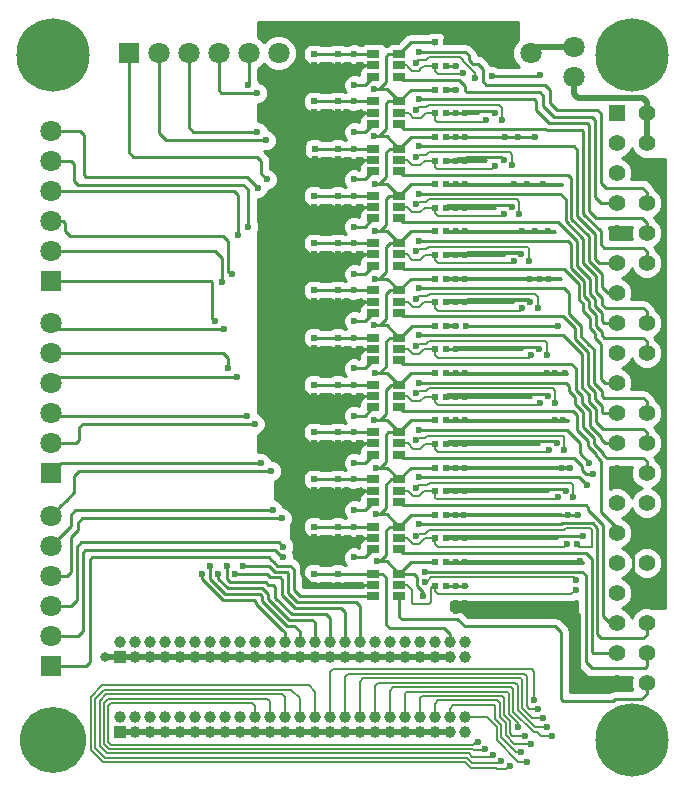
<source format=gtl>
G04 #@! TF.FileFunction,Copper,L1,Top,Signal*
%FSLAX46Y46*%
G04 Gerber Fmt 4.6, Leading zero omitted, Abs format (unit mm)*
G04 Created by KiCad (PCBNEW 4.0.4-stable) date 10/23/16 14:40:47*
%MOMM*%
%LPD*%
G01*
G04 APERTURE LIST*
%ADD10C,0.100000*%
%ADD11R,1.800000X1.800000*%
%ADD12C,1.800000*%
%ADD13C,0.980000*%
%ADD14R,0.980000X0.980000*%
%ADD15R,1.060000X0.650000*%
%ADD16R,1.400000X1.400000*%
%ADD17C,1.400000*%
%ADD18R,0.500000X0.500000*%
%ADD19C,6.200000*%
%ADD20C,5.600000*%
%ADD21C,0.600000*%
%ADD22C,0.800000*%
%ADD23C,0.250000*%
%ADD24C,0.127000*%
%ADD25C,0.500000*%
%ADD26C,0.254000*%
G04 APERTURE END LIST*
D10*
D11*
X65300000Y-112900000D03*
D12*
X65300000Y-110360000D03*
X65300000Y-107820000D03*
X65300000Y-105280000D03*
X65300000Y-102740000D03*
X65300000Y-100200000D03*
D13*
X77500000Y-128400000D03*
X78770000Y-128400000D03*
X76230000Y-128400000D03*
X85120000Y-128400000D03*
X87660000Y-128400000D03*
X86390000Y-128400000D03*
X82580000Y-128400000D03*
X83850000Y-128400000D03*
X81310000Y-128400000D03*
X80040000Y-128400000D03*
X97820000Y-128400000D03*
X99090000Y-128400000D03*
X100360000Y-128400000D03*
X94010000Y-128400000D03*
X96550000Y-128400000D03*
X95280000Y-128400000D03*
X91470000Y-128400000D03*
X92740000Y-128400000D03*
X90200000Y-128400000D03*
X88930000Y-128400000D03*
X88930000Y-127130000D03*
X90200000Y-127130000D03*
X91470000Y-127130000D03*
X95280000Y-127130000D03*
X96550000Y-127130000D03*
X94010000Y-127130000D03*
X92740000Y-127130000D03*
X100360000Y-127130000D03*
X99090000Y-127130000D03*
X97820000Y-127130000D03*
X80040000Y-127130000D03*
X81310000Y-127130000D03*
X82580000Y-127130000D03*
X86390000Y-127130000D03*
X87660000Y-127130000D03*
X85120000Y-127130000D03*
X83850000Y-127130000D03*
X76230000Y-127130000D03*
X78770000Y-127130000D03*
X77500000Y-127130000D03*
X74960000Y-128400000D03*
X73690000Y-128400000D03*
X73690000Y-127130000D03*
X74960000Y-127130000D03*
X72420000Y-128400000D03*
X72420000Y-127130000D03*
X71150000Y-127130000D03*
D14*
X71150000Y-128400000D03*
D15*
X92610000Y-109400000D03*
X92610000Y-110350000D03*
X92610000Y-111300000D03*
X94810000Y-111300000D03*
X94810000Y-109400000D03*
X94810000Y-110350000D03*
D16*
X113225000Y-82375000D03*
D17*
X115765000Y-82375000D03*
X113225000Y-84915000D03*
X115765000Y-84915000D03*
X113225000Y-87455000D03*
X115765000Y-87455000D03*
X113225000Y-89995000D03*
X115765000Y-89995000D03*
X113225000Y-92535000D03*
X115765000Y-92535000D03*
X113225000Y-95075000D03*
X115765000Y-95075000D03*
X113225000Y-97615000D03*
X115765000Y-97615000D03*
X113225000Y-100155000D03*
X115765000Y-100155000D03*
X113225000Y-102695000D03*
X115765000Y-102695000D03*
X113225000Y-105235000D03*
X115765000Y-105235000D03*
X113225000Y-107775000D03*
X115765000Y-107775000D03*
X113225000Y-110315000D03*
X115765000Y-110315000D03*
X113225000Y-112855000D03*
X115765000Y-112855000D03*
X113225000Y-115395000D03*
X115765000Y-115395000D03*
X113225000Y-117935000D03*
X115765000Y-117935000D03*
X113225000Y-120475000D03*
X115765000Y-120475000D03*
X113225000Y-123015000D03*
X115765000Y-123015000D03*
X113225000Y-125555000D03*
X115765000Y-125555000D03*
X113225000Y-128095000D03*
X115765000Y-128095000D03*
X113225000Y-130635000D03*
X115765000Y-130635000D03*
D11*
X65300000Y-129200000D03*
D12*
X65300000Y-126660000D03*
X65300000Y-124120000D03*
X65300000Y-121580000D03*
X65300000Y-119040000D03*
X65300000Y-116500000D03*
D11*
X65300000Y-96600000D03*
D12*
X65300000Y-94060000D03*
X65300000Y-91520000D03*
X65300000Y-88980000D03*
X65300000Y-86440000D03*
X65300000Y-83900000D03*
D11*
X71900000Y-77300000D03*
D12*
X74440000Y-77300000D03*
X76980000Y-77300000D03*
X79520000Y-77300000D03*
X82060000Y-77300000D03*
X84600000Y-77300000D03*
D11*
X103400000Y-77300000D03*
D12*
X105940000Y-77300000D03*
D13*
X77500000Y-134800000D03*
X78770000Y-134800000D03*
X76230000Y-134800000D03*
X85120000Y-134800000D03*
X87660000Y-134800000D03*
X86390000Y-134800000D03*
X82580000Y-134800000D03*
X83850000Y-134800000D03*
X81310000Y-134800000D03*
X80040000Y-134800000D03*
X97820000Y-134800000D03*
X99090000Y-134800000D03*
X100360000Y-134800000D03*
X94010000Y-134800000D03*
X96550000Y-134800000D03*
X95280000Y-134800000D03*
X91470000Y-134800000D03*
X92740000Y-134800000D03*
X90200000Y-134800000D03*
X88930000Y-134800000D03*
X88930000Y-133530000D03*
X90200000Y-133530000D03*
X91470000Y-133530000D03*
X95280000Y-133530000D03*
X96550000Y-133530000D03*
X94010000Y-133530000D03*
X92740000Y-133530000D03*
X100360000Y-133530000D03*
X99090000Y-133530000D03*
X97820000Y-133530000D03*
X80040000Y-133530000D03*
X81310000Y-133530000D03*
X82580000Y-133530000D03*
X86390000Y-133530000D03*
X87660000Y-133530000D03*
X85120000Y-133530000D03*
X83850000Y-133530000D03*
X76230000Y-133530000D03*
X78770000Y-133530000D03*
X77500000Y-133530000D03*
X74960000Y-134800000D03*
X73690000Y-134800000D03*
X73690000Y-133530000D03*
X74960000Y-133530000D03*
X72420000Y-134800000D03*
X72420000Y-133530000D03*
X71150000Y-133530000D03*
D14*
X71150000Y-134800000D03*
D15*
X92610000Y-77400000D03*
X92610000Y-78350000D03*
X92610000Y-79300000D03*
X94810000Y-79300000D03*
X94810000Y-77400000D03*
X94810000Y-78350000D03*
X92610000Y-81400000D03*
X92610000Y-82350000D03*
X92610000Y-83300000D03*
X94810000Y-83300000D03*
X94810000Y-81400000D03*
X94810000Y-82350000D03*
X92610000Y-85400000D03*
X92610000Y-86350000D03*
X92610000Y-87300000D03*
X94810000Y-87300000D03*
X94810000Y-85400000D03*
X94810000Y-86350000D03*
X92610000Y-89400000D03*
X92610000Y-90350000D03*
X92610000Y-91300000D03*
X94810000Y-91300000D03*
X94810000Y-89400000D03*
X94810000Y-90350000D03*
X92610000Y-93400000D03*
X92610000Y-94350000D03*
X92610000Y-95300000D03*
X94810000Y-95300000D03*
X94810000Y-93400000D03*
X94810000Y-94350000D03*
X92610000Y-97400000D03*
X92610000Y-98350000D03*
X92610000Y-99300000D03*
X94810000Y-99300000D03*
X94810000Y-97400000D03*
X94810000Y-98350000D03*
X92610000Y-101400000D03*
X92610000Y-102350000D03*
X92610000Y-103300000D03*
X94810000Y-103300000D03*
X94810000Y-101400000D03*
X94810000Y-102350000D03*
X92610000Y-105400000D03*
X92610000Y-106350000D03*
X92610000Y-107300000D03*
X94810000Y-107300000D03*
X94810000Y-105400000D03*
X94810000Y-106350000D03*
X92610000Y-113400000D03*
X92610000Y-114350000D03*
X92610000Y-115300000D03*
X94810000Y-115300000D03*
X94810000Y-113400000D03*
X94810000Y-114350000D03*
X92610000Y-117400000D03*
X92610000Y-118350000D03*
X92610000Y-119300000D03*
X94810000Y-119300000D03*
X94810000Y-117400000D03*
X94810000Y-118350000D03*
X92610000Y-121400000D03*
X92610000Y-122350000D03*
X92610000Y-123300000D03*
X94810000Y-123300000D03*
X94810000Y-121400000D03*
X94810000Y-122350000D03*
D18*
X87600000Y-77400000D03*
X87600000Y-78300000D03*
X98760000Y-76400000D03*
X97860000Y-76400000D03*
X98760000Y-80400000D03*
X97860000Y-80400000D03*
X98760000Y-84400000D03*
X97860000Y-84400000D03*
X98760000Y-88400000D03*
X97860000Y-88400000D03*
X89600000Y-77400000D03*
X89600000Y-78300000D03*
X89600000Y-81400000D03*
X89600000Y-82300000D03*
X89600000Y-85400000D03*
X89600000Y-86300000D03*
X89600000Y-89400000D03*
X89600000Y-90300000D03*
X98760000Y-92400000D03*
X97860000Y-92400000D03*
X98760000Y-96400000D03*
X97860000Y-96400000D03*
X98760000Y-100400000D03*
X97860000Y-100400000D03*
X98760000Y-104400000D03*
X97860000Y-104400000D03*
X89600000Y-93400000D03*
X89600000Y-94300000D03*
X89600000Y-97400000D03*
X89600000Y-98300000D03*
X89600000Y-101400000D03*
X89600000Y-102300000D03*
X89600000Y-105400000D03*
X89600000Y-106300000D03*
X98760000Y-108400000D03*
X97860000Y-108400000D03*
X98760000Y-112400000D03*
X97860000Y-112400000D03*
X98760000Y-116400000D03*
X97860000Y-116400000D03*
X98760000Y-120400000D03*
X97860000Y-120400000D03*
X89600000Y-109400000D03*
X89600000Y-110300000D03*
X89600000Y-113400000D03*
X89600000Y-114300000D03*
X89600000Y-117400000D03*
X89600000Y-118300000D03*
X89600000Y-121400000D03*
X89600000Y-122300000D03*
X98760000Y-78400000D03*
X97860000Y-78400000D03*
X87600000Y-81400000D03*
X87600000Y-82300000D03*
X98760000Y-82400000D03*
X97860000Y-82400000D03*
X87650000Y-85400000D03*
X87650000Y-86300000D03*
X98760000Y-86400000D03*
X97860000Y-86400000D03*
X87600000Y-89400000D03*
X87600000Y-90300000D03*
X98760000Y-90400000D03*
X97860000Y-90400000D03*
X87600000Y-93400000D03*
X87600000Y-94300000D03*
X98760000Y-94400000D03*
X97860000Y-94400000D03*
X87600000Y-97400000D03*
X87600000Y-98300000D03*
X98760000Y-98400000D03*
X97860000Y-98400000D03*
X87600000Y-101400000D03*
X87600000Y-102300000D03*
X98760000Y-102400000D03*
X97860000Y-102400000D03*
X87600000Y-105400000D03*
X87600000Y-106300000D03*
X98760000Y-106400000D03*
X97860000Y-106400000D03*
X87600000Y-109400000D03*
X87600000Y-110300000D03*
X98760000Y-110400000D03*
X97860000Y-110400000D03*
X87600000Y-113400000D03*
X87600000Y-114300000D03*
X98760000Y-114400000D03*
X97860000Y-114400000D03*
X87600000Y-117400000D03*
X87600000Y-118300000D03*
X98760000Y-118400000D03*
X97860000Y-118400000D03*
X87600000Y-121400000D03*
X87600000Y-122300000D03*
X98760000Y-122400000D03*
X97860000Y-122400000D03*
D19*
X65500000Y-77500000D03*
X114500000Y-77500000D03*
D20*
X65500000Y-135500000D03*
D19*
X114500000Y-135500000D03*
D12*
X109600000Y-79300000D03*
X109600000Y-76760000D03*
D21*
X90600000Y-78350000D03*
X101800000Y-76400000D03*
X111500000Y-131200000D03*
X103800000Y-84400000D03*
X108000000Y-108400000D03*
X109250000Y-112400000D03*
X88600000Y-98350000D03*
X88600000Y-118350000D03*
X104500000Y-88400000D03*
X88600000Y-106350000D03*
X106300000Y-92400000D03*
X106700000Y-96400000D03*
X105200000Y-92400000D03*
X105600000Y-88400000D03*
X99600000Y-123850000D03*
X105900000Y-96400000D03*
X108850000Y-104400000D03*
X104900000Y-84400000D03*
X100350000Y-123850000D03*
X111500000Y-130350000D03*
X110700000Y-131200000D03*
X108600000Y-112400000D03*
X109970000Y-116410000D03*
X100350000Y-118400000D03*
X99600000Y-118400000D03*
X100350000Y-120400000D03*
X108650000Y-108400000D03*
X99600000Y-124500000D03*
X110700000Y-130350000D03*
X99600000Y-120400000D03*
X108000000Y-104400000D03*
X100350000Y-124500000D03*
X107450000Y-92400000D03*
X99600000Y-122400000D03*
X100350000Y-122400000D03*
X100300000Y-116450000D03*
X99650000Y-116450000D03*
X99600000Y-114400000D03*
X100350000Y-114400000D03*
X100350000Y-106400000D03*
X99600000Y-106400000D03*
X99600000Y-108400000D03*
X100350000Y-108400000D03*
X100350000Y-112400000D03*
X99600000Y-112400000D03*
X99600000Y-110400000D03*
X100350000Y-110400000D03*
X100350000Y-90400000D03*
X99600000Y-90400000D03*
X99600000Y-92400000D03*
X100350000Y-92400000D03*
X100350000Y-88400000D03*
X99600000Y-88400000D03*
X99600000Y-86400000D03*
X100350000Y-86400000D03*
X100350000Y-94400000D03*
X99600000Y-94400000D03*
X99600000Y-96400000D03*
X100350000Y-96400000D03*
X100350000Y-104400000D03*
X99600000Y-104400000D03*
X99600000Y-98400000D03*
X100350000Y-98400000D03*
X100350000Y-84400000D03*
X99600000Y-84400000D03*
X99600000Y-82400000D03*
X100350000Y-82400000D03*
X88600000Y-114350000D03*
X88600000Y-122350000D03*
X88600000Y-78350000D03*
X88600000Y-94350000D03*
X88600000Y-110400000D03*
X88600000Y-102350000D03*
X88650000Y-86350000D03*
X88600000Y-90350000D03*
X88600000Y-82350000D03*
X85650000Y-106350000D03*
X84850000Y-106350000D03*
X84850000Y-102350000D03*
X85650000Y-102350000D03*
X85650000Y-86350000D03*
X84850000Y-86350000D03*
X84850000Y-94350000D03*
X85650000Y-94350000D03*
X85650000Y-98350000D03*
X84850000Y-98350000D03*
X84850000Y-90350000D03*
X85650000Y-90350000D03*
X85650000Y-114350000D03*
X84850000Y-114350000D03*
X84900000Y-110350000D03*
X85700000Y-110350000D03*
X85650000Y-82350000D03*
X84850000Y-82350000D03*
X101100000Y-76400000D03*
X100400000Y-76400000D03*
X101800000Y-77150000D03*
X91400000Y-78350000D03*
X91400000Y-90350000D03*
X90600000Y-90350000D03*
X90600000Y-106350000D03*
X91400000Y-106350000D03*
X91400000Y-86350000D03*
X90600000Y-86350000D03*
X90600000Y-118350000D03*
X91400000Y-118350000D03*
X91400000Y-114350000D03*
X90600000Y-114350000D03*
X90600000Y-110350000D03*
X91400000Y-110350000D03*
X91400000Y-122350000D03*
X90600000Y-122350000D03*
X90600000Y-94350000D03*
X91400000Y-94350000D03*
X91400000Y-102350000D03*
X90600000Y-102350000D03*
X90600000Y-98350000D03*
X91400000Y-98350000D03*
X91400000Y-82350000D03*
X90600000Y-82350000D03*
X91000000Y-77400000D03*
X91000000Y-81400000D03*
X91000000Y-85400000D03*
X91000000Y-89400000D03*
X91000000Y-93400000D03*
X91000000Y-97400000D03*
X78800000Y-120700000D03*
X91000000Y-101400000D03*
X80200000Y-120700000D03*
X91000000Y-105400000D03*
X91000000Y-109400000D03*
X81600000Y-120700000D03*
X91000000Y-113400000D03*
X91000000Y-117400000D03*
X78100000Y-121400000D03*
X79500000Y-121400000D03*
X80900000Y-121400000D03*
X85000000Y-120000000D03*
X91000000Y-120000000D03*
X85000000Y-119100000D03*
X84900000Y-116700000D03*
X84100000Y-116000000D03*
X91000000Y-116000000D03*
X84000000Y-112700000D03*
X83100000Y-112000000D03*
X91000000Y-112000000D03*
X82600000Y-108700000D03*
X81900000Y-108000000D03*
X91000000Y-108000000D03*
X81050000Y-104700000D03*
X80300000Y-104000000D03*
X91000000Y-104000000D03*
X80000000Y-100700000D03*
X79200000Y-100000000D03*
X91000000Y-100000000D03*
X79850000Y-96700000D03*
X80650000Y-96000000D03*
X91000000Y-96000000D03*
X81200000Y-92700000D03*
X91000000Y-92000000D03*
X82000000Y-92000000D03*
X82850000Y-88700000D03*
X83600000Y-88000000D03*
X91000000Y-88000000D03*
X83550000Y-84700000D03*
X82800000Y-84000000D03*
X91000000Y-84000000D03*
X82800000Y-80700000D03*
X82050000Y-80000000D03*
X91000000Y-80000000D03*
X96500000Y-77200000D03*
X96500000Y-81200000D03*
X96500000Y-85200000D03*
X96500000Y-89200000D03*
X96500000Y-93200000D03*
X96500000Y-97200000D03*
X96500000Y-101200000D03*
X96500000Y-105200000D03*
X111200000Y-112950000D03*
X110925000Y-112025000D03*
X96500000Y-109200000D03*
X96500000Y-113200000D03*
X110700000Y-113900000D03*
X96500000Y-117200000D03*
X97000000Y-121200000D03*
X106610000Y-132830000D03*
X108050000Y-106900000D03*
X96200000Y-106100000D03*
X106240000Y-132060000D03*
X106750000Y-106900000D03*
X107370000Y-134370000D03*
X108800000Y-110900000D03*
X96200000Y-110100000D03*
X107740000Y-135140000D03*
X108250000Y-114900000D03*
X109850000Y-118900000D03*
X106000000Y-135800000D03*
X96200000Y-118200000D03*
X104900000Y-134400000D03*
X109550000Y-114900000D03*
X96200000Y-114100000D03*
X106990000Y-133600000D03*
X107500000Y-110900000D03*
X105100000Y-136500000D03*
X109750000Y-122750000D03*
X105600000Y-137300000D03*
X97000000Y-122100000D03*
X109750000Y-121900000D03*
X105500000Y-135100000D03*
X109000000Y-118900000D03*
X103700000Y-90900000D03*
X101450000Y-135650000D03*
X105800000Y-94900000D03*
X96200000Y-94100000D03*
X104500000Y-94900000D03*
X104200000Y-137650000D03*
X107300000Y-102900000D03*
X96200000Y-102100000D03*
X103450000Y-137250000D03*
X106000000Y-102900000D03*
X102100000Y-136200000D03*
X105250000Y-98900000D03*
X102750000Y-136750000D03*
X106550000Y-98900000D03*
X96200000Y-98100000D03*
X104400000Y-86800000D03*
X96200000Y-86100000D03*
X105000000Y-90900000D03*
X96200000Y-90100000D03*
X102950000Y-86850000D03*
X103550000Y-83000000D03*
X96200000Y-82100000D03*
X102200000Y-83000000D03*
X100250000Y-79000000D03*
X101200000Y-79450000D03*
X96200000Y-78150000D03*
X109130000Y-116400000D03*
X110370000Y-118220000D03*
X105150000Y-94350000D03*
X108900000Y-114350000D03*
X108150000Y-110350000D03*
X107400000Y-106350000D03*
X106650000Y-102350000D03*
X105900000Y-98350000D03*
X104350000Y-90350000D03*
X103650000Y-86350000D03*
X102900000Y-82400000D03*
X99600000Y-80400000D03*
X99600000Y-78400000D03*
X107300000Y-104400000D03*
X86500000Y-78550000D03*
X106300000Y-84400000D03*
X107000000Y-88400000D03*
X107500000Y-96400000D03*
X110100000Y-120300000D03*
X99650000Y-102400000D03*
X99650000Y-100400000D03*
X86500000Y-118300000D03*
X86500000Y-114300000D03*
X86500000Y-110300000D03*
X86500000Y-106300000D03*
X86500000Y-102300000D03*
X86500000Y-98300000D03*
X86500000Y-94300000D03*
X86500000Y-90300000D03*
X86500000Y-86300000D03*
X86500000Y-82300000D03*
X99700000Y-76400000D03*
X100500000Y-100400000D03*
X108300000Y-100400000D03*
X92900000Y-120350000D03*
X92850000Y-116350000D03*
X92850000Y-112400000D03*
X92650000Y-108350000D03*
X92750000Y-104350000D03*
X92650000Y-100350000D03*
X92750000Y-96400000D03*
X92750000Y-92350000D03*
X92750000Y-88350000D03*
X96800000Y-123290000D03*
X92700000Y-84350000D03*
X92650000Y-80350000D03*
X106750000Y-79150000D03*
X102650000Y-79250000D03*
D22*
X69950000Y-128400000D03*
D23*
X92610000Y-77400000D02*
X91000000Y-77400000D01*
X91000000Y-77400000D02*
X89610000Y-77400000D01*
X89610000Y-77400000D02*
X87610000Y-77400000D01*
X87610000Y-81400000D02*
X89610000Y-81400000D01*
X89610000Y-81400000D02*
X91000000Y-81400000D01*
X91000000Y-81400000D02*
X92610000Y-81400000D01*
X91000000Y-85400000D02*
X89600000Y-85400000D01*
X89600000Y-85400000D02*
X87650000Y-85400000D01*
X92610000Y-85400000D02*
X91000000Y-85400000D01*
X92610000Y-89400000D02*
X91000000Y-89400000D01*
X91000000Y-89400000D02*
X89600000Y-89400000D01*
X89600000Y-89400000D02*
X87600000Y-89400000D01*
X92610000Y-93400000D02*
X91000000Y-93400000D01*
X91000000Y-93400000D02*
X89600000Y-93400000D01*
X89600000Y-93400000D02*
X87600000Y-93400000D01*
X92610000Y-97400000D02*
X91000000Y-97400000D01*
X91000000Y-97400000D02*
X89600000Y-97400000D01*
X89600000Y-97400000D02*
X87600000Y-97400000D01*
X86390000Y-127130000D02*
X86390000Y-126240000D01*
X86390000Y-126240000D02*
X85950010Y-125800010D01*
X78800000Y-121700000D02*
X78800000Y-121814220D01*
X78800000Y-120700000D02*
X78800000Y-121700000D01*
X85285790Y-125800010D02*
X85950010Y-125800010D01*
X83199998Y-123714218D02*
X85285790Y-125800010D01*
X83199998Y-123307108D02*
X83199998Y-123714218D01*
X82992894Y-123100004D02*
X83199998Y-123307108D01*
X80085784Y-123100004D02*
X82992894Y-123100004D01*
X78800000Y-121814220D02*
X80085784Y-123100004D01*
X92610000Y-101400000D02*
X91000000Y-101400000D01*
X91000000Y-101400000D02*
X89600000Y-101400000D01*
X89600000Y-101400000D02*
X87600000Y-101400000D01*
X88930000Y-127130000D02*
X88930000Y-125130000D01*
X88930000Y-125130000D02*
X88600006Y-124800006D01*
X84100000Y-122300000D02*
X84300000Y-122500000D01*
X83500000Y-122100000D02*
X83700000Y-122300000D01*
X83700000Y-122300000D02*
X84100000Y-122300000D01*
X81300000Y-122100000D02*
X80500000Y-122100000D01*
X80200000Y-120700000D02*
X80200000Y-121800000D01*
X80500000Y-122100000D02*
X80200000Y-121800000D01*
X81300000Y-122100000D02*
X83500000Y-122100000D01*
X85700006Y-124800006D02*
X88600006Y-124800006D01*
X84300000Y-123400000D02*
X85700006Y-124800006D01*
X84300000Y-122500000D02*
X84300000Y-123400000D01*
X92610000Y-105400000D02*
X91000000Y-105400000D01*
X91000000Y-105400000D02*
X89600000Y-105400000D01*
X89600000Y-105400000D02*
X87600000Y-105400000D01*
X91470000Y-127130000D02*
X91470000Y-124120000D01*
X91470000Y-124120000D02*
X91150002Y-123800002D01*
X89600000Y-109400000D02*
X87600000Y-109400000D01*
X91000000Y-109400000D02*
X89600000Y-109400000D01*
X85399998Y-121900000D02*
X85399998Y-123007108D01*
X83792890Y-120700000D02*
X84292892Y-121200002D01*
X84292892Y-121200002D02*
X85300000Y-121200002D01*
X85300000Y-121200002D02*
X85399998Y-121300000D01*
X85399998Y-121300000D02*
X85399998Y-121900000D01*
X81600000Y-120700000D02*
X83792890Y-120700000D01*
X86192892Y-123800002D02*
X91150002Y-123800002D01*
X85399998Y-123007108D02*
X86192892Y-123800002D01*
X92610000Y-109400000D02*
X91000000Y-109400000D01*
X91000000Y-109400000D02*
X89300000Y-109400000D01*
X89300000Y-109400000D02*
X87600000Y-109400000D01*
X92610000Y-113400000D02*
X91000000Y-113400000D01*
X91000000Y-113400000D02*
X89600000Y-113400000D01*
X89600000Y-113400000D02*
X87600000Y-113400000D01*
X92610000Y-117400000D02*
X91000000Y-117400000D01*
X91000000Y-117400000D02*
X89600000Y-117400000D01*
X89600000Y-117400000D02*
X87600000Y-117400000D01*
X99090000Y-127130000D02*
X99090000Y-126490000D01*
X99090000Y-126490000D02*
X98600000Y-126000000D01*
X92610000Y-121400000D02*
X93400000Y-121400000D01*
X94000000Y-126000000D02*
X98600000Y-126000000D01*
X93700000Y-125700000D02*
X94000000Y-126000000D01*
X93700000Y-121700000D02*
X93700000Y-125700000D01*
X93400000Y-121400000D02*
X93700000Y-121700000D01*
X92610000Y-121400000D02*
X91000000Y-121400000D01*
X91000000Y-121400000D02*
X89600000Y-121400000D01*
X89600000Y-121400000D02*
X87600000Y-121400000D01*
X85120000Y-127130000D02*
X85120000Y-126341330D01*
X84900000Y-126150000D02*
X84900000Y-126121330D01*
X84928670Y-126150000D02*
X84900000Y-126150000D01*
X85120000Y-126341330D02*
X84928670Y-126150000D01*
X78100000Y-121400000D02*
X78100000Y-121821330D01*
X82700000Y-123921330D02*
X84900000Y-126121330D01*
X82700000Y-123800000D02*
X82700000Y-123921330D01*
X82500006Y-123600006D02*
X82700000Y-123800000D01*
X79878676Y-123600006D02*
X82500006Y-123600006D01*
X78100000Y-121821330D02*
X79878676Y-123600006D01*
X87660000Y-127130000D02*
X87660000Y-125510000D01*
X87660000Y-125510000D02*
X87450008Y-125300008D01*
X79500000Y-121400000D02*
X79500000Y-121807110D01*
X85492898Y-125300008D02*
X87450008Y-125300008D01*
X83700000Y-123507110D02*
X85492898Y-125300008D01*
X83700000Y-123100000D02*
X83700000Y-123507110D01*
X83200002Y-122600002D02*
X83700000Y-123100000D01*
X80292892Y-122600002D02*
X83200002Y-122600002D01*
X79500000Y-121807110D02*
X80292892Y-122600002D01*
X90200000Y-127130000D02*
X90200000Y-124600000D01*
X90200000Y-124600000D02*
X89900004Y-124300004D01*
X80900000Y-121400000D02*
X83600000Y-121400000D01*
X85985784Y-124300004D02*
X89900004Y-124300004D01*
X84899996Y-123214216D02*
X85985784Y-124300004D01*
X84899996Y-121900000D02*
X84899996Y-123214216D01*
X84700000Y-121700004D02*
X84899996Y-121900000D01*
X83900004Y-121700004D02*
X84700000Y-121700004D01*
X83600000Y-121400000D02*
X83900004Y-121700004D01*
X67500000Y-129200000D02*
X68300000Y-129200000D01*
X67500000Y-129200000D02*
X65300000Y-129200000D01*
X68300000Y-129200000D02*
X68600002Y-128899998D01*
X68600002Y-128899998D02*
X68600002Y-121200000D01*
X68600002Y-120200000D02*
X68600002Y-121200000D01*
X68800002Y-120000000D02*
X68600002Y-120200000D01*
X69900000Y-120000000D02*
X68800002Y-120000000D01*
X84000000Y-120200000D02*
X83800000Y-120000000D01*
X85600000Y-120700000D02*
X84500000Y-120700000D01*
X85900000Y-121000000D02*
X85600000Y-120700000D01*
X92610000Y-123300000D02*
X86400000Y-123300000D01*
X85900000Y-122800000D02*
X85900000Y-121200000D01*
X86400000Y-123300000D02*
X85900000Y-122800000D01*
X85900000Y-121200000D02*
X85900000Y-121000000D01*
X84500000Y-120700000D02*
X84200000Y-120400000D01*
X84000000Y-120200000D02*
X84200000Y-120400000D01*
X83800000Y-120000000D02*
X69900000Y-120000000D01*
X68600002Y-121200000D02*
X68600002Y-121499998D01*
X68600002Y-121499998D02*
X68600000Y-121500000D01*
X68050000Y-121200000D02*
X68050000Y-126200000D01*
X67590000Y-126660000D02*
X65300000Y-126660000D01*
X68050000Y-126200000D02*
X67590000Y-126660000D01*
X68750000Y-119400000D02*
X68250000Y-119400000D01*
X68050000Y-119600000D02*
X68050000Y-121200000D01*
X68250000Y-119400000D02*
X68050000Y-119600000D01*
X83850000Y-119400000D02*
X84300000Y-119400000D01*
X84900000Y-120000000D02*
X84300000Y-119400000D01*
X84900000Y-120000000D02*
X85000000Y-120000000D01*
X69400000Y-119400000D02*
X68750000Y-119400000D01*
X65640000Y-126660000D02*
X65300000Y-126660000D01*
X83850000Y-119400000D02*
X69400000Y-119400000D01*
X67500002Y-120550000D02*
X67500002Y-123649998D01*
X67030000Y-124120000D02*
X65300000Y-124120000D01*
X67500002Y-123649998D02*
X67030000Y-124120000D01*
X67500002Y-119600000D02*
X67500002Y-120550000D01*
X67900002Y-118700000D02*
X67500002Y-119100000D01*
X67500002Y-119100000D02*
X67500002Y-119600000D01*
X69600000Y-118700000D02*
X67900002Y-118700000D01*
X65300000Y-123700000D02*
X65300000Y-124120000D01*
X85000000Y-119100000D02*
X84600000Y-118700000D01*
X92600000Y-119300000D02*
X91900000Y-120000000D01*
X91900000Y-120000000D02*
X91000000Y-120000000D01*
X84600000Y-118700000D02*
X69600000Y-118700000D01*
X92610000Y-119300000D02*
X92600000Y-119300000D01*
X68600000Y-116700000D02*
X68000000Y-116700000D01*
X67000000Y-118300000D02*
X67000000Y-118800000D01*
X67600000Y-117700000D02*
X67000000Y-118300000D01*
X67600000Y-117100000D02*
X67600000Y-117700000D01*
X68000000Y-116700000D02*
X67600000Y-117100000D01*
X68600000Y-116700000D02*
X69100000Y-116700000D01*
X67000000Y-119250000D02*
X67000000Y-118800000D01*
X67000000Y-119250000D02*
X67000000Y-120000000D01*
X66670000Y-121580000D02*
X67000000Y-121250000D01*
X67000000Y-121250000D02*
X67000000Y-120000000D01*
X65300000Y-121580000D02*
X66670000Y-121580000D01*
X84900000Y-116700000D02*
X69100000Y-116700000D01*
X65300000Y-121200000D02*
X65300000Y-121580000D01*
X68300000Y-116000000D02*
X67400000Y-116000000D01*
X67000000Y-117340000D02*
X66340000Y-118000000D01*
X67000000Y-116400000D02*
X67000000Y-117340000D01*
X67400000Y-116000000D02*
X67000000Y-116400000D01*
X84100000Y-116000000D02*
X68300000Y-116000000D01*
X92600000Y-115300000D02*
X91900000Y-116000000D01*
X91900000Y-116000000D02*
X91000000Y-116000000D01*
X66340000Y-118000000D02*
X65300000Y-119040000D01*
X92610000Y-115300000D02*
X92600000Y-115300000D01*
X68300000Y-112700000D02*
X67700000Y-112700000D01*
X67300000Y-114500000D02*
X66600000Y-115200000D01*
X67300000Y-113100000D02*
X67300000Y-114500000D01*
X67700000Y-112700000D02*
X67300000Y-113100000D01*
X65300000Y-116500000D02*
X66200000Y-115600000D01*
X66200000Y-115600000D02*
X66600000Y-115200000D01*
X84000000Y-112700000D02*
X68300000Y-112700000D01*
X65850000Y-116740000D02*
X65410000Y-117180000D01*
X83100000Y-112000000D02*
X66200000Y-112000000D01*
X66200000Y-112000000D02*
X65300000Y-112900000D01*
X92600000Y-111300000D02*
X91900000Y-112000000D01*
X91900000Y-112000000D02*
X91000000Y-112000000D01*
X92610000Y-111300000D02*
X92600000Y-111300000D01*
X65300000Y-110360000D02*
X67490000Y-110360000D01*
X67750000Y-109000000D02*
X68050000Y-108700000D01*
X67750000Y-110100000D02*
X67750000Y-109000000D01*
X67490000Y-110360000D02*
X67750000Y-110100000D01*
X82600000Y-108700000D02*
X68300000Y-108700000D01*
X68300000Y-108700000D02*
X68050000Y-108700000D01*
X65480000Y-108000000D02*
X81900000Y-108000000D01*
X91900000Y-108000000D02*
X92600000Y-107300000D01*
X91900000Y-108000000D02*
X91000000Y-108000000D01*
X65480000Y-108000000D02*
X65300000Y-107820000D01*
X92610000Y-107300000D02*
X92600000Y-107300000D01*
X81050000Y-104700000D02*
X65880000Y-104700000D01*
X65880000Y-104700000D02*
X65300000Y-105280000D01*
X79890000Y-102740000D02*
X65300000Y-102740000D01*
X80300000Y-103150000D02*
X79890000Y-102740000D01*
X80300000Y-103250000D02*
X80300000Y-103150000D01*
X80300000Y-104000000D02*
X80300000Y-103250000D01*
X92600000Y-103300000D02*
X91900000Y-104000000D01*
X91900000Y-104000000D02*
X91000000Y-104000000D01*
X65360000Y-102800000D02*
X65300000Y-102740000D01*
X92610000Y-103300000D02*
X92600000Y-103300000D01*
X65800000Y-100700000D02*
X80000000Y-100700000D01*
X65800000Y-100700000D02*
X65300000Y-100200000D01*
X78900000Y-96600000D02*
X65300000Y-96600000D01*
X79000000Y-96700000D02*
X78900000Y-96600000D01*
X79000000Y-99800000D02*
X79000000Y-96700000D01*
X79200000Y-100000000D02*
X79000000Y-99800000D01*
X92600000Y-99300000D02*
X91900000Y-100000000D01*
X91900000Y-100000000D02*
X91000000Y-100000000D01*
X92610000Y-99300000D02*
X92600000Y-99300000D01*
X79850000Y-94700000D02*
X79850000Y-94650000D01*
X79850000Y-94650000D02*
X79260000Y-94060000D01*
X79050000Y-94060000D02*
X79260000Y-94060000D01*
X79050000Y-94060000D02*
X65300000Y-94060000D01*
X79850000Y-96700000D02*
X79850000Y-94700000D01*
X80650000Y-96000000D02*
X80550000Y-96000000D01*
X80350002Y-93200002D02*
X79900000Y-92750000D01*
X80350002Y-95800002D02*
X80350002Y-93200002D01*
X80550000Y-96000000D02*
X80350002Y-95800002D01*
X66370000Y-91520000D02*
X65300000Y-91520000D01*
X66550000Y-91700000D02*
X66370000Y-91520000D01*
X66550000Y-92350000D02*
X66550000Y-91700000D01*
X66950000Y-92750000D02*
X66550000Y-92350000D01*
X79900000Y-92750000D02*
X66950000Y-92750000D01*
X65680000Y-91900000D02*
X65300000Y-91520000D01*
X91900000Y-96000000D02*
X92600000Y-95300000D01*
X91900000Y-96000000D02*
X91000000Y-96000000D01*
X65480000Y-91700000D02*
X65300000Y-91520000D01*
X92610000Y-95300000D02*
X92600000Y-95300000D01*
X81200000Y-89900000D02*
X81200000Y-89350000D01*
X81200000Y-89350000D02*
X80830000Y-88980000D01*
X80600000Y-88980000D02*
X80830000Y-88980000D01*
X80600000Y-88980000D02*
X65300000Y-88980000D01*
X81200000Y-92700000D02*
X81200000Y-90700000D01*
X81200000Y-90700000D02*
X81200000Y-89900000D01*
X65580000Y-88700000D02*
X65300000Y-88980000D01*
X68250000Y-88479998D02*
X67629998Y-88479998D01*
X67629998Y-88479998D02*
X67625000Y-88475000D01*
X67300000Y-88150000D02*
X67300000Y-87700000D01*
X67625000Y-88475000D02*
X67300000Y-88150000D01*
X91900000Y-92000000D02*
X92600000Y-91300000D01*
X91900000Y-92000000D02*
X91000000Y-92000000D01*
X82000000Y-92000000D02*
X82000000Y-90800000D01*
X82000000Y-90800000D02*
X82000000Y-88850000D01*
X82000000Y-88850000D02*
X81629998Y-88479998D01*
X81629998Y-88479998D02*
X68250000Y-88479998D01*
X67040000Y-86440000D02*
X65300000Y-86440000D01*
X67300000Y-87700000D02*
X67300000Y-86700000D01*
X67300000Y-86700000D02*
X67040000Y-86440000D01*
X65360000Y-86500000D02*
X65300000Y-86440000D01*
X92610000Y-91300000D02*
X92600000Y-91300000D01*
X80450000Y-87800000D02*
X81800000Y-87800000D01*
X82850000Y-88700000D02*
X81950000Y-87800000D01*
X81950000Y-87800000D02*
X81800000Y-87800000D01*
X68100000Y-87600000D02*
X68100000Y-86500000D01*
X68300000Y-87800000D02*
X68100000Y-87600000D01*
X80450000Y-87800000D02*
X68300000Y-87800000D01*
X68100000Y-84200000D02*
X67800000Y-83900000D01*
X67800000Y-83900000D02*
X65300000Y-83900000D01*
X68100000Y-86500000D02*
X68100000Y-84200000D01*
X71900000Y-77300000D02*
X71900000Y-85700000D01*
X71900000Y-85700000D02*
X72300000Y-86100000D01*
X83150000Y-86450000D02*
X82800000Y-86100000D01*
X83150000Y-87550000D02*
X83150000Y-86450000D01*
X83600000Y-88000000D02*
X83150000Y-87550000D01*
X82300000Y-86100000D02*
X72300000Y-86100000D01*
X82800000Y-86100000D02*
X82300000Y-86100000D01*
X92600000Y-87300000D02*
X91900000Y-88000000D01*
X91900000Y-88000000D02*
X91000000Y-88000000D01*
X92610000Y-87300000D02*
X92600000Y-87300000D01*
X74440000Y-77300000D02*
X74440000Y-84040000D01*
X74440000Y-84040000D02*
X75100000Y-84700000D01*
X83550000Y-84700000D02*
X75100000Y-84700000D01*
X76980000Y-77300000D02*
X76980000Y-83580000D01*
X76980000Y-83580000D02*
X77400000Y-84000000D01*
X82800000Y-84000000D02*
X77400000Y-84000000D01*
X92600000Y-83300000D02*
X91900000Y-84000000D01*
X91900000Y-84000000D02*
X91000000Y-84000000D01*
X92610000Y-83300000D02*
X92600000Y-83300000D01*
X92610000Y-83300000D02*
X92210000Y-83300000D01*
X82800000Y-80700000D02*
X81400000Y-80700000D01*
X79520000Y-77300000D02*
X79520000Y-80470000D01*
X79520000Y-80470000D02*
X79750000Y-80700000D01*
X81400000Y-80700000D02*
X79750000Y-80700000D01*
X82060000Y-77300000D02*
X82060000Y-79990000D01*
X82060000Y-79990000D02*
X82050000Y-80000000D01*
X91900000Y-80000000D02*
X91000000Y-80000000D01*
X92600000Y-79300000D02*
X91900000Y-80000000D01*
X92610000Y-79300000D02*
X92600000Y-79300000D01*
X100350000Y-80400000D02*
X100350000Y-80450000D01*
X99900000Y-79600000D02*
X100350000Y-80050000D01*
X100350000Y-80050000D02*
X100350000Y-80400000D01*
X99700000Y-79600000D02*
X99900000Y-79600000D01*
X100500000Y-80600000D02*
X101500000Y-80600000D01*
X100350000Y-80450000D02*
X100500000Y-80600000D01*
X107000000Y-81800000D02*
X107250000Y-82050000D01*
X101500000Y-80600000D02*
X104800000Y-80600000D01*
X104800000Y-80600000D02*
X106700000Y-80600000D01*
X106700000Y-80600000D02*
X107000000Y-80900000D01*
X107000000Y-80900000D02*
X107000000Y-81800000D01*
X109100000Y-82700000D02*
X111099998Y-82700000D01*
X107900000Y-82700000D02*
X109100000Y-82700000D01*
X107250000Y-82050000D02*
X107900000Y-82700000D01*
X111895000Y-89995000D02*
X113225000Y-89995000D01*
X111399998Y-89499998D02*
X111895000Y-89995000D01*
X111399998Y-83000000D02*
X111399998Y-89499998D01*
X111099998Y-82700000D02*
X111399998Y-83000000D01*
X95150000Y-79600000D02*
X99700000Y-79600000D01*
X107250000Y-82050000D02*
X107300000Y-82100000D01*
X94810000Y-79300000D02*
X94850000Y-79300000D01*
X94850000Y-79300000D02*
X95150000Y-79600000D01*
X94810000Y-79300000D02*
X94810000Y-79400000D01*
X101900000Y-78950000D02*
X101900000Y-78650000D01*
X102200000Y-80000000D02*
X101900000Y-79700000D01*
X101900000Y-79700000D02*
X101900000Y-78950000D01*
X102650000Y-80000000D02*
X102200000Y-80000000D01*
X101900000Y-78650000D02*
X101750000Y-78500000D01*
X100997568Y-78177432D02*
X100997568Y-78172568D01*
X101020136Y-78200000D02*
X100997568Y-78177432D01*
X101450000Y-78200000D02*
X101020136Y-78200000D01*
X101750000Y-78500000D02*
X101450000Y-78200000D01*
X100400000Y-77200000D02*
X99975000Y-77200000D01*
X99975000Y-77200000D02*
X96500000Y-77200000D01*
X100400000Y-77200000D02*
X100700000Y-77500000D01*
X100700000Y-77500000D02*
X100700000Y-77875000D01*
X100700000Y-77875000D02*
X100997568Y-78172568D01*
X115400000Y-88700000D02*
X115765000Y-89065000D01*
X115765000Y-89065000D02*
X115765000Y-89995000D01*
X112300000Y-88700000D02*
X114300000Y-88700000D01*
X111900000Y-88300000D02*
X112300000Y-88700000D01*
X111900000Y-82400000D02*
X111900000Y-88300000D01*
X111600000Y-82100000D02*
X111900000Y-82400000D01*
X108200000Y-82100000D02*
X111600000Y-82100000D01*
X107600000Y-81500000D02*
X108200000Y-82100000D01*
X107600000Y-80400000D02*
X107600000Y-81500000D01*
X107200000Y-80000000D02*
X107600000Y-80400000D01*
X102650000Y-80000000D02*
X107200000Y-80000000D01*
X114300000Y-88700000D02*
X115400000Y-88700000D01*
X113900000Y-91300000D02*
X115400000Y-91300000D01*
X106200000Y-81200000D02*
X106400000Y-81400000D01*
X106400000Y-81400000D02*
X106400000Y-82100000D01*
X106400000Y-82100000D02*
X107500002Y-83200002D01*
X107500002Y-83200002D02*
X110700002Y-83200002D01*
X110700002Y-83200002D02*
X110899996Y-83399996D01*
X110899996Y-83399996D02*
X110899996Y-90699996D01*
X110899996Y-90699996D02*
X111500000Y-91300000D01*
X111500000Y-91300000D02*
X113900000Y-91300000D01*
X100900000Y-81200000D02*
X96500000Y-81200000D01*
X100900000Y-81200000D02*
X106200000Y-81200000D01*
X115765000Y-91665000D02*
X115765000Y-92535000D01*
X115400000Y-91300000D02*
X115765000Y-91665000D01*
X100700000Y-85200000D02*
X109600000Y-85200000D01*
X100700000Y-85200000D02*
X96500000Y-85200000D01*
X111775000Y-95075000D02*
X113225000Y-95075000D01*
X111399998Y-94699998D02*
X111775000Y-95075000D01*
X111399998Y-92614218D02*
X111399998Y-94699998D01*
X109899992Y-91114212D02*
X111399998Y-92614218D01*
X109899992Y-85499992D02*
X109899992Y-91114212D01*
X109600000Y-85200000D02*
X109899992Y-85499992D01*
X94810000Y-83300000D02*
X94810000Y-83310000D01*
X94810000Y-83310000D02*
X95200000Y-83700000D01*
X95200000Y-83700000D02*
X107200000Y-83700000D01*
X113900000Y-93800000D02*
X115500000Y-93800000D01*
X111900000Y-93500000D02*
X112200000Y-93800000D01*
X112200000Y-93800000D02*
X113900000Y-93800000D01*
X107700000Y-83800000D02*
X110299994Y-83800000D01*
X107200000Y-83700000D02*
X107300000Y-83800000D01*
X107300000Y-83800000D02*
X107700000Y-83800000D01*
X111900000Y-92407110D02*
X111900000Y-92500000D01*
X110399994Y-90907104D02*
X111900000Y-92407110D01*
X110399994Y-83900000D02*
X110399994Y-90907104D01*
X110299994Y-83800000D02*
X110399994Y-83900000D01*
X111900000Y-92500000D02*
X111900000Y-93500000D01*
X115765000Y-94065000D02*
X115765000Y-95075000D01*
X115500000Y-93800000D02*
X115765000Y-94065000D01*
X94810000Y-83310000D02*
X95100000Y-83600000D01*
X100700000Y-87600000D02*
X109100000Y-87600000D01*
X95100000Y-87600000D02*
X100700000Y-87600000D01*
X112515000Y-97615000D02*
X113225000Y-97615000D01*
X112000000Y-97100000D02*
X112515000Y-97615000D01*
X112000000Y-96007110D02*
X112000000Y-97100000D01*
X110899996Y-94907106D02*
X112000000Y-96007110D01*
X110899996Y-92821326D02*
X110899996Y-94907106D01*
X109399990Y-91321320D02*
X110899996Y-92821326D01*
X109399990Y-87899990D02*
X109399990Y-91321320D01*
X109100000Y-87600000D02*
X109399990Y-87899990D01*
X94810000Y-87300000D02*
X94810000Y-87310000D01*
X94810000Y-87310000D02*
X95100000Y-87600000D01*
X100600000Y-91600000D02*
X108264450Y-91600000D01*
X112155000Y-100155000D02*
X113225000Y-100155000D01*
X112000000Y-100000000D02*
X112155000Y-100155000D01*
X112000000Y-99307110D02*
X112000000Y-100000000D01*
X111396445Y-98703555D02*
X112000000Y-99307110D01*
X111396445Y-98103555D02*
X111396445Y-98703555D01*
X110999996Y-97707106D02*
X111396445Y-98103555D01*
X110999996Y-96421326D02*
X110999996Y-97707106D01*
X109899992Y-95321322D02*
X110999996Y-96421326D01*
X109899992Y-93235542D02*
X109899992Y-95321322D01*
X108264450Y-91600000D02*
X109899992Y-93235542D01*
X94810000Y-91300000D02*
X94810000Y-91310000D01*
X94810000Y-91310000D02*
X95100000Y-91600000D01*
X95100000Y-91600000D02*
X100600000Y-91600000D01*
X100600000Y-91600000D02*
X100700000Y-91600000D01*
X94810000Y-91300000D02*
X94820000Y-91300000D01*
X114200000Y-98900000D02*
X115500000Y-98900000D01*
X108400000Y-89200000D02*
X108899988Y-89699988D01*
X108899988Y-89699988D02*
X108899988Y-91528428D01*
X108899988Y-91528428D02*
X110399994Y-93028434D01*
X110399994Y-93028434D02*
X110399994Y-95114214D01*
X110399994Y-95114214D02*
X111499998Y-96214218D01*
X111499998Y-96214218D02*
X111499998Y-97499998D01*
X111499998Y-97499998D02*
X112000000Y-98000000D01*
X112000000Y-98000000D02*
X112000000Y-98600000D01*
X112000000Y-98600000D02*
X112300000Y-98900000D01*
X112300000Y-98900000D02*
X114200000Y-98900000D01*
X100600000Y-89200000D02*
X108400000Y-89200000D01*
X115765000Y-99165000D02*
X115765000Y-100155000D01*
X115500000Y-98900000D02*
X115765000Y-99165000D01*
X100700000Y-89200000D02*
X100600000Y-89200000D01*
X100600000Y-89200000D02*
X96500000Y-89200000D01*
X100700000Y-93200000D02*
X109099990Y-93200000D01*
X100700000Y-93200000D02*
X96500000Y-93200000D01*
X115765000Y-101665000D02*
X115765000Y-102695000D01*
X115500000Y-101400000D02*
X115765000Y-101665000D01*
X112200000Y-101400000D02*
X115500000Y-101400000D01*
X112000000Y-101200000D02*
X112200000Y-101400000D01*
X112000000Y-100900000D02*
X112000000Y-101200000D01*
X111499998Y-100399998D02*
X112000000Y-100900000D01*
X111499998Y-99514218D02*
X111499998Y-100399998D01*
X110896443Y-98910663D02*
X111499998Y-99514218D01*
X110896443Y-98310663D02*
X110896443Y-98910663D01*
X110499994Y-97914214D02*
X110896443Y-98310663D01*
X110499994Y-96628434D02*
X110499994Y-97914214D01*
X109399990Y-95528430D02*
X110499994Y-96628434D01*
X109399990Y-93500000D02*
X109399990Y-95528430D01*
X109099990Y-93200000D02*
X109399990Y-93500000D01*
X100700000Y-95600000D02*
X108764450Y-95600000D01*
X95200000Y-95600000D02*
X100700000Y-95600000D01*
X112235000Y-105235000D02*
X113225000Y-105235000D01*
X111900000Y-104900000D02*
X112235000Y-105235000D01*
X111900000Y-101900000D02*
X111900000Y-104900000D01*
X111400000Y-101400000D02*
X111900000Y-101900000D01*
X111400000Y-101007110D02*
X111400000Y-101400000D01*
X110999996Y-100607106D02*
X111400000Y-101007110D01*
X110999996Y-99721326D02*
X110999996Y-100607106D01*
X110396441Y-99117771D02*
X110999996Y-99721326D01*
X110396441Y-98517771D02*
X110396441Y-99117771D01*
X109999992Y-98121322D02*
X110396441Y-98517771D01*
X109999992Y-96835542D02*
X109999992Y-98121322D01*
X108764450Y-95600000D02*
X109999992Y-96835542D01*
X94810000Y-95300000D02*
X94900000Y-95300000D01*
X94900000Y-95300000D02*
X95200000Y-95600000D01*
X94810000Y-95300000D02*
X94820000Y-95300000D01*
X100700000Y-99600000D02*
X108692890Y-99600000D01*
X95100000Y-99600000D02*
X100700000Y-99600000D01*
X112075000Y-107775000D02*
X113225000Y-107775000D01*
X112000000Y-107700000D02*
X112075000Y-107775000D01*
X112000000Y-107200000D02*
X112000000Y-107700000D01*
X111400000Y-106600000D02*
X112000000Y-107200000D01*
X111400000Y-106007110D02*
X111400000Y-106600000D01*
X110799998Y-105407108D02*
X111400000Y-106007110D01*
X110799998Y-102607108D02*
X110799998Y-105407108D01*
X109699998Y-101507108D02*
X110799998Y-102607108D01*
X109699998Y-100607108D02*
X109699998Y-101507108D01*
X108692890Y-99600000D02*
X109699998Y-100607108D01*
X94810000Y-99300000D02*
X94810000Y-99310000D01*
X94810000Y-99310000D02*
X95100000Y-99600000D01*
X94810000Y-99300000D02*
X94810000Y-99340000D01*
X112000000Y-105900000D02*
X112000000Y-106300000D01*
X111300000Y-102400000D02*
X111300000Y-105200000D01*
X111300000Y-105200000D02*
X112000000Y-105900000D01*
X110200000Y-100400000D02*
X110200000Y-101300000D01*
X109200000Y-97600000D02*
X109200000Y-99400000D01*
X108800000Y-97200000D02*
X109200000Y-97600000D01*
X107800000Y-97200000D02*
X100700000Y-97200000D01*
X100700000Y-97200000D02*
X96500000Y-97200000D01*
X107800000Y-97200000D02*
X108800000Y-97200000D01*
X109200000Y-99400000D02*
X109700000Y-99900000D01*
X110200000Y-100400000D02*
X109700000Y-99900000D01*
X110200000Y-101300000D02*
X110900000Y-102000000D01*
X110900000Y-102000000D02*
X111300000Y-102400000D01*
X115765000Y-106765000D02*
X115765000Y-107775000D01*
X115500000Y-106500000D02*
X115765000Y-106765000D01*
X112200000Y-106500000D02*
X115500000Y-106500000D01*
X112000000Y-106300000D02*
X112200000Y-106500000D01*
X111900000Y-109800000D02*
X111900000Y-110000000D01*
X109399994Y-103600000D02*
X109799994Y-104000000D01*
X109799994Y-104000000D02*
X109799994Y-105821324D01*
X109799994Y-105821324D02*
X110300000Y-106321330D01*
X110300000Y-106321330D02*
X110300000Y-106914220D01*
X110300000Y-106914220D02*
X110999996Y-107614216D01*
X110999996Y-107614216D02*
X110999996Y-108899996D01*
X110999996Y-108899996D02*
X111900000Y-109800000D01*
X95100000Y-103600000D02*
X100700000Y-103600000D01*
X100700000Y-103600000D02*
X109399994Y-103600000D01*
X112215000Y-110315000D02*
X113225000Y-110315000D01*
X111900000Y-110000000D02*
X112215000Y-110315000D01*
X94810000Y-103300000D02*
X94810000Y-103310000D01*
X94810000Y-103310000D02*
X95100000Y-103600000D01*
X94810000Y-103300000D02*
X94820000Y-103300000D01*
X113900000Y-109100000D02*
X115500000Y-109100000D01*
X108685780Y-101200000D02*
X110299996Y-102814216D01*
X110299996Y-102814216D02*
X110299996Y-105614216D01*
X110299996Y-105614216D02*
X110899998Y-106214218D01*
X110899998Y-106214218D02*
X110899998Y-106807108D01*
X110899998Y-106807108D02*
X111499998Y-107407108D01*
X111499998Y-107407108D02*
X111499998Y-108499998D01*
X111499998Y-108499998D02*
X112100000Y-109100000D01*
X112100000Y-109100000D02*
X113900000Y-109100000D01*
X100700000Y-101200000D02*
X96500000Y-101200000D01*
X100700000Y-101200000D02*
X108685780Y-101200000D01*
X115765000Y-109365000D02*
X115765000Y-110315000D01*
X115500000Y-109100000D02*
X115765000Y-109365000D01*
X112100000Y-111200000D02*
X112100000Y-111300000D01*
X110389335Y-107710665D02*
X110389335Y-108996445D01*
X109700000Y-107021330D02*
X110389335Y-107710665D01*
X100700000Y-105200000D02*
X108900000Y-105200000D01*
X100700000Y-105200000D02*
X96500000Y-105200000D01*
X109700000Y-106428440D02*
X109700000Y-107000000D01*
X109200000Y-105928440D02*
X109700000Y-106428440D01*
X109200000Y-105500000D02*
X109200000Y-105928440D01*
X108900000Y-105200000D02*
X109200000Y-105500000D01*
X109700000Y-107000000D02*
X109700000Y-107021330D01*
X111300000Y-109907110D02*
X111300000Y-110400000D01*
X110389335Y-108996445D02*
X111300000Y-109907110D01*
X112100000Y-111200000D02*
X111300000Y-110400000D01*
X115765000Y-111865000D02*
X115765000Y-112855000D01*
X115500000Y-111600000D02*
X115765000Y-111865000D01*
X112400000Y-111600000D02*
X115500000Y-111600000D01*
X112100000Y-111300000D02*
X112400000Y-111600000D01*
X113225000Y-117935000D02*
X113225000Y-117475000D01*
X113225000Y-117475000D02*
X111900000Y-116150000D01*
X111900000Y-116150000D02*
X111900000Y-113600000D01*
X111446445Y-111253555D02*
X111446445Y-111353555D01*
X111446445Y-111353555D02*
X111746445Y-111653555D01*
X111900000Y-111807110D02*
X111900000Y-112400000D01*
X111746445Y-111653555D02*
X111900000Y-111807110D01*
X109571560Y-107600000D02*
X109889333Y-107917773D01*
X109889333Y-107917773D02*
X109889333Y-109203553D01*
X109889333Y-109203553D02*
X110799998Y-110114218D01*
X110799998Y-110114218D02*
X110799998Y-110607108D01*
X110799998Y-110607108D02*
X111446445Y-111253555D01*
X95100000Y-107600000D02*
X100700000Y-107600000D01*
X100700000Y-107600000D02*
X109571560Y-107600000D01*
X111900000Y-112400000D02*
X111900000Y-113600000D01*
X94810000Y-107300000D02*
X94810000Y-107310000D01*
X94810000Y-107310000D02*
X95100000Y-107600000D01*
X94810000Y-107300000D02*
X94820000Y-107300000D01*
X110300000Y-112350000D02*
X110300000Y-112600000D01*
X110650000Y-112950000D02*
X111100000Y-112950000D01*
X110300000Y-112600000D02*
X110650000Y-112950000D01*
X111200000Y-112950000D02*
X111250000Y-112950000D01*
X110300000Y-112300000D02*
X110300000Y-112350000D01*
X110300000Y-112300000D02*
X109750000Y-111750000D01*
X108950000Y-111600000D02*
X109600000Y-111600000D01*
X109600000Y-111600000D02*
X109750000Y-111750000D01*
X95100000Y-111600000D02*
X100700000Y-111600000D01*
X100700000Y-111600000D02*
X108950000Y-111600000D01*
X94810000Y-111300000D02*
X94810000Y-111310000D01*
X94810000Y-111310000D02*
X95100000Y-111600000D01*
X94810000Y-111300000D02*
X94820000Y-111300000D01*
X109600000Y-109800000D02*
X110100000Y-110300000D01*
X110100000Y-110300000D02*
X110100000Y-110900000D01*
X109000000Y-109200000D02*
X109600000Y-109800000D01*
X110100000Y-110900000D02*
X110100000Y-111200000D01*
X110100000Y-111200000D02*
X110925000Y-112025000D01*
X100700000Y-109200000D02*
X96500000Y-109200000D01*
X100700000Y-109200000D02*
X109000000Y-109200000D01*
X108650000Y-113200000D02*
X110000000Y-113200000D01*
X100800000Y-113200000D02*
X96500000Y-113200000D01*
X100800000Y-113200000D02*
X108650000Y-113200000D01*
X110000000Y-113200000D02*
X110700000Y-113900000D01*
X112100006Y-117950000D02*
X112100006Y-117292896D01*
X110800000Y-115800000D02*
X110600000Y-115600000D01*
X110800000Y-115992890D02*
X110800000Y-115800000D01*
X112100006Y-117292896D02*
X110800000Y-115992890D01*
X113225000Y-125555000D02*
X112655000Y-125555000D01*
X112655000Y-125555000D02*
X112100006Y-125000006D01*
X112100006Y-125000006D02*
X112100006Y-117950000D01*
X110600000Y-115600000D02*
X100700000Y-115600000D01*
X94810000Y-115300000D02*
X94810000Y-115310000D01*
X94810000Y-115310000D02*
X95100000Y-115600000D01*
X95100000Y-115600000D02*
X100700000Y-115600000D01*
X94810000Y-115300000D02*
X94810000Y-115340000D01*
X100400000Y-117200000D02*
X108500000Y-117200000D01*
X108500000Y-117200000D02*
X108600000Y-117100000D01*
X108600000Y-117100000D02*
X111200000Y-117100000D01*
X111200000Y-117100000D02*
X111500000Y-117400000D01*
X115765000Y-126535000D02*
X115765000Y-125555000D01*
X115500000Y-126800000D02*
X115765000Y-126535000D01*
X111900000Y-126800000D02*
X115500000Y-126800000D01*
X111600004Y-126500004D02*
X111900000Y-126800000D01*
X111600004Y-117500004D02*
X111600004Y-126500004D01*
X111500000Y-117400000D02*
X111600004Y-117500004D01*
X100400000Y-117200000D02*
X96500000Y-117200000D01*
X108700000Y-119600000D02*
X110600000Y-119600000D01*
X111195000Y-128095000D02*
X113225000Y-128095000D01*
X111100002Y-128000002D02*
X111195000Y-128095000D01*
X111100002Y-120100002D02*
X111100002Y-128000002D01*
X110600000Y-119600000D02*
X111100002Y-120100002D01*
X100700000Y-119600000D02*
X95100000Y-119600000D01*
X100700000Y-119600000D02*
X108700000Y-119600000D01*
X94810000Y-119300000D02*
X94810000Y-119310000D01*
X94810000Y-119310000D02*
X95100000Y-119600000D01*
X94810000Y-119300000D02*
X94820000Y-119300000D01*
X114000000Y-129400000D02*
X115600000Y-129400000D01*
X110600000Y-128900000D02*
X111100000Y-129400000D01*
X111100000Y-129400000D02*
X114000000Y-129400000D01*
X110300000Y-121200000D02*
X110600000Y-121500000D01*
X110600000Y-121500000D02*
X110600000Y-122500000D01*
X110600000Y-122500000D02*
X110600000Y-128900000D01*
X115765000Y-129235000D02*
X115765000Y-128095000D01*
X115600000Y-129400000D02*
X115765000Y-129235000D01*
X109500000Y-121200000D02*
X110300000Y-121200000D01*
X100800000Y-121200000D02*
X109500000Y-121200000D01*
X100800000Y-121200000D02*
X97000000Y-121200000D01*
X101350000Y-125850000D02*
X108050000Y-125850000D01*
X108500000Y-132000000D02*
X108700000Y-132200000D01*
X108500000Y-126300000D02*
X108500000Y-132000000D01*
X108050000Y-125850000D02*
X108500000Y-126300000D01*
X115765000Y-130635000D02*
X115765000Y-131535000D01*
X109600000Y-132200000D02*
X108700000Y-132200000D01*
X109800000Y-132200000D02*
X112900000Y-132200000D01*
X109800000Y-132200000D02*
X109600000Y-132200000D01*
X115765000Y-131535000D02*
X115300000Y-132000000D01*
X115300000Y-132000000D02*
X113100000Y-132000000D01*
X113100000Y-132000000D02*
X112900000Y-132200000D01*
X94810000Y-125010000D02*
X95050000Y-125250000D01*
X95050000Y-125250000D02*
X99750000Y-125250000D01*
X99750000Y-125250000D02*
X100350000Y-125850000D01*
X100350000Y-125850000D02*
X101350000Y-125850000D01*
X94810000Y-123300000D02*
X94810000Y-125010000D01*
X94810000Y-123300000D02*
X94810000Y-123310000D01*
X94810000Y-123300000D02*
X94820000Y-123300000D01*
D24*
X106610000Y-132830000D02*
X105830000Y-132830000D01*
X90200000Y-130100000D02*
X90200000Y-133530000D01*
X90447998Y-129852002D02*
X90200000Y-130100000D01*
X105400000Y-129852002D02*
X90447998Y-129852002D01*
X105600000Y-130052002D02*
X105400000Y-129852002D01*
X105600000Y-132600000D02*
X105600000Y-130052002D01*
X105830000Y-132830000D02*
X105600000Y-132600000D01*
X107850000Y-105700000D02*
X108050000Y-105900000D01*
X108050000Y-105900000D02*
X108050000Y-106900000D01*
X107550000Y-105700000D02*
X107850000Y-105700000D01*
X106600000Y-105700000D02*
X107550000Y-105700000D01*
X96200000Y-106100000D02*
X96300000Y-106100000D01*
X96300000Y-106100000D02*
X96500000Y-105900000D01*
X97300000Y-105700000D02*
X97900000Y-105700000D01*
X97100000Y-105900000D02*
X97300000Y-105700000D01*
X96500000Y-105900000D02*
X97100000Y-105900000D01*
X97900000Y-105700000D02*
X100800000Y-105700000D01*
X100800000Y-105700000D02*
X106600000Y-105700000D01*
X106240000Y-132060000D02*
X106240000Y-129665000D01*
X88930000Y-129720000D02*
X88930000Y-133530000D01*
X89175000Y-129475000D02*
X88930000Y-129720000D01*
X106050000Y-129475000D02*
X89175000Y-129475000D01*
X106240000Y-129665000D02*
X106050000Y-129475000D01*
X106550000Y-107100000D02*
X106750000Y-106900000D01*
X106100000Y-107100000D02*
X106550000Y-107100000D01*
X94810000Y-106350000D02*
X95450000Y-106350000D01*
X97000000Y-106400000D02*
X97860000Y-106400000D01*
X96600000Y-106800000D02*
X97000000Y-106400000D01*
X95900000Y-106800000D02*
X96600000Y-106800000D01*
X95450000Y-106350000D02*
X95900000Y-106800000D01*
X97860000Y-106400000D02*
X97860000Y-106860000D01*
X98100000Y-107100000D02*
X100700000Y-107100000D01*
X97860000Y-106860000D02*
X98100000Y-107100000D01*
X100700000Y-107100000D02*
X106100000Y-107100000D01*
X97710000Y-106550000D02*
X97860000Y-106400000D01*
X107370000Y-134370000D02*
X106303676Y-134370000D01*
X92740000Y-130860000D02*
X92740000Y-133530000D01*
X92993994Y-130606006D02*
X92740000Y-130860000D01*
X104606006Y-130606006D02*
X92993994Y-130606006D01*
X104845996Y-130845996D02*
X104606006Y-130606006D01*
X104845996Y-132912320D02*
X104845996Y-130845996D01*
X106303676Y-134370000D02*
X104845996Y-132912320D01*
X97400000Y-109700000D02*
X97500000Y-109700000D01*
X96500000Y-109900000D02*
X97000000Y-109900000D01*
X97000000Y-109900000D02*
X97200000Y-109700000D01*
X97200000Y-109700000D02*
X97400000Y-109700000D01*
X96500000Y-109900000D02*
X96300000Y-110100000D01*
X97500000Y-109700000D02*
X108050000Y-109700000D01*
X108050000Y-109700000D02*
X108650000Y-109700000D01*
X108800000Y-109850000D02*
X108800000Y-110900000D01*
X108650000Y-109700000D02*
X108800000Y-109850000D01*
X96200000Y-110100000D02*
X96300000Y-110100000D01*
X107740000Y-135140000D02*
X106840000Y-135140000D01*
X94010000Y-131290000D02*
X94010000Y-133530000D01*
X94316992Y-130983008D02*
X94010000Y-131290000D01*
X104283008Y-130983008D02*
X94316992Y-130983008D01*
X104468994Y-131168994D02*
X104283008Y-130983008D01*
X104468994Y-133068480D02*
X104468994Y-131168994D01*
X106200514Y-134800000D02*
X104468994Y-133068480D01*
X106500000Y-134800000D02*
X106200514Y-134800000D01*
X106840000Y-135140000D02*
X106500000Y-134800000D01*
X100600000Y-115100000D02*
X107700000Y-115100000D01*
X97860000Y-114960000D02*
X98000000Y-115100000D01*
X98000000Y-115100000D02*
X100600000Y-115100000D01*
X97860000Y-114960000D02*
X97860000Y-114400000D01*
X108050000Y-115100000D02*
X108250000Y-114900000D01*
X107700000Y-115100000D02*
X108050000Y-115100000D01*
X96300000Y-114800000D02*
X96500000Y-114800000D01*
X95550000Y-114350000D02*
X96000000Y-114800000D01*
X96000000Y-114800000D02*
X96300000Y-114800000D01*
X94810000Y-114350000D02*
X95550000Y-114350000D01*
X96900000Y-114400000D02*
X97860000Y-114400000D01*
X96500000Y-114800000D02*
X96900000Y-114400000D01*
X97710000Y-114550000D02*
X97860000Y-114400000D01*
X111000000Y-117538502D02*
X111000004Y-117538502D01*
X111000004Y-117538502D02*
X111161502Y-117700000D01*
X108600000Y-117700000D02*
X108800000Y-117700000D01*
X108800000Y-117700000D02*
X108961498Y-117538502D01*
X111161502Y-117700000D02*
X111161502Y-117900000D01*
X111161502Y-117900000D02*
X111161502Y-118750000D01*
X110050000Y-119100000D02*
X109850000Y-118900000D01*
X110900000Y-119100000D02*
X110050000Y-119100000D01*
X111161502Y-119038498D02*
X111100000Y-119100000D01*
X111100000Y-119100000D02*
X110900000Y-119100000D01*
X111161502Y-118750000D02*
X111161502Y-119038498D01*
X110938502Y-117538502D02*
X111000000Y-117538502D01*
X108961498Y-117538502D02*
X110938502Y-117538502D01*
X108570000Y-117700000D02*
X108600000Y-117700000D01*
X106000000Y-135800000D02*
X104566838Y-135800000D01*
X97820000Y-132380000D02*
X97820000Y-133530000D01*
X98085986Y-132114014D02*
X97820000Y-132380000D01*
X103114014Y-132114014D02*
X98085986Y-132114014D01*
X103337988Y-132337988D02*
X103114014Y-132114014D01*
X103337988Y-133536960D02*
X103337988Y-132337988D01*
X103822998Y-134021970D02*
X103337988Y-133536960D01*
X103822998Y-135056160D02*
X103822998Y-134021970D01*
X104566838Y-135800000D02*
X103822998Y-135056160D01*
X96200000Y-118200000D02*
X96300000Y-118200000D01*
X96300000Y-118200000D02*
X96500000Y-118000000D01*
X97300000Y-117700000D02*
X108570000Y-117700000D01*
X97000000Y-118000000D02*
X97300000Y-117700000D01*
X96500000Y-118000000D02*
X97000000Y-118000000D01*
X104900000Y-134400000D02*
X104900000Y-134032648D01*
X109550000Y-113850000D02*
X109550000Y-114900000D01*
X109400000Y-113700000D02*
X109550000Y-113850000D01*
X108800000Y-113700000D02*
X109400000Y-113700000D01*
X107950000Y-113700000D02*
X108800000Y-113700000D01*
X97500000Y-113700000D02*
X100800000Y-113700000D01*
X100800000Y-113700000D02*
X107950000Y-113700000D01*
X95280000Y-131520000D02*
X95280000Y-133530000D01*
X95439990Y-131360010D02*
X95280000Y-131520000D01*
X103960010Y-131360010D02*
X95439990Y-131360010D01*
X104091992Y-131491992D02*
X103960010Y-131360010D01*
X104091992Y-133224640D02*
X104091992Y-131491992D01*
X104900000Y-134032648D02*
X104091992Y-133224640D01*
X96200000Y-114100000D02*
X96300000Y-114100000D01*
X96300000Y-114100000D02*
X96500000Y-113900000D01*
X97200000Y-113900000D02*
X97400000Y-113700000D01*
X96500000Y-113900000D02*
X97200000Y-113900000D01*
X97400000Y-113700000D02*
X97500000Y-113700000D01*
X97400000Y-113700000D02*
X97500000Y-113700000D01*
X106990000Y-133600000D02*
X106066838Y-133600000D01*
X91470000Y-130530000D02*
X91470000Y-133530000D01*
X91770996Y-130229004D02*
X91470000Y-130530000D01*
X105100000Y-130229004D02*
X91770996Y-130229004D01*
X105222998Y-130352002D02*
X105100000Y-130229004D01*
X105222998Y-132756160D02*
X105222998Y-130352002D01*
X106066838Y-133600000D02*
X105222998Y-132756160D01*
X107300000Y-111100000D02*
X107500000Y-110900000D01*
X106950000Y-111100000D02*
X107300000Y-111100000D01*
X96300000Y-110800000D02*
X96600000Y-110800000D01*
X95550000Y-110350000D02*
X96000000Y-110800000D01*
X96000000Y-110800000D02*
X96300000Y-110800000D01*
X94810000Y-110350000D02*
X95550000Y-110350000D01*
X97000000Y-110400000D02*
X97860000Y-110400000D01*
X96600000Y-110800000D02*
X97000000Y-110400000D01*
X97710000Y-110550000D02*
X97860000Y-110400000D01*
X100700000Y-111100000D02*
X106950000Y-111100000D01*
X97860000Y-110400000D02*
X97860000Y-110860000D01*
X98100000Y-111100000D02*
X100700000Y-111100000D01*
X97860000Y-110860000D02*
X98100000Y-111100000D01*
X105100000Y-136500000D02*
X104733676Y-136500000D01*
X99090000Y-132810000D02*
X99090000Y-133530000D01*
X99408984Y-132491016D02*
X99090000Y-132810000D01*
X102891016Y-132491016D02*
X99408984Y-132491016D01*
X102960986Y-132560986D02*
X102891016Y-132491016D01*
X102960986Y-133693120D02*
X102960986Y-132560986D01*
X103445996Y-134178130D02*
X102960986Y-133693120D01*
X103445996Y-135212320D02*
X103445996Y-134178130D01*
X104733676Y-136500000D02*
X103445996Y-135212320D01*
X109400000Y-123100000D02*
X109750000Y-122750000D01*
X108950000Y-123100000D02*
X109400000Y-123100000D01*
X97860000Y-122400000D02*
X97650000Y-122400000D01*
X97650000Y-122400000D02*
X97500000Y-122550000D01*
X97500000Y-123800000D02*
X97350000Y-123950000D01*
X97500000Y-122550000D02*
X97500000Y-123800000D01*
X95900000Y-123400000D02*
X95900000Y-123850000D01*
X95500000Y-122350000D02*
X95900000Y-122750000D01*
X95900000Y-122750000D02*
X95900000Y-123400000D01*
X94810000Y-122350000D02*
X95500000Y-122350000D01*
X96000000Y-123950000D02*
X97350000Y-123950000D01*
X95900000Y-123850000D02*
X96000000Y-123950000D01*
X100800000Y-123100000D02*
X108950000Y-123100000D01*
X97860000Y-122860000D02*
X98100000Y-123100000D01*
X98100000Y-123100000D02*
X100800000Y-123100000D01*
X97860000Y-122400000D02*
X97860000Y-122860000D01*
X105600000Y-137300000D02*
X104900000Y-137300000D01*
X102264704Y-133530000D02*
X100360000Y-133530000D01*
X103068994Y-134334290D02*
X102264704Y-133530000D01*
X103068994Y-135468994D02*
X103068994Y-134334290D01*
X104900000Y-137300000D02*
X103068994Y-135468994D01*
X97000000Y-122100000D02*
X97150000Y-122100000D01*
X97150000Y-122100000D02*
X97550000Y-121700000D01*
X97550000Y-121700000D02*
X98050000Y-121700000D01*
X97150000Y-122100000D02*
X97550000Y-121700000D01*
X109100000Y-121700000D02*
X100800000Y-121700000D01*
X97550000Y-121700000D02*
X98050000Y-121700000D01*
X98050000Y-121700000D02*
X100800000Y-121700000D01*
X109100000Y-121700000D02*
X109600000Y-121700000D01*
X109600000Y-121700000D02*
X109750000Y-121900000D01*
X104200000Y-134600000D02*
X104200000Y-133865810D01*
X104400000Y-135100000D02*
X104200000Y-134900000D01*
X104200000Y-134900000D02*
X104200000Y-134600000D01*
X105500000Y-135100000D02*
X104400000Y-135100000D01*
X96550000Y-131950000D02*
X96550000Y-133530000D01*
X96762988Y-131737012D02*
X96550000Y-131950000D01*
X103537012Y-131737012D02*
X96762988Y-131737012D01*
X103714990Y-131914990D02*
X103537012Y-131737012D01*
X103714990Y-133380800D02*
X103714990Y-131914990D01*
X104200000Y-133865810D02*
X103714990Y-133380800D01*
X100700000Y-119100000D02*
X108250000Y-119100000D01*
X97860000Y-118860000D02*
X97860000Y-118400000D01*
X98100000Y-119100000D02*
X100700000Y-119100000D01*
X97860000Y-118860000D02*
X98100000Y-119100000D01*
X108250000Y-119100000D02*
X108800000Y-119100000D01*
X108800000Y-119100000D02*
X109000000Y-118900000D01*
X96300000Y-118900000D02*
X96500000Y-118900000D01*
X95450000Y-118350000D02*
X96000000Y-118900000D01*
X96000000Y-118900000D02*
X96300000Y-118900000D01*
X94810000Y-118350000D02*
X95450000Y-118350000D01*
X97000000Y-118400000D02*
X97860000Y-118400000D01*
X96500000Y-118900000D02*
X97000000Y-118400000D01*
X97660000Y-118600000D02*
X97860000Y-118400000D01*
X103500000Y-91100000D02*
X103700000Y-90900000D01*
X103450000Y-91100000D02*
X103500000Y-91100000D01*
X96100000Y-90800000D02*
X96600000Y-90800000D01*
X95450000Y-90350000D02*
X95900000Y-90800000D01*
X95900000Y-90800000D02*
X96100000Y-90800000D01*
X94810000Y-90350000D02*
X95450000Y-90350000D01*
X97000000Y-90400000D02*
X97860000Y-90400000D01*
X96600000Y-90800000D02*
X97000000Y-90400000D01*
X97710000Y-90550000D02*
X97860000Y-90400000D01*
X100800000Y-91100000D02*
X103450000Y-91100000D01*
X97860000Y-90860000D02*
X98100000Y-91100000D01*
X98100000Y-91100000D02*
X100800000Y-91100000D01*
X97860000Y-90400000D02*
X97860000Y-90860000D01*
X82580000Y-133530000D02*
X82580000Y-132580000D01*
X82580000Y-132580000D02*
X82350000Y-132350000D01*
X70400000Y-132350000D02*
X70200000Y-132550000D01*
X82350000Y-132350000D02*
X70400000Y-132350000D01*
X70200000Y-135550000D02*
X70200000Y-135650000D01*
X70200000Y-135550000D02*
X70200000Y-132800000D01*
X101300000Y-135650000D02*
X101100000Y-135850000D01*
X101100000Y-135850000D02*
X70400000Y-135850000D01*
X101450000Y-135650000D02*
X101300000Y-135650000D01*
X70200000Y-132550000D02*
X70200000Y-132800000D01*
X70200000Y-135650000D02*
X70400000Y-135850000D01*
X105650000Y-93700000D02*
X105800000Y-93850000D01*
X105800000Y-93850000D02*
X105800000Y-94900000D01*
X105500000Y-93700000D02*
X105650000Y-93700000D01*
X105250000Y-93700000D02*
X105500000Y-93700000D01*
X96200000Y-94100000D02*
X96300000Y-94100000D01*
X96300000Y-94100000D02*
X96500000Y-93900000D01*
X97300000Y-93700000D02*
X97700000Y-93700000D01*
X97100000Y-93900000D02*
X97300000Y-93700000D01*
X96500000Y-93900000D02*
X97100000Y-93900000D01*
X97700000Y-93700000D02*
X105250000Y-93700000D01*
X104300000Y-95100000D02*
X104500000Y-94900000D01*
X104050000Y-95100000D02*
X104300000Y-95100000D01*
X96300000Y-94800000D02*
X96600000Y-94800000D01*
X95450000Y-94350000D02*
X95900000Y-94800000D01*
X95900000Y-94800000D02*
X96300000Y-94800000D01*
X94810000Y-94350000D02*
X95450000Y-94350000D01*
X97000000Y-94400000D02*
X97860000Y-94400000D01*
X96600000Y-94800000D02*
X97000000Y-94400000D01*
X97710000Y-94550000D02*
X97860000Y-94400000D01*
X97860000Y-94400000D02*
X97860000Y-94860000D01*
X98100000Y-95100000D02*
X100800000Y-95100000D01*
X97860000Y-94860000D02*
X98100000Y-95100000D01*
X100800000Y-95100000D02*
X104050000Y-95100000D01*
X69483676Y-137066324D02*
X69466324Y-137066324D01*
X69466324Y-137066324D02*
X68691992Y-136291992D01*
X87660000Y-133530000D02*
X87660000Y-131360000D01*
X87660000Y-131360000D02*
X87141992Y-130841992D01*
X87141992Y-130841992D02*
X69675360Y-130841992D01*
X69675360Y-130841992D02*
X68691992Y-131825360D01*
X68691992Y-131825360D02*
X68691992Y-136291992D01*
X69300000Y-136900000D02*
X69300000Y-136882648D01*
X68691992Y-136291992D02*
X69300000Y-136900000D01*
X103350000Y-137900000D02*
X103072998Y-137900000D01*
X104100000Y-137650000D02*
X103850000Y-137900000D01*
X103850000Y-137900000D02*
X103350000Y-137900000D01*
X104200000Y-137650000D02*
X104100000Y-137650000D01*
X69775360Y-137358008D02*
X69483676Y-137066324D01*
X69483676Y-137066324D02*
X69300000Y-136882648D01*
X69300000Y-136882648D02*
X69233676Y-136816324D01*
X100391684Y-137358008D02*
X69775360Y-137358008D01*
X100860678Y-137827002D02*
X100391684Y-137358008D01*
X103000000Y-137827002D02*
X100860678Y-137827002D01*
X103072998Y-137900000D02*
X103000000Y-137827002D01*
X107150000Y-101700000D02*
X107300000Y-101850000D01*
X107300000Y-101850000D02*
X107300000Y-102900000D01*
X106400000Y-101700000D02*
X107150000Y-101700000D01*
X96200000Y-102100000D02*
X96300000Y-102100000D01*
X96300000Y-102100000D02*
X96500000Y-101900000D01*
X97300000Y-101700000D02*
X97700000Y-101700000D01*
X97100000Y-101900000D02*
X97300000Y-101700000D01*
X96500000Y-101900000D02*
X97100000Y-101900000D01*
X106000000Y-101700000D02*
X105800000Y-101700000D01*
X100700000Y-101700000D02*
X105800000Y-101700000D01*
X97700000Y-101700000D02*
X100700000Y-101700000D01*
X106000000Y-101700000D02*
X106400000Y-101700000D01*
X102600000Y-137450000D02*
X101016838Y-137450000D01*
X103400000Y-137250000D02*
X103200000Y-137450000D01*
X103200000Y-137450000D02*
X102600000Y-137450000D01*
X103450000Y-137250000D02*
X103400000Y-137250000D01*
X86390000Y-131940000D02*
X86390000Y-133530000D01*
X85668994Y-131218994D02*
X86390000Y-131940000D01*
X69831520Y-131218994D02*
X85668994Y-131218994D01*
X69068994Y-131981520D02*
X69831520Y-131218994D01*
X69068994Y-136118480D02*
X69068994Y-131981520D01*
X69931520Y-136981006D02*
X69068994Y-136118480D01*
X100547844Y-136981006D02*
X69931520Y-136981006D01*
X101016838Y-137450000D02*
X100547844Y-136981006D01*
X105800000Y-103100000D02*
X106000000Y-102900000D01*
X105250000Y-103100000D02*
X105800000Y-103100000D01*
X96000000Y-102800000D02*
X96500000Y-102800000D01*
X94810000Y-102350000D02*
X95550000Y-102350000D01*
X95550000Y-102350000D02*
X95900000Y-102700000D01*
X96000000Y-102800000D02*
X95900000Y-102700000D01*
X96900000Y-102400000D02*
X97860000Y-102400000D01*
X96500000Y-102800000D02*
X96900000Y-102400000D01*
X100700000Y-103100000D02*
X105250000Y-103100000D01*
X97860000Y-102860000D02*
X98100000Y-103100000D01*
X98100000Y-103100000D02*
X100700000Y-103100000D01*
X97860000Y-102400000D02*
X97860000Y-102860000D01*
X83850000Y-133530000D02*
X83850000Y-132200000D01*
X102000000Y-136200000D02*
X101850000Y-136350000D01*
X101850000Y-136350000D02*
X101122998Y-136350000D01*
X101122998Y-136350000D02*
X101000000Y-136227002D01*
X101000000Y-136227002D02*
X70243840Y-136227002D01*
X70243840Y-136227002D02*
X69822998Y-135806160D01*
X69822998Y-135806160D02*
X69822998Y-132293840D01*
X102100000Y-136200000D02*
X102000000Y-136200000D01*
X83850000Y-132200000D02*
X83622998Y-131972998D01*
X83622998Y-131972998D02*
X70143840Y-131972998D01*
X70143840Y-131972998D02*
X69822998Y-132293840D01*
X105050000Y-99100000D02*
X105250000Y-98900000D01*
X104300000Y-99100000D02*
X105050000Y-99100000D01*
X97860000Y-98400000D02*
X96900000Y-98400000D01*
X96500000Y-98800000D02*
X96900000Y-98400000D01*
X95550000Y-98350000D02*
X94810000Y-98350000D01*
X96000000Y-98800000D02*
X96300000Y-98800000D01*
X95550000Y-98350000D02*
X96000000Y-98800000D01*
X96300000Y-98800000D02*
X96500000Y-98800000D01*
X97710000Y-98550000D02*
X97860000Y-98400000D01*
X97860000Y-98400000D02*
X97860000Y-98860000D01*
X98100000Y-99100000D02*
X100800000Y-99100000D01*
X97860000Y-98860000D02*
X98100000Y-99100000D01*
X100800000Y-99100000D02*
X104300000Y-99100000D01*
X101400000Y-136900000D02*
X101000000Y-136900000D01*
X101000000Y-136900000D02*
X100704004Y-136604004D01*
X100704004Y-136604004D02*
X70087680Y-136604004D01*
X70087680Y-136604004D02*
X69445996Y-135962320D01*
X69445996Y-135962320D02*
X69445996Y-132137680D01*
X69445996Y-132137680D02*
X69987680Y-131595996D01*
X69987680Y-131595996D02*
X84895996Y-131595996D01*
X84895996Y-131595996D02*
X85120000Y-131820000D01*
X85120000Y-131820000D02*
X85120000Y-133530000D01*
X102750000Y-136750000D02*
X102700000Y-136750000D01*
X102550000Y-136900000D02*
X101400000Y-136900000D01*
X102700000Y-136750000D02*
X102550000Y-136900000D01*
X106300000Y-97700000D02*
X106550000Y-97950000D01*
X106550000Y-97950000D02*
X106550000Y-98900000D01*
X105800000Y-97700000D02*
X106300000Y-97700000D01*
X96200000Y-98100000D02*
X96300000Y-98100000D01*
X96300000Y-98100000D02*
X96500000Y-97900000D01*
X97400000Y-97700000D02*
X97700000Y-97700000D01*
X97200000Y-97900000D02*
X97400000Y-97700000D01*
X96500000Y-97900000D02*
X97200000Y-97900000D01*
X96200000Y-98100000D02*
X96200000Y-98006667D01*
X96150000Y-97950000D02*
X96200000Y-98006667D01*
X97700000Y-97700000D02*
X100700000Y-97700000D01*
X100700000Y-97700000D02*
X105800000Y-97700000D01*
X104400000Y-86800000D02*
X104400000Y-85900000D01*
X104200000Y-85700000D02*
X104050000Y-85700000D01*
X104400000Y-85900000D02*
X104200000Y-85700000D01*
X103650000Y-85700000D02*
X104050000Y-85700000D01*
X100700000Y-85700000D02*
X103650000Y-85700000D01*
X98400000Y-85700000D02*
X100700000Y-85700000D01*
X96500000Y-85900000D02*
X97100000Y-85900000D01*
X97100000Y-85900000D02*
X97300000Y-85700000D01*
X97300000Y-85700000D02*
X98400000Y-85700000D01*
X96300000Y-86100000D02*
X96500000Y-85900000D01*
X96200000Y-86100000D02*
X96300000Y-86100000D01*
X104800000Y-89700000D02*
X105000000Y-89900000D01*
X105000000Y-89900000D02*
X105000000Y-90900000D01*
X104800000Y-89700000D02*
X104750000Y-89700000D01*
X104200000Y-89700000D02*
X104750000Y-89700000D01*
X96300000Y-90100000D02*
X96500000Y-89900000D01*
X97300000Y-89700000D02*
X98400000Y-89700000D01*
X97100000Y-89900000D02*
X97300000Y-89700000D01*
X96500000Y-89900000D02*
X97100000Y-89900000D01*
X98400000Y-89700000D02*
X100700000Y-89700000D01*
X100700000Y-89700000D02*
X104200000Y-89700000D01*
X96200000Y-90100000D02*
X96300000Y-90100000D01*
X102700000Y-87100000D02*
X102950000Y-86850000D01*
X102450000Y-87100000D02*
X102700000Y-87100000D01*
X95900000Y-86800000D02*
X96600000Y-86800000D01*
X94810000Y-86350000D02*
X95450000Y-86350000D01*
X95450000Y-86350000D02*
X95800000Y-86700000D01*
X95900000Y-86800000D02*
X95800000Y-86700000D01*
X97000000Y-86400000D02*
X97860000Y-86400000D01*
X96600000Y-86800000D02*
X97000000Y-86400000D01*
X97710000Y-86550000D02*
X97860000Y-86400000D01*
X97860000Y-86400000D02*
X97860000Y-86960000D01*
X98000000Y-87100000D02*
X100700000Y-87100000D01*
X97860000Y-86960000D02*
X98000000Y-87100000D01*
X100700000Y-87100000D02*
X102250000Y-87100000D01*
X102250000Y-87100000D02*
X102450000Y-87100000D01*
X103300000Y-81700000D02*
X103550000Y-81950000D01*
X103550000Y-81950000D02*
X103550000Y-82550000D01*
X103550000Y-83000000D02*
X103550000Y-82550000D01*
X97900000Y-81700000D02*
X97300000Y-81700000D01*
X101000000Y-81700000D02*
X102700000Y-81700000D01*
X97900000Y-81700000D02*
X101000000Y-81700000D01*
X102700000Y-81700000D02*
X103300000Y-81700000D01*
X97300000Y-81700000D02*
X97100000Y-81900000D01*
X97100000Y-81900000D02*
X96500000Y-81900000D01*
X96500000Y-81900000D02*
X96300000Y-82100000D01*
X96300000Y-82100000D02*
X96200000Y-82100000D01*
X102100000Y-83100000D02*
X102200000Y-83000000D01*
X101600000Y-83100000D02*
X102100000Y-83100000D01*
X96400000Y-82800000D02*
X96700000Y-82800000D01*
X96000000Y-82800000D02*
X96400000Y-82800000D01*
X94810000Y-82350000D02*
X95550000Y-82350000D01*
X95550000Y-82350000D02*
X95700000Y-82500000D01*
X95700000Y-82500000D02*
X96000000Y-82800000D01*
X97100000Y-82400000D02*
X97860000Y-82400000D01*
X96700000Y-82800000D02*
X97100000Y-82400000D01*
X97710000Y-82550000D02*
X97860000Y-82400000D01*
X97860000Y-82960000D02*
X98000000Y-83100000D01*
X98000000Y-83100000D02*
X99900000Y-83100000D01*
X97860000Y-82400000D02*
X97860000Y-82960000D01*
X100900000Y-83100000D02*
X99900000Y-83100000D01*
X100900000Y-83100000D02*
X101600000Y-83100000D01*
X97860000Y-82400000D02*
X97860000Y-82540000D01*
X94810000Y-82350000D02*
X95260000Y-82350000D01*
X100200000Y-79050000D02*
X100250000Y-79000000D01*
X97860000Y-78810000D02*
X97860000Y-78400000D01*
X98100000Y-79050000D02*
X99200000Y-79050000D01*
X97860000Y-78810000D02*
X98100000Y-79050000D01*
X99200000Y-79050000D02*
X100200000Y-79050000D01*
X96700000Y-78600000D02*
X96800000Y-78500000D01*
X96800000Y-78500000D02*
X96900000Y-78400000D01*
X96900000Y-78400000D02*
X97860000Y-78400000D01*
X95900000Y-78800000D02*
X96500000Y-78800000D01*
X96500000Y-78800000D02*
X96700000Y-78600000D01*
X95800000Y-78700000D02*
X95900000Y-78800000D01*
X94810000Y-78350000D02*
X95450000Y-78350000D01*
X95450000Y-78350000D02*
X95600000Y-78500000D01*
X95800000Y-78700000D02*
X95600000Y-78500000D01*
X95900000Y-78800000D02*
X96400000Y-78800000D01*
X97710000Y-78550000D02*
X97860000Y-78400000D01*
X97860000Y-78400000D02*
X97860000Y-78440000D01*
X97860000Y-78400000D02*
X97860000Y-78540000D01*
X94810000Y-78350000D02*
X95260000Y-78350000D01*
X97810000Y-78350000D02*
X97860000Y-78400000D01*
X99988502Y-77638502D02*
X100050000Y-77700000D01*
X100050000Y-77700000D02*
X100075000Y-77725000D01*
X100200000Y-77850000D02*
X100200000Y-78000000D01*
X100200000Y-78000000D02*
X100700000Y-78500000D01*
X100075000Y-77725000D02*
X100200000Y-77850000D01*
X100700000Y-78500000D02*
X100950000Y-78750000D01*
X101200000Y-79000000D02*
X101200000Y-79450000D01*
X100950000Y-78750000D02*
X101200000Y-79000000D01*
X96200000Y-78150000D02*
X96450000Y-77900000D01*
X96450000Y-77900000D02*
X96750000Y-77900000D01*
X97000000Y-77900000D02*
X97100000Y-77900000D01*
X96750000Y-77900000D02*
X97000000Y-77900000D01*
X97100000Y-77900000D02*
X97361498Y-77638502D01*
X97361498Y-77638502D02*
X99988502Y-77638502D01*
X97100000Y-77900000D02*
X96500000Y-77900000D01*
X96500000Y-77900000D02*
X96450000Y-77900000D01*
D23*
X109960000Y-116400000D02*
X109130000Y-116400000D01*
X109080000Y-116450000D02*
X109130000Y-116400000D01*
X108860000Y-116450000D02*
X109700000Y-116450000D01*
X100300000Y-116450000D02*
X100950000Y-116450000D01*
X100950000Y-116450000D02*
X108860000Y-116450000D01*
X109080000Y-116450000D02*
X108860000Y-116450000D01*
X109960000Y-116400000D02*
X109970000Y-116410000D01*
X109200000Y-118200000D02*
X110350000Y-118200000D01*
X110350000Y-118200000D02*
X110370000Y-118220000D01*
X98760000Y-118400000D02*
X98760000Y-118378502D01*
X98760000Y-118378502D02*
X98938502Y-118200000D01*
X98938502Y-118200000D02*
X109200000Y-118200000D01*
X109200000Y-118200000D02*
X109250000Y-118200000D01*
X99600000Y-86400000D02*
X99600000Y-86388502D01*
X99600000Y-86388502D02*
X99788502Y-86200000D01*
X99788502Y-86200000D02*
X102150000Y-86200000D01*
X102150000Y-86200000D02*
X102150000Y-86138502D01*
X98760000Y-90400000D02*
X98788502Y-90400000D01*
X98788502Y-90400000D02*
X98988502Y-90200000D01*
X98988502Y-90200000D02*
X104200000Y-90200000D01*
X104200000Y-90200000D02*
X104350000Y-90350000D01*
X98938502Y-94200000D02*
X105000000Y-94200000D01*
X104938502Y-94138502D02*
X105150000Y-94350000D01*
X100400000Y-94400000D02*
X100661498Y-94138502D01*
X100661498Y-94138502D02*
X104650000Y-94138502D01*
X104650000Y-94138502D02*
X104938502Y-94138502D01*
X105000000Y-94200000D02*
X105150000Y-94350000D01*
X98760000Y-94400000D02*
X98760000Y-94378502D01*
X98760000Y-94378502D02*
X98938502Y-94200000D01*
X98760000Y-98400000D02*
X98788502Y-98400000D01*
X98788502Y-98400000D02*
X98988502Y-98200000D01*
X98988502Y-98200000D02*
X105750000Y-98200000D01*
X105750000Y-98200000D02*
X105900000Y-98350000D01*
X98760000Y-118378502D02*
X98950000Y-118188502D01*
X98760000Y-114400000D02*
X98788502Y-114400000D01*
X98788502Y-114400000D02*
X99000000Y-114188502D01*
X108738502Y-114188502D02*
X108900000Y-114350000D01*
X99000000Y-114188502D02*
X108738502Y-114188502D01*
X98760000Y-110400000D02*
X98788502Y-110400000D01*
X98788502Y-110400000D02*
X99000000Y-110188502D01*
X107988502Y-110188502D02*
X108150000Y-110350000D01*
X99000000Y-110188502D02*
X107988502Y-110188502D01*
X98760000Y-110400000D02*
X98838502Y-110400000D01*
X98760000Y-108400000D02*
X108000000Y-108400000D01*
X98760000Y-106400000D02*
X98760000Y-106378502D01*
X98760000Y-106378502D02*
X98950000Y-106188502D01*
X107238502Y-106188502D02*
X107400000Y-106350000D01*
X98950000Y-106188502D02*
X107238502Y-106188502D01*
X99650000Y-102400000D02*
X99650000Y-102388502D01*
X106488502Y-102188502D02*
X106650000Y-102350000D01*
X99850000Y-102188502D02*
X106488502Y-102188502D01*
X99650000Y-102388502D02*
X99850000Y-102188502D01*
X105450000Y-98138502D02*
X105688502Y-98138502D01*
X100611498Y-98138502D02*
X105450000Y-98138502D01*
X100350000Y-98400000D02*
X100611498Y-98138502D01*
X105688502Y-98138502D02*
X105900000Y-98350000D01*
X98760000Y-98400000D02*
X100350000Y-98400000D01*
X98760000Y-94400000D02*
X100400000Y-94400000D01*
X103950000Y-90138502D02*
X104138502Y-90138502D01*
X104138502Y-90138502D02*
X104350000Y-90350000D01*
X98760000Y-90400000D02*
X100338502Y-90400000D01*
X100338502Y-90400000D02*
X100600000Y-90138502D01*
X100600000Y-90138502D02*
X103950000Y-90138502D01*
X103950000Y-90138502D02*
X104100000Y-90138502D01*
X100561498Y-86138502D02*
X102150000Y-86138502D01*
X102150000Y-86138502D02*
X103200000Y-86138502D01*
X100350000Y-86350000D02*
X100561498Y-86138502D01*
X103438502Y-86138502D02*
X103650000Y-86350000D01*
X103200000Y-86138502D02*
X103438502Y-86138502D01*
X100350000Y-86400000D02*
X100350000Y-86350000D01*
X102750000Y-82250000D02*
X102900000Y-82400000D01*
X102400000Y-82250000D02*
X102750000Y-82250000D01*
X102400000Y-82250000D02*
X102300000Y-82250000D01*
X102300000Y-82250000D02*
X100500000Y-82250000D01*
X100500000Y-82250000D02*
X100350000Y-82400000D01*
X98760000Y-80400000D02*
X99600000Y-80400000D01*
X103400000Y-77300000D02*
X101900000Y-77300000D01*
X101750000Y-77150000D02*
X101750000Y-76400000D01*
X101900000Y-77300000D02*
X101750000Y-77150000D01*
X100000000Y-104400000D02*
X107300000Y-104400000D01*
X86500000Y-78550000D02*
X86500000Y-78500000D01*
X86600000Y-78400000D02*
X87500000Y-78400000D01*
X86500000Y-78500000D02*
X86600000Y-78400000D01*
X87500000Y-78400000D02*
X87600000Y-78300000D01*
X109750000Y-116450000D02*
X109700000Y-116450000D01*
X99650000Y-116450000D02*
X100300000Y-116450000D01*
X98760000Y-116400000D02*
X99600000Y-116400000D01*
X99600000Y-116400000D02*
X99650000Y-116450000D01*
X91000000Y-122340000D02*
X91000000Y-122350000D01*
X91000000Y-122350000D02*
X91000000Y-122300000D01*
X91000000Y-122300000D02*
X91000000Y-122350000D01*
X91000000Y-114340000D02*
X91000000Y-114350000D01*
X91000000Y-114350000D02*
X91000000Y-114300000D01*
X91000000Y-114300000D02*
X91000000Y-114350000D01*
X91000000Y-106340000D02*
X91000000Y-106350000D01*
X91000000Y-106350000D02*
X91000000Y-106300000D01*
X91000000Y-106300000D02*
X91000000Y-106350000D01*
X91000000Y-98340000D02*
X91000000Y-98350000D01*
X91000000Y-98350000D02*
X91000000Y-98300000D01*
X91000000Y-98300000D02*
X91000000Y-98350000D01*
X91000000Y-90340000D02*
X91000000Y-90350000D01*
X91000000Y-90350000D02*
X91000000Y-90300000D01*
X91000000Y-90300000D02*
X91000000Y-90350000D01*
X91000000Y-82340000D02*
X91000000Y-82350000D01*
X91000000Y-82350000D02*
X91000000Y-82300000D01*
X91000000Y-82300000D02*
X91000000Y-82350000D01*
X87650000Y-86300000D02*
X89600000Y-86300000D01*
X86500000Y-86300000D02*
X87650000Y-86300000D01*
X106300000Y-84400000D02*
X100000000Y-84400000D01*
X107000000Y-88400000D02*
X100000000Y-88400000D01*
X107500000Y-96400000D02*
X100000000Y-96400000D01*
X108600000Y-112400000D02*
X100000000Y-112400000D01*
X108700000Y-112300000D02*
X108600000Y-112400000D01*
X110100000Y-120300000D02*
X100100000Y-120300000D01*
X100100000Y-120300000D02*
X100000000Y-120400000D01*
X110000000Y-124800000D02*
X109700000Y-124500000D01*
X109700000Y-124500000D02*
X101200000Y-124500000D01*
X110700000Y-130600000D02*
X110000000Y-129900000D01*
X110000000Y-129900000D02*
X110000000Y-127700000D01*
X110000000Y-127700000D02*
X110000000Y-124800000D01*
X99500000Y-75500000D02*
X99700000Y-75500000D01*
X100000000Y-75800000D02*
X99700000Y-76400000D01*
X99700000Y-75500000D02*
X100000000Y-75800000D01*
X86500000Y-78300000D02*
X86500000Y-75900000D01*
X86900000Y-75500000D02*
X99500000Y-75500000D01*
X86500000Y-75900000D02*
X86900000Y-75500000D01*
X103400000Y-77300000D02*
X102500000Y-76400000D01*
X99700000Y-76400000D02*
X101750000Y-76400000D01*
X101750000Y-76400000D02*
X102500000Y-76400000D01*
X114600000Y-121100000D02*
X114600000Y-122700000D01*
X114965000Y-117935000D02*
X114600000Y-118300000D01*
X114600000Y-118300000D02*
X114600000Y-121100000D01*
X115765000Y-117935000D02*
X114965000Y-117935000D01*
X114915000Y-123015000D02*
X115765000Y-123015000D01*
X114600000Y-122700000D02*
X114915000Y-123015000D01*
X98760000Y-122400000D02*
X100000000Y-122400000D01*
X98760000Y-120400000D02*
X100000000Y-120400000D01*
X98760000Y-118400000D02*
X100000000Y-118400000D01*
X98760000Y-116400000D02*
X100000000Y-116400000D01*
X98760000Y-114400000D02*
X100000000Y-114400000D01*
X98760000Y-112400000D02*
X100000000Y-112400000D01*
X98760000Y-110400000D02*
X100000000Y-110400000D01*
X98760000Y-108400000D02*
X100000000Y-108400000D01*
X98760000Y-106400000D02*
X100000000Y-106400000D01*
X98760000Y-104400000D02*
X100000000Y-104400000D01*
X98760000Y-102400000D02*
X99650000Y-102400000D01*
X98760000Y-100400000D02*
X99650000Y-100400000D01*
X98760000Y-98400000D02*
X100000000Y-98400000D01*
X98760000Y-96400000D02*
X100000000Y-96400000D01*
X98760000Y-94400000D02*
X100000000Y-94400000D01*
X98760000Y-92400000D02*
X100000000Y-92400000D01*
X98760000Y-90400000D02*
X100000000Y-90400000D01*
X100000000Y-88400000D02*
X98760000Y-88400000D01*
X98760000Y-86400000D02*
X100000000Y-86400000D01*
X86500000Y-118300000D02*
X86500000Y-121400000D01*
X86500000Y-121400000D02*
X87400000Y-122300000D01*
X87400000Y-122300000D02*
X87600000Y-122300000D01*
X88600000Y-122400000D02*
X88600000Y-122300000D01*
X88600000Y-122400000D02*
X88600000Y-122300000D01*
X86500000Y-82300000D02*
X86500000Y-78550000D01*
X86500000Y-78550000D02*
X86500000Y-78300000D01*
X86500000Y-86300000D02*
X86500000Y-90300000D01*
X87600000Y-90300000D02*
X86500000Y-90300000D01*
X86500000Y-90300000D02*
X86500000Y-94300000D01*
X86500000Y-94300000D02*
X86500000Y-98300000D01*
X86500000Y-98300000D02*
X86500000Y-102300000D01*
X86500000Y-102300000D02*
X86500000Y-106300000D01*
X86500000Y-106300000D02*
X86500000Y-110300000D01*
X86500000Y-110300000D02*
X86500000Y-114300000D01*
X86500000Y-114300000D02*
X86500000Y-118300000D01*
X92610000Y-122350000D02*
X91000000Y-122350000D01*
X91000000Y-122350000D02*
X89650000Y-122350000D01*
X89650000Y-122350000D02*
X89600000Y-122300000D01*
X89600000Y-122300000D02*
X88600000Y-122300000D01*
X88600000Y-122300000D02*
X87600000Y-122300000D01*
X87600000Y-118300000D02*
X86500000Y-118300000D01*
X92610000Y-118350000D02*
X91000000Y-118350000D01*
X91000000Y-118350000D02*
X89650000Y-118350000D01*
X89650000Y-118350000D02*
X89600000Y-118300000D01*
X89600000Y-118300000D02*
X87600000Y-118300000D01*
X87600000Y-114300000D02*
X86500000Y-114300000D01*
X92610000Y-114350000D02*
X91000000Y-114350000D01*
X91000000Y-114350000D02*
X89650000Y-114350000D01*
X89650000Y-114350000D02*
X89600000Y-114300000D01*
X89600000Y-114300000D02*
X87600000Y-114300000D01*
X87600000Y-110300000D02*
X86500000Y-110300000D01*
X92610000Y-110350000D02*
X91000000Y-110350000D01*
X91000000Y-110350000D02*
X89650000Y-110350000D01*
X89650000Y-110350000D02*
X89600000Y-110300000D01*
X89600000Y-110300000D02*
X87600000Y-110300000D01*
X87600000Y-106300000D02*
X86500000Y-106300000D01*
X89600000Y-106300000D02*
X87600000Y-106300000D01*
X92610000Y-106350000D02*
X91000000Y-106350000D01*
X91000000Y-106350000D02*
X89650000Y-106350000D01*
X89650000Y-106350000D02*
X89600000Y-106300000D01*
X89600000Y-102300000D02*
X87600000Y-102300000D01*
X87600000Y-102300000D02*
X86500000Y-102300000D01*
X92610000Y-102350000D02*
X91000000Y-102350000D01*
X91000000Y-102350000D02*
X89650000Y-102350000D01*
X89650000Y-102350000D02*
X89600000Y-102300000D01*
X87600000Y-98300000D02*
X86500000Y-98300000D01*
X92610000Y-98350000D02*
X91000000Y-98350000D01*
X91000000Y-98350000D02*
X89650000Y-98350000D01*
X89650000Y-98350000D02*
X89600000Y-98300000D01*
X89600000Y-98300000D02*
X87600000Y-98300000D01*
X87600000Y-94300000D02*
X86500000Y-94300000D01*
X92610000Y-94350000D02*
X91000000Y-94350000D01*
X91000000Y-94350000D02*
X89650000Y-94350000D01*
X89650000Y-94350000D02*
X89600000Y-94300000D01*
X89600000Y-94300000D02*
X87600000Y-94300000D01*
X89600000Y-90300000D02*
X87600000Y-90300000D01*
X92610000Y-90350000D02*
X91000000Y-90350000D01*
X91000000Y-90350000D02*
X89650000Y-90350000D01*
X89650000Y-90350000D02*
X89600000Y-90300000D01*
X89600000Y-78300000D02*
X87600000Y-78300000D01*
X87600000Y-82300000D02*
X89600000Y-82300000D01*
X87700000Y-86350000D02*
X87650000Y-86300000D01*
X89600000Y-86400000D02*
X89550000Y-86350000D01*
X89600000Y-86300000D02*
X89600000Y-86400000D01*
X86500000Y-82300000D02*
X86500000Y-86300000D01*
X89660000Y-82350000D02*
X91000000Y-82350000D01*
X91000000Y-82350000D02*
X92610000Y-82350000D01*
X92610000Y-86350000D02*
X91000000Y-86350000D01*
X91000000Y-86350000D02*
X89710000Y-86350000D01*
X89710000Y-86350000D02*
X89610000Y-86250000D01*
X86500000Y-82300000D02*
X87610000Y-82300000D01*
X89610000Y-82300000D02*
X89660000Y-82350000D01*
X89610000Y-78300000D02*
X89660000Y-78350000D01*
X89660000Y-78350000D02*
X91000000Y-78350000D01*
X91000000Y-78350000D02*
X92610000Y-78350000D01*
X98770000Y-94390000D02*
X98760000Y-94400000D01*
X98770000Y-120390000D02*
X98760000Y-120400000D01*
X98770000Y-86390000D02*
X98760000Y-86400000D01*
X98770000Y-90390000D02*
X98760000Y-90400000D01*
X98770000Y-88390000D02*
X98760000Y-88400000D01*
X89660000Y-82350000D02*
X89610000Y-82300000D01*
X98760000Y-84400000D02*
X100000000Y-84400000D01*
X100000000Y-82400000D02*
X98760000Y-82400000D01*
X98760000Y-78400000D02*
X99600000Y-78400000D01*
X99700000Y-76400000D02*
X98760000Y-76400000D01*
X89610000Y-82300000D02*
X89660000Y-82350000D01*
X89610000Y-82300000D02*
X89660000Y-82350000D01*
X100500000Y-100400000D02*
X106800000Y-100400000D01*
X106800000Y-100400000D02*
X108300000Y-100400000D01*
X92900000Y-120350000D02*
X93760000Y-120350000D01*
X93760000Y-120350000D02*
X94810000Y-121400000D01*
X93200000Y-120350000D02*
X92900000Y-120350000D01*
X93710000Y-119250000D02*
X93710000Y-119840000D01*
X93710000Y-119840000D02*
X93200000Y-120350000D01*
X92850000Y-116350000D02*
X93760000Y-116350000D01*
X93760000Y-116350000D02*
X94810000Y-117400000D01*
X93700000Y-115850000D02*
X93200000Y-116350000D01*
X93200000Y-116350000D02*
X92850000Y-116350000D01*
X93700000Y-115200000D02*
X93700000Y-115850000D01*
X92850000Y-112400000D02*
X93810000Y-112400000D01*
X93810000Y-112400000D02*
X94810000Y-113400000D01*
X93700000Y-111900000D02*
X93200000Y-112400000D01*
X93200000Y-112400000D02*
X92850000Y-112400000D01*
X93700000Y-111250000D02*
X93700000Y-111900000D01*
X92650000Y-108350000D02*
X93760000Y-108350000D01*
X93760000Y-108350000D02*
X94810000Y-109400000D01*
X93710000Y-107840000D02*
X93200000Y-108350000D01*
X93200000Y-108350000D02*
X92650000Y-108350000D01*
X93710000Y-107050000D02*
X93710000Y-107840000D01*
X92750000Y-104350000D02*
X93760000Y-104350000D01*
X93760000Y-104350000D02*
X94810000Y-105400000D01*
X93710000Y-103840000D02*
X93200000Y-104350000D01*
X93200000Y-104350000D02*
X92750000Y-104350000D01*
X93710000Y-103200000D02*
X93710000Y-103840000D01*
X92650000Y-100350000D02*
X93760000Y-100350000D01*
X93760000Y-100350000D02*
X94810000Y-101400000D01*
X93710000Y-99840000D02*
X93200000Y-100350000D01*
X93200000Y-100350000D02*
X92650000Y-100350000D01*
X93710000Y-99100000D02*
X93710000Y-99840000D01*
X92750000Y-92350000D02*
X93760000Y-92350000D01*
X93760000Y-92350000D02*
X94810000Y-93400000D01*
X92750000Y-96400000D02*
X93810000Y-96400000D01*
X93810000Y-96400000D02*
X94810000Y-97400000D01*
X93700000Y-95850000D02*
X93150000Y-96400000D01*
X94810000Y-93400000D02*
X94000000Y-93400000D01*
X93700000Y-93700000D02*
X93700000Y-95250000D01*
X94000000Y-93400000D02*
X93700000Y-93700000D01*
X93700000Y-95250000D02*
X93700000Y-95850000D01*
X93150000Y-96400000D02*
X92750000Y-96400000D01*
X93710000Y-91840000D02*
X93200000Y-92350000D01*
X93200000Y-92350000D02*
X92750000Y-92350000D01*
X93710000Y-91150000D02*
X93710000Y-91840000D01*
X92750000Y-88350000D02*
X93760000Y-88350000D01*
X93760000Y-88350000D02*
X94810000Y-89400000D01*
X93700000Y-87800000D02*
X93150000Y-88350000D01*
X93150000Y-88350000D02*
X92750000Y-88350000D01*
X93700000Y-87000000D02*
X93700000Y-87800000D01*
X96300000Y-121950000D02*
X96300000Y-122350000D01*
X96300000Y-121950000D02*
X96300000Y-121650000D01*
X96300000Y-121650000D02*
X96050000Y-121400000D01*
X94810000Y-121400000D02*
X96050000Y-121400000D01*
X96800000Y-122900000D02*
X96800000Y-123290000D01*
X96800000Y-122900000D02*
X96300000Y-122400000D01*
X96300000Y-122350000D02*
X96300000Y-122400000D01*
X92700000Y-84350000D02*
X93760000Y-84350000D01*
X93760000Y-84350000D02*
X94810000Y-85400000D01*
X93700000Y-83750000D02*
X93100000Y-84350000D01*
X93100000Y-84350000D02*
X92700000Y-84350000D01*
X93700000Y-82900000D02*
X93700000Y-83750000D01*
X92650000Y-80350000D02*
X93760000Y-80350000D01*
X93760000Y-80350000D02*
X94810000Y-81400000D01*
X93710000Y-79740000D02*
X93100000Y-80350000D01*
X93100000Y-80350000D02*
X92650000Y-80350000D01*
X93710000Y-79300000D02*
X93710000Y-79740000D01*
X106650000Y-79250000D02*
X106750000Y-79150000D01*
X102650000Y-79250000D02*
X106650000Y-79250000D01*
X94150000Y-113400000D02*
X94810000Y-113400000D01*
X93700000Y-113850000D02*
X94150000Y-113400000D01*
X93700000Y-115200000D02*
X93700000Y-113850000D01*
X93900000Y-109400000D02*
X93700000Y-109600000D01*
X93700000Y-109600000D02*
X93700000Y-111250000D01*
X94810000Y-109400000D02*
X93900000Y-109400000D01*
X93760000Y-104350000D02*
X94810000Y-105400000D01*
X93710000Y-101690000D02*
X93710000Y-103200000D01*
X94000000Y-101400000D02*
X93710000Y-101690000D01*
X94810000Y-101400000D02*
X94000000Y-101400000D01*
X93760000Y-88350000D02*
X94810000Y-89400000D01*
X93760000Y-84350000D02*
X94810000Y-85400000D01*
X94810000Y-81400000D02*
X93900000Y-81400000D01*
X93700000Y-81600000D02*
X93700000Y-82900000D01*
X93900000Y-81400000D02*
X93700000Y-81600000D01*
X93700000Y-87000000D02*
X93700000Y-85700000D01*
X93700000Y-85700000D02*
X94000000Y-85400000D01*
X94000000Y-85400000D02*
X94810000Y-85400000D01*
X94810000Y-121400000D02*
X94810000Y-121390000D01*
X94810000Y-121390000D02*
X95800000Y-120400000D01*
X95800000Y-120400000D02*
X97860000Y-120400000D01*
X94810000Y-117400000D02*
X94810000Y-117390000D01*
X94810000Y-117390000D02*
X95800000Y-116400000D01*
X95800000Y-116400000D02*
X97860000Y-116400000D01*
X94810000Y-113400000D02*
X94810000Y-113390000D01*
X94810000Y-113390000D02*
X95800000Y-112400000D01*
X95800000Y-112400000D02*
X97860000Y-112400000D01*
X94810000Y-109400000D02*
X94810000Y-109390000D01*
X94810000Y-109390000D02*
X95800000Y-108400000D01*
X95800000Y-108400000D02*
X97860000Y-108400000D01*
X94810000Y-105400000D02*
X94810000Y-105390000D01*
X94810000Y-105390000D02*
X95800000Y-104400000D01*
X95800000Y-104400000D02*
X97860000Y-104400000D01*
X94810000Y-101400000D02*
X94900000Y-101400000D01*
X94900000Y-101400000D02*
X95900000Y-100400000D01*
X95900000Y-100400000D02*
X97860000Y-100400000D01*
X94810000Y-97400000D02*
X94810000Y-97390000D01*
X94810000Y-97390000D02*
X95800000Y-96400000D01*
X95800000Y-96400000D02*
X97860000Y-96400000D01*
X94810000Y-93400000D02*
X94810000Y-93390000D01*
X94810000Y-93390000D02*
X95800000Y-92400000D01*
X95800000Y-92400000D02*
X97860000Y-92400000D01*
X94810000Y-89400000D02*
X94810000Y-89390000D01*
X94810000Y-89390000D02*
X95800000Y-88400000D01*
X95800000Y-88400000D02*
X97860000Y-88400000D01*
X94810000Y-85400000D02*
X94810000Y-85390000D01*
X94810000Y-85390000D02*
X95800000Y-84400000D01*
X95800000Y-84400000D02*
X97860000Y-84400000D01*
X94810000Y-81400000D02*
X94810000Y-81390000D01*
X94810000Y-81390000D02*
X95800000Y-80400000D01*
X95800000Y-80400000D02*
X97860000Y-80400000D01*
X94810000Y-77400000D02*
X94810000Y-77390000D01*
X94810000Y-77390000D02*
X95800000Y-76400000D01*
X95800000Y-76400000D02*
X97860000Y-76400000D01*
X94810000Y-117400000D02*
X94000000Y-117400000D01*
X93710000Y-117690000D02*
X93710000Y-119250000D01*
X94000000Y-117400000D02*
X93710000Y-117690000D01*
X94810000Y-105400000D02*
X94150000Y-105400000D01*
X93710000Y-105840000D02*
X93710000Y-107050000D01*
X94150000Y-105400000D02*
X93710000Y-105840000D01*
X94810000Y-101400000D02*
X94810000Y-101390000D01*
X94810000Y-97400000D02*
X94000000Y-97400000D01*
X93710000Y-97690000D02*
X93710000Y-99100000D01*
X94000000Y-97400000D02*
X93710000Y-97690000D01*
X94810000Y-89400000D02*
X93950000Y-89400000D01*
X93710000Y-89640000D02*
X93710000Y-91150000D01*
X93950000Y-89400000D02*
X93710000Y-89640000D01*
X93760000Y-84350000D02*
X94810000Y-85400000D01*
X93760000Y-80350000D02*
X94810000Y-81400000D01*
X97810000Y-80350000D02*
X97860000Y-80400000D01*
X93910000Y-77400000D02*
X93710000Y-77600000D01*
X93710000Y-77600000D02*
X93710000Y-79300000D01*
X94810000Y-77400000D02*
X93910000Y-77400000D01*
X97760000Y-76500000D02*
X97860000Y-76400000D01*
D25*
X113325000Y-81125000D02*
X109950000Y-81125000D01*
X115765000Y-82375000D02*
X115765000Y-81415000D01*
X115475000Y-81125000D02*
X114100000Y-81125000D01*
X115765000Y-81415000D02*
X115475000Y-81125000D01*
X113325000Y-81125000D02*
X114100000Y-81125000D01*
X109600000Y-80775000D02*
X109600000Y-79300000D01*
X109950000Y-81125000D02*
X109600000Y-80775000D01*
X115765000Y-82375000D02*
X115765000Y-81865000D01*
X115765000Y-84915000D02*
X115765000Y-82375000D01*
X99090000Y-134800000D02*
X97820000Y-134800000D01*
X97820000Y-134800000D02*
X96550000Y-134800000D01*
X96550000Y-134800000D02*
X95280000Y-134800000D01*
X95280000Y-134800000D02*
X94010000Y-134800000D01*
X94010000Y-134800000D02*
X92740000Y-134800000D01*
X92740000Y-134800000D02*
X91470000Y-134800000D01*
X91470000Y-134800000D02*
X90200000Y-134800000D01*
X90200000Y-134800000D02*
X88930000Y-134800000D01*
X88930000Y-134800000D02*
X87660000Y-134800000D01*
X87660000Y-134800000D02*
X86390000Y-134800000D01*
X86390000Y-134800000D02*
X85120000Y-134800000D01*
X85120000Y-134800000D02*
X83850000Y-134800000D01*
X83850000Y-134800000D02*
X82580000Y-134800000D01*
X82580000Y-134800000D02*
X81310000Y-134800000D01*
X81310000Y-134800000D02*
X80040000Y-134800000D01*
X80040000Y-134800000D02*
X78770000Y-134800000D01*
X78770000Y-134800000D02*
X77500000Y-134800000D01*
X77500000Y-134800000D02*
X76230000Y-134800000D01*
X76230000Y-134800000D02*
X74960000Y-134800000D01*
X74960000Y-134800000D02*
X73690000Y-134800000D01*
X73690000Y-134800000D02*
X72420000Y-134800000D01*
X72420000Y-134800000D02*
X71150000Y-134800000D01*
X71150000Y-128400000D02*
X72420000Y-128400000D01*
X72420000Y-128400000D02*
X73690000Y-128400000D01*
X73690000Y-128400000D02*
X74960000Y-128400000D01*
X74960000Y-128400000D02*
X76230000Y-128400000D01*
X76230000Y-128400000D02*
X77500000Y-128400000D01*
X77500000Y-128400000D02*
X78770000Y-128400000D01*
X78770000Y-128400000D02*
X80040000Y-128400000D01*
X80040000Y-128400000D02*
X81310000Y-128400000D01*
X81310000Y-128400000D02*
X82580000Y-128400000D01*
X82580000Y-128400000D02*
X83850000Y-128400000D01*
X83850000Y-128400000D02*
X85120000Y-128400000D01*
X85120000Y-128400000D02*
X86390000Y-128400000D01*
X86390000Y-128400000D02*
X87660000Y-128400000D01*
X87660000Y-128400000D02*
X88930000Y-128400000D01*
X88930000Y-128400000D02*
X90200000Y-128400000D01*
X90200000Y-128400000D02*
X91470000Y-128400000D01*
X91470000Y-128400000D02*
X92740000Y-128400000D01*
X92740000Y-128400000D02*
X94010000Y-128400000D01*
X94010000Y-128400000D02*
X95280000Y-128400000D01*
X95280000Y-128400000D02*
X96550000Y-128400000D01*
X96550000Y-128400000D02*
X97820000Y-128400000D01*
X97820000Y-128400000D02*
X99090000Y-128400000D01*
X69950000Y-128400000D02*
X71150000Y-128400000D01*
X69950000Y-128400000D02*
X70000000Y-128400000D01*
X105940000Y-77300000D02*
X105940000Y-77160000D01*
X105940000Y-77160000D02*
X106340000Y-76760000D01*
X106340000Y-76760000D02*
X109600000Y-76760000D01*
X105940000Y-77300000D02*
X105940000Y-77260000D01*
D26*
G36*
X109840000Y-123685079D02*
X109840000Y-128900000D01*
X109897852Y-129190839D01*
X110062599Y-129437401D01*
X110562599Y-129937401D01*
X110809161Y-130102148D01*
X111100000Y-130160000D01*
X114516720Y-130160000D01*
X114430232Y-130368287D01*
X114429769Y-130899383D01*
X114570509Y-131240000D01*
X113100000Y-131240000D01*
X112809161Y-131297852D01*
X112596421Y-131440000D01*
X109260000Y-131440000D01*
X109260000Y-126300000D01*
X109202148Y-126009161D01*
X109037401Y-125762599D01*
X108587401Y-125312599D01*
X108340839Y-125147852D01*
X108050000Y-125090000D01*
X100664802Y-125090000D01*
X100287401Y-124712599D01*
X100040839Y-124547852D01*
X99750000Y-124490000D01*
X99227000Y-124490000D01*
X99227000Y-123798500D01*
X109400000Y-123798500D01*
X109667305Y-123745330D01*
X109757584Y-123685007D01*
X109840000Y-123685079D01*
X109840000Y-123685079D01*
G37*
X109840000Y-123685079D02*
X109840000Y-128900000D01*
X109897852Y-129190839D01*
X110062599Y-129437401D01*
X110562599Y-129937401D01*
X110809161Y-130102148D01*
X111100000Y-130160000D01*
X114516720Y-130160000D01*
X114430232Y-130368287D01*
X114429769Y-130899383D01*
X114570509Y-131240000D01*
X113100000Y-131240000D01*
X112809161Y-131297852D01*
X112596421Y-131440000D01*
X109260000Y-131440000D01*
X109260000Y-126300000D01*
X109202148Y-126009161D01*
X109037401Y-125762599D01*
X108587401Y-125312599D01*
X108340839Y-125147852D01*
X108050000Y-125090000D01*
X100664802Y-125090000D01*
X100287401Y-124712599D01*
X100040839Y-124547852D01*
X99750000Y-124490000D01*
X99227000Y-124490000D01*
X99227000Y-123798500D01*
X109400000Y-123798500D01*
X109667305Y-123745330D01*
X109757584Y-123685007D01*
X109840000Y-123685079D01*
G36*
X114632582Y-85670229D02*
X115007796Y-86046098D01*
X115498287Y-86249768D01*
X116029383Y-86250231D01*
X116037203Y-86247000D01*
X117315000Y-86247000D01*
X117315000Y-124248000D01*
X116098586Y-124248000D01*
X116031713Y-124220232D01*
X115500617Y-124219769D01*
X115009771Y-124422582D01*
X114633902Y-124797796D01*
X114494909Y-125132527D01*
X114357418Y-124799771D01*
X113982204Y-124423902D01*
X113647473Y-124284909D01*
X113980229Y-124147418D01*
X114356098Y-123772204D01*
X114559768Y-123281713D01*
X114560231Y-122750617D01*
X114357418Y-122259771D01*
X113982204Y-121883902D01*
X113647473Y-121744909D01*
X113980229Y-121607418D01*
X114356098Y-121232204D01*
X114495091Y-120897473D01*
X114632582Y-121230229D01*
X115007796Y-121606098D01*
X115498287Y-121809768D01*
X116029383Y-121810231D01*
X116520229Y-121607418D01*
X116896098Y-121232204D01*
X117099768Y-120741713D01*
X117100231Y-120210617D01*
X116897418Y-119719771D01*
X116522204Y-119343902D01*
X116031713Y-119140232D01*
X115500617Y-119139769D01*
X115009771Y-119342582D01*
X114633902Y-119717796D01*
X114494909Y-120052527D01*
X114357418Y-119719771D01*
X113982204Y-119343902D01*
X113647473Y-119204909D01*
X113980229Y-119067418D01*
X114356098Y-118692204D01*
X114559768Y-118201713D01*
X114560231Y-117670617D01*
X114357418Y-117179771D01*
X113982204Y-116803902D01*
X113647473Y-116664909D01*
X113980229Y-116527418D01*
X114356098Y-116152204D01*
X114495091Y-115817473D01*
X114632582Y-116150229D01*
X115007796Y-116526098D01*
X115498287Y-116729768D01*
X116029383Y-116730231D01*
X116520229Y-116527418D01*
X116896098Y-116152204D01*
X117099768Y-115661713D01*
X117100231Y-115130617D01*
X116897418Y-114639771D01*
X116522204Y-114263902D01*
X116187473Y-114124909D01*
X116520229Y-113987418D01*
X116896098Y-113612204D01*
X117099768Y-113121713D01*
X117100231Y-112590617D01*
X116897418Y-112099771D01*
X116522204Y-111723902D01*
X116494658Y-111712464D01*
X116467148Y-111574161D01*
X116412268Y-111492027D01*
X116520229Y-111447418D01*
X116896098Y-111072204D01*
X117099768Y-110581713D01*
X117100231Y-110050617D01*
X116897418Y-109559771D01*
X116522204Y-109183902D01*
X116485986Y-109168863D01*
X116467148Y-109074161D01*
X116391323Y-108960681D01*
X116520229Y-108907418D01*
X116896098Y-108532204D01*
X117099768Y-108041713D01*
X117100231Y-107510617D01*
X116897418Y-107019771D01*
X116522204Y-106643902D01*
X116498995Y-106634265D01*
X116467148Y-106474161D01*
X116302401Y-106227599D01*
X116037401Y-105962599D01*
X115790839Y-105797852D01*
X115500000Y-105740000D01*
X114460822Y-105740000D01*
X114559768Y-105501713D01*
X114560231Y-104970617D01*
X114357418Y-104479771D01*
X113982204Y-104103902D01*
X113647473Y-103964909D01*
X113980229Y-103827418D01*
X114356098Y-103452204D01*
X114495091Y-103117473D01*
X114632582Y-103450229D01*
X115007796Y-103826098D01*
X115498287Y-104029768D01*
X116029383Y-104030231D01*
X116520229Y-103827418D01*
X116896098Y-103452204D01*
X117099768Y-102961713D01*
X117100231Y-102430617D01*
X116897418Y-101939771D01*
X116522204Y-101563902D01*
X116503331Y-101556065D01*
X116467148Y-101374161D01*
X116433212Y-101323372D01*
X116520229Y-101287418D01*
X116896098Y-100912204D01*
X117099768Y-100421713D01*
X117100231Y-99890617D01*
X116897418Y-99399771D01*
X116522204Y-99023902D01*
X116494658Y-99012464D01*
X116467148Y-98874161D01*
X116302401Y-98627599D01*
X116037401Y-98362599D01*
X115790839Y-98197852D01*
X115500000Y-98140000D01*
X114452518Y-98140000D01*
X114559768Y-97881713D01*
X114560231Y-97350617D01*
X114357418Y-96859771D01*
X113982204Y-96483902D01*
X113647473Y-96344909D01*
X113980229Y-96207418D01*
X114356098Y-95832204D01*
X114495091Y-95497473D01*
X114632582Y-95830229D01*
X115007796Y-96206098D01*
X115498287Y-96409768D01*
X116029383Y-96410231D01*
X116520229Y-96207418D01*
X116896098Y-95832204D01*
X117099768Y-95341713D01*
X117100231Y-94810617D01*
X116897418Y-94319771D01*
X116522204Y-93943902D01*
X116498995Y-93934265D01*
X116467148Y-93774161D01*
X116422740Y-93707700D01*
X116520229Y-93667418D01*
X116896098Y-93292204D01*
X117099768Y-92801713D01*
X117100231Y-92270617D01*
X116897418Y-91779771D01*
X116522204Y-91403902D01*
X116468640Y-91381660D01*
X116467148Y-91374161D01*
X116349434Y-91197989D01*
X116520229Y-91127418D01*
X116896098Y-90752204D01*
X117099768Y-90261713D01*
X117100231Y-89730617D01*
X116897418Y-89239771D01*
X116522204Y-88863902D01*
X116481649Y-88847062D01*
X116467148Y-88774161D01*
X116302401Y-88527599D01*
X115937401Y-88162599D01*
X115690839Y-87997852D01*
X115400000Y-87940000D01*
X114469127Y-87940000D01*
X114559768Y-87721713D01*
X114560231Y-87190617D01*
X114357418Y-86699771D01*
X113982204Y-86323902D01*
X113647473Y-86184909D01*
X113980229Y-86047418D01*
X114356098Y-85672204D01*
X114495091Y-85337473D01*
X114632582Y-85670229D01*
X114632582Y-85670229D01*
G37*
X114632582Y-85670229D02*
X115007796Y-86046098D01*
X115498287Y-86249768D01*
X116029383Y-86250231D01*
X116037203Y-86247000D01*
X117315000Y-86247000D01*
X117315000Y-124248000D01*
X116098586Y-124248000D01*
X116031713Y-124220232D01*
X115500617Y-124219769D01*
X115009771Y-124422582D01*
X114633902Y-124797796D01*
X114494909Y-125132527D01*
X114357418Y-124799771D01*
X113982204Y-124423902D01*
X113647473Y-124284909D01*
X113980229Y-124147418D01*
X114356098Y-123772204D01*
X114559768Y-123281713D01*
X114560231Y-122750617D01*
X114357418Y-122259771D01*
X113982204Y-121883902D01*
X113647473Y-121744909D01*
X113980229Y-121607418D01*
X114356098Y-121232204D01*
X114495091Y-120897473D01*
X114632582Y-121230229D01*
X115007796Y-121606098D01*
X115498287Y-121809768D01*
X116029383Y-121810231D01*
X116520229Y-121607418D01*
X116896098Y-121232204D01*
X117099768Y-120741713D01*
X117100231Y-120210617D01*
X116897418Y-119719771D01*
X116522204Y-119343902D01*
X116031713Y-119140232D01*
X115500617Y-119139769D01*
X115009771Y-119342582D01*
X114633902Y-119717796D01*
X114494909Y-120052527D01*
X114357418Y-119719771D01*
X113982204Y-119343902D01*
X113647473Y-119204909D01*
X113980229Y-119067418D01*
X114356098Y-118692204D01*
X114559768Y-118201713D01*
X114560231Y-117670617D01*
X114357418Y-117179771D01*
X113982204Y-116803902D01*
X113647473Y-116664909D01*
X113980229Y-116527418D01*
X114356098Y-116152204D01*
X114495091Y-115817473D01*
X114632582Y-116150229D01*
X115007796Y-116526098D01*
X115498287Y-116729768D01*
X116029383Y-116730231D01*
X116520229Y-116527418D01*
X116896098Y-116152204D01*
X117099768Y-115661713D01*
X117100231Y-115130617D01*
X116897418Y-114639771D01*
X116522204Y-114263902D01*
X116187473Y-114124909D01*
X116520229Y-113987418D01*
X116896098Y-113612204D01*
X117099768Y-113121713D01*
X117100231Y-112590617D01*
X116897418Y-112099771D01*
X116522204Y-111723902D01*
X116494658Y-111712464D01*
X116467148Y-111574161D01*
X116412268Y-111492027D01*
X116520229Y-111447418D01*
X116896098Y-111072204D01*
X117099768Y-110581713D01*
X117100231Y-110050617D01*
X116897418Y-109559771D01*
X116522204Y-109183902D01*
X116485986Y-109168863D01*
X116467148Y-109074161D01*
X116391323Y-108960681D01*
X116520229Y-108907418D01*
X116896098Y-108532204D01*
X117099768Y-108041713D01*
X117100231Y-107510617D01*
X116897418Y-107019771D01*
X116522204Y-106643902D01*
X116498995Y-106634265D01*
X116467148Y-106474161D01*
X116302401Y-106227599D01*
X116037401Y-105962599D01*
X115790839Y-105797852D01*
X115500000Y-105740000D01*
X114460822Y-105740000D01*
X114559768Y-105501713D01*
X114560231Y-104970617D01*
X114357418Y-104479771D01*
X113982204Y-104103902D01*
X113647473Y-103964909D01*
X113980229Y-103827418D01*
X114356098Y-103452204D01*
X114495091Y-103117473D01*
X114632582Y-103450229D01*
X115007796Y-103826098D01*
X115498287Y-104029768D01*
X116029383Y-104030231D01*
X116520229Y-103827418D01*
X116896098Y-103452204D01*
X117099768Y-102961713D01*
X117100231Y-102430617D01*
X116897418Y-101939771D01*
X116522204Y-101563902D01*
X116503331Y-101556065D01*
X116467148Y-101374161D01*
X116433212Y-101323372D01*
X116520229Y-101287418D01*
X116896098Y-100912204D01*
X117099768Y-100421713D01*
X117100231Y-99890617D01*
X116897418Y-99399771D01*
X116522204Y-99023902D01*
X116494658Y-99012464D01*
X116467148Y-98874161D01*
X116302401Y-98627599D01*
X116037401Y-98362599D01*
X115790839Y-98197852D01*
X115500000Y-98140000D01*
X114452518Y-98140000D01*
X114559768Y-97881713D01*
X114560231Y-97350617D01*
X114357418Y-96859771D01*
X113982204Y-96483902D01*
X113647473Y-96344909D01*
X113980229Y-96207418D01*
X114356098Y-95832204D01*
X114495091Y-95497473D01*
X114632582Y-95830229D01*
X115007796Y-96206098D01*
X115498287Y-96409768D01*
X116029383Y-96410231D01*
X116520229Y-96207418D01*
X116896098Y-95832204D01*
X117099768Y-95341713D01*
X117100231Y-94810617D01*
X116897418Y-94319771D01*
X116522204Y-93943902D01*
X116498995Y-93934265D01*
X116467148Y-93774161D01*
X116422740Y-93707700D01*
X116520229Y-93667418D01*
X116896098Y-93292204D01*
X117099768Y-92801713D01*
X117100231Y-92270617D01*
X116897418Y-91779771D01*
X116522204Y-91403902D01*
X116468640Y-91381660D01*
X116467148Y-91374161D01*
X116349434Y-91197989D01*
X116520229Y-91127418D01*
X116896098Y-90752204D01*
X117099768Y-90261713D01*
X117100231Y-89730617D01*
X116897418Y-89239771D01*
X116522204Y-88863902D01*
X116481649Y-88847062D01*
X116467148Y-88774161D01*
X116302401Y-88527599D01*
X115937401Y-88162599D01*
X115690839Y-87997852D01*
X115400000Y-87940000D01*
X114469127Y-87940000D01*
X114559768Y-87721713D01*
X114560231Y-87190617D01*
X114357418Y-86699771D01*
X113982204Y-86323902D01*
X113647473Y-86184909D01*
X113980229Y-86047418D01*
X114356098Y-85672204D01*
X114495091Y-85337473D01*
X114632582Y-85670229D01*
G36*
X104873000Y-76196214D02*
X104639449Y-76429357D01*
X104405267Y-76993330D01*
X104404735Y-77603991D01*
X104637932Y-78168371D01*
X104958999Y-78490000D01*
X103212463Y-78490000D01*
X103180327Y-78457808D01*
X102836799Y-78315162D01*
X102572595Y-78314932D01*
X102437401Y-78112599D01*
X101987401Y-77662599D01*
X101740839Y-77497852D01*
X101450000Y-77440000D01*
X101448065Y-77440000D01*
X101402148Y-77209161D01*
X101237401Y-76962599D01*
X100937401Y-76662599D01*
X100690839Y-76497852D01*
X100400000Y-76440000D01*
X98757440Y-76440000D01*
X98757440Y-76150000D01*
X98713162Y-75914683D01*
X98574090Y-75698559D01*
X98361890Y-75553569D01*
X98110000Y-75502560D01*
X97610000Y-75502560D01*
X97374683Y-75546838D01*
X97229905Y-75640000D01*
X95800000Y-75640000D01*
X95569197Y-75685910D01*
X95509160Y-75697852D01*
X95262599Y-75862599D01*
X94697638Y-76427560D01*
X94280000Y-76427560D01*
X94044683Y-76471838D01*
X93828559Y-76610910D01*
X93792746Y-76663323D01*
X93648182Y-76692079D01*
X93604090Y-76623559D01*
X93391890Y-76478569D01*
X93140000Y-76427560D01*
X92080000Y-76427560D01*
X91844683Y-76471838D01*
X91628559Y-76610910D01*
X91608683Y-76640000D01*
X91562463Y-76640000D01*
X91530327Y-76607808D01*
X91186799Y-76465162D01*
X90814833Y-76464838D01*
X90471057Y-76606883D01*
X90437882Y-76640000D01*
X90228386Y-76640000D01*
X90101890Y-76553569D01*
X89850000Y-76502560D01*
X89350000Y-76502560D01*
X89114683Y-76546838D01*
X88969905Y-76640000D01*
X88228386Y-76640000D01*
X88101890Y-76553569D01*
X87850000Y-76502560D01*
X87350000Y-76502560D01*
X87114683Y-76546838D01*
X86898559Y-76685910D01*
X86753569Y-76898110D01*
X86702560Y-77150000D01*
X86702560Y-77650000D01*
X86746838Y-77885317D01*
X86885910Y-78101441D01*
X87098110Y-78246431D01*
X87350000Y-78297440D01*
X87850000Y-78297440D01*
X88085317Y-78253162D01*
X88230095Y-78160000D01*
X88971614Y-78160000D01*
X89098110Y-78246431D01*
X89350000Y-78297440D01*
X89850000Y-78297440D01*
X90085317Y-78253162D01*
X90230095Y-78160000D01*
X90437537Y-78160000D01*
X90469673Y-78192192D01*
X90813201Y-78334838D01*
X91185167Y-78335162D01*
X91528943Y-78193117D01*
X91562118Y-78160000D01*
X91605331Y-78160000D01*
X91615910Y-78176441D01*
X91828110Y-78321431D01*
X91965120Y-78349176D01*
X91844683Y-78371838D01*
X91628559Y-78510910D01*
X91483569Y-78723110D01*
X91432560Y-78975000D01*
X91432560Y-79167211D01*
X91186799Y-79065162D01*
X90814833Y-79064838D01*
X90471057Y-79206883D01*
X90207808Y-79469673D01*
X90065162Y-79813201D01*
X90064838Y-80185167D01*
X90206883Y-80528943D01*
X90317746Y-80640000D01*
X90228386Y-80640000D01*
X90101890Y-80553569D01*
X89850000Y-80502560D01*
X89350000Y-80502560D01*
X89114683Y-80546838D01*
X88969905Y-80640000D01*
X88228386Y-80640000D01*
X88101890Y-80553569D01*
X87850000Y-80502560D01*
X87350000Y-80502560D01*
X87114683Y-80546838D01*
X86898559Y-80685910D01*
X86753569Y-80898110D01*
X86702560Y-81150000D01*
X86702560Y-81650000D01*
X86746838Y-81885317D01*
X86885910Y-82101441D01*
X87098110Y-82246431D01*
X87350000Y-82297440D01*
X87850000Y-82297440D01*
X88085317Y-82253162D01*
X88230095Y-82160000D01*
X88971614Y-82160000D01*
X89098110Y-82246431D01*
X89350000Y-82297440D01*
X89850000Y-82297440D01*
X90085317Y-82253162D01*
X90230095Y-82160000D01*
X90437537Y-82160000D01*
X90469673Y-82192192D01*
X90813201Y-82334838D01*
X91185167Y-82335162D01*
X91528943Y-82193117D01*
X91562118Y-82160000D01*
X91605331Y-82160000D01*
X91615910Y-82176441D01*
X91828110Y-82321431D01*
X91965120Y-82349176D01*
X91844683Y-82371838D01*
X91628559Y-82510910D01*
X91483569Y-82723110D01*
X91432560Y-82975000D01*
X91432560Y-83167211D01*
X91186799Y-83065162D01*
X90814833Y-83064838D01*
X90471057Y-83206883D01*
X90207808Y-83469673D01*
X90065162Y-83813201D01*
X90064838Y-84185167D01*
X90206883Y-84528943D01*
X90317746Y-84640000D01*
X90228386Y-84640000D01*
X90101890Y-84553569D01*
X89850000Y-84502560D01*
X89350000Y-84502560D01*
X89114683Y-84546838D01*
X88969905Y-84640000D01*
X88278386Y-84640000D01*
X88151890Y-84553569D01*
X87900000Y-84502560D01*
X87400000Y-84502560D01*
X87164683Y-84546838D01*
X86948559Y-84685910D01*
X86803569Y-84898110D01*
X86752560Y-85150000D01*
X86752560Y-85650000D01*
X86796838Y-85885317D01*
X86935910Y-86101441D01*
X87148110Y-86246431D01*
X87400000Y-86297440D01*
X87900000Y-86297440D01*
X88135317Y-86253162D01*
X88280095Y-86160000D01*
X88971614Y-86160000D01*
X89098110Y-86246431D01*
X89350000Y-86297440D01*
X89850000Y-86297440D01*
X90085317Y-86253162D01*
X90230095Y-86160000D01*
X90437537Y-86160000D01*
X90469673Y-86192192D01*
X90813201Y-86334838D01*
X91185167Y-86335162D01*
X91528943Y-86193117D01*
X91562118Y-86160000D01*
X91605331Y-86160000D01*
X91615910Y-86176441D01*
X91828110Y-86321431D01*
X91965120Y-86349176D01*
X91844683Y-86371838D01*
X91628559Y-86510910D01*
X91483569Y-86723110D01*
X91432560Y-86975000D01*
X91432560Y-87167211D01*
X91186799Y-87065162D01*
X90814833Y-87064838D01*
X90471057Y-87206883D01*
X90207808Y-87469673D01*
X90065162Y-87813201D01*
X90064838Y-88185167D01*
X90206883Y-88528943D01*
X90317746Y-88640000D01*
X90228386Y-88640000D01*
X90101890Y-88553569D01*
X89850000Y-88502560D01*
X89350000Y-88502560D01*
X89114683Y-88546838D01*
X88969905Y-88640000D01*
X88228386Y-88640000D01*
X88101890Y-88553569D01*
X87850000Y-88502560D01*
X87350000Y-88502560D01*
X87114683Y-88546838D01*
X86898559Y-88685910D01*
X86753569Y-88898110D01*
X86702560Y-89150000D01*
X86702560Y-89650000D01*
X86746838Y-89885317D01*
X86885910Y-90101441D01*
X87098110Y-90246431D01*
X87350000Y-90297440D01*
X87850000Y-90297440D01*
X88085317Y-90253162D01*
X88230095Y-90160000D01*
X88971614Y-90160000D01*
X89098110Y-90246431D01*
X89350000Y-90297440D01*
X89850000Y-90297440D01*
X90085317Y-90253162D01*
X90230095Y-90160000D01*
X90437537Y-90160000D01*
X90469673Y-90192192D01*
X90813201Y-90334838D01*
X91185167Y-90335162D01*
X91528943Y-90193117D01*
X91562118Y-90160000D01*
X91605331Y-90160000D01*
X91615910Y-90176441D01*
X91828110Y-90321431D01*
X91965120Y-90349176D01*
X91844683Y-90371838D01*
X91628559Y-90510910D01*
X91483569Y-90723110D01*
X91432560Y-90975000D01*
X91432560Y-91167211D01*
X91186799Y-91065162D01*
X90814833Y-91064838D01*
X90471057Y-91206883D01*
X90207808Y-91469673D01*
X90065162Y-91813201D01*
X90064838Y-92185167D01*
X90206883Y-92528943D01*
X90317746Y-92640000D01*
X90228386Y-92640000D01*
X90101890Y-92553569D01*
X89850000Y-92502560D01*
X89350000Y-92502560D01*
X89114683Y-92546838D01*
X88969905Y-92640000D01*
X88228386Y-92640000D01*
X88101890Y-92553569D01*
X87850000Y-92502560D01*
X87350000Y-92502560D01*
X87114683Y-92546838D01*
X86898559Y-92685910D01*
X86753569Y-92898110D01*
X86702560Y-93150000D01*
X86702560Y-93650000D01*
X86746838Y-93885317D01*
X86885910Y-94101441D01*
X87098110Y-94246431D01*
X87350000Y-94297440D01*
X87850000Y-94297440D01*
X88085317Y-94253162D01*
X88230095Y-94160000D01*
X88971614Y-94160000D01*
X89098110Y-94246431D01*
X89350000Y-94297440D01*
X89850000Y-94297440D01*
X90085317Y-94253162D01*
X90230095Y-94160000D01*
X90437537Y-94160000D01*
X90469673Y-94192192D01*
X90813201Y-94334838D01*
X91185167Y-94335162D01*
X91528943Y-94193117D01*
X91562118Y-94160000D01*
X91605331Y-94160000D01*
X91615910Y-94176441D01*
X91828110Y-94321431D01*
X91965120Y-94349176D01*
X91844683Y-94371838D01*
X91628559Y-94510910D01*
X91483569Y-94723110D01*
X91432560Y-94975000D01*
X91432560Y-95167211D01*
X91186799Y-95065162D01*
X90814833Y-95064838D01*
X90471057Y-95206883D01*
X90207808Y-95469673D01*
X90065162Y-95813201D01*
X90064838Y-96185167D01*
X90206883Y-96528943D01*
X90317746Y-96640000D01*
X90228386Y-96640000D01*
X90101890Y-96553569D01*
X89850000Y-96502560D01*
X89350000Y-96502560D01*
X89114683Y-96546838D01*
X88969905Y-96640000D01*
X88228386Y-96640000D01*
X88101890Y-96553569D01*
X87850000Y-96502560D01*
X87350000Y-96502560D01*
X87114683Y-96546838D01*
X86898559Y-96685910D01*
X86753569Y-96898110D01*
X86702560Y-97150000D01*
X86702560Y-97650000D01*
X86746838Y-97885317D01*
X86885910Y-98101441D01*
X87098110Y-98246431D01*
X87350000Y-98297440D01*
X87850000Y-98297440D01*
X88085317Y-98253162D01*
X88230095Y-98160000D01*
X88971614Y-98160000D01*
X89098110Y-98246431D01*
X89350000Y-98297440D01*
X89850000Y-98297440D01*
X90085317Y-98253162D01*
X90230095Y-98160000D01*
X90437537Y-98160000D01*
X90469673Y-98192192D01*
X90813201Y-98334838D01*
X91185167Y-98335162D01*
X91528943Y-98193117D01*
X91562118Y-98160000D01*
X91605331Y-98160000D01*
X91615910Y-98176441D01*
X91828110Y-98321431D01*
X91965120Y-98349176D01*
X91844683Y-98371838D01*
X91628559Y-98510910D01*
X91483569Y-98723110D01*
X91432560Y-98975000D01*
X91432560Y-99167211D01*
X91186799Y-99065162D01*
X90814833Y-99064838D01*
X90471057Y-99206883D01*
X90207808Y-99469673D01*
X90065162Y-99813201D01*
X90064838Y-100185167D01*
X90206883Y-100528943D01*
X90317746Y-100640000D01*
X90228386Y-100640000D01*
X90101890Y-100553569D01*
X89850000Y-100502560D01*
X89350000Y-100502560D01*
X89114683Y-100546838D01*
X88969905Y-100640000D01*
X88228386Y-100640000D01*
X88101890Y-100553569D01*
X87850000Y-100502560D01*
X87350000Y-100502560D01*
X87114683Y-100546838D01*
X86898559Y-100685910D01*
X86753569Y-100898110D01*
X86702560Y-101150000D01*
X86702560Y-101650000D01*
X86746838Y-101885317D01*
X86885910Y-102101441D01*
X87098110Y-102246431D01*
X87350000Y-102297440D01*
X87850000Y-102297440D01*
X88085317Y-102253162D01*
X88230095Y-102160000D01*
X88971614Y-102160000D01*
X89098110Y-102246431D01*
X89350000Y-102297440D01*
X89850000Y-102297440D01*
X90085317Y-102253162D01*
X90230095Y-102160000D01*
X90437537Y-102160000D01*
X90469673Y-102192192D01*
X90813201Y-102334838D01*
X91185167Y-102335162D01*
X91528943Y-102193117D01*
X91562118Y-102160000D01*
X91605331Y-102160000D01*
X91615910Y-102176441D01*
X91828110Y-102321431D01*
X91965120Y-102349176D01*
X91844683Y-102371838D01*
X91628559Y-102510910D01*
X91483569Y-102723110D01*
X91432560Y-102975000D01*
X91432560Y-103167211D01*
X91186799Y-103065162D01*
X90814833Y-103064838D01*
X90471057Y-103206883D01*
X90207808Y-103469673D01*
X90065162Y-103813201D01*
X90064838Y-104185167D01*
X90206883Y-104528943D01*
X90317746Y-104640000D01*
X90228386Y-104640000D01*
X90101890Y-104553569D01*
X89850000Y-104502560D01*
X89350000Y-104502560D01*
X89114683Y-104546838D01*
X88969905Y-104640000D01*
X88228386Y-104640000D01*
X88101890Y-104553569D01*
X87850000Y-104502560D01*
X87350000Y-104502560D01*
X87114683Y-104546838D01*
X86898559Y-104685910D01*
X86753569Y-104898110D01*
X86702560Y-105150000D01*
X86702560Y-105650000D01*
X86746838Y-105885317D01*
X86885910Y-106101441D01*
X87098110Y-106246431D01*
X87350000Y-106297440D01*
X87850000Y-106297440D01*
X88085317Y-106253162D01*
X88230095Y-106160000D01*
X88971614Y-106160000D01*
X89098110Y-106246431D01*
X89350000Y-106297440D01*
X89850000Y-106297440D01*
X90085317Y-106253162D01*
X90230095Y-106160000D01*
X90437537Y-106160000D01*
X90469673Y-106192192D01*
X90813201Y-106334838D01*
X91185167Y-106335162D01*
X91528943Y-106193117D01*
X91562118Y-106160000D01*
X91605331Y-106160000D01*
X91615910Y-106176441D01*
X91828110Y-106321431D01*
X91965120Y-106349176D01*
X91844683Y-106371838D01*
X91628559Y-106510910D01*
X91483569Y-106723110D01*
X91432560Y-106975000D01*
X91432560Y-107167211D01*
X91186799Y-107065162D01*
X90814833Y-107064838D01*
X90471057Y-107206883D01*
X90207808Y-107469673D01*
X90065162Y-107813201D01*
X90064838Y-108185167D01*
X90206883Y-108528943D01*
X90317746Y-108640000D01*
X90228386Y-108640000D01*
X90101890Y-108553569D01*
X89850000Y-108502560D01*
X89350000Y-108502560D01*
X89114683Y-108546838D01*
X88969905Y-108640000D01*
X88228386Y-108640000D01*
X88101890Y-108553569D01*
X87850000Y-108502560D01*
X87350000Y-108502560D01*
X87114683Y-108546838D01*
X86898559Y-108685910D01*
X86753569Y-108898110D01*
X86702560Y-109150000D01*
X86702560Y-109650000D01*
X86746838Y-109885317D01*
X86885910Y-110101441D01*
X87098110Y-110246431D01*
X87350000Y-110297440D01*
X87850000Y-110297440D01*
X88085317Y-110253162D01*
X88230095Y-110160000D01*
X88971614Y-110160000D01*
X89098110Y-110246431D01*
X89350000Y-110297440D01*
X89850000Y-110297440D01*
X90085317Y-110253162D01*
X90230095Y-110160000D01*
X90437537Y-110160000D01*
X90469673Y-110192192D01*
X90813201Y-110334838D01*
X91185167Y-110335162D01*
X91528943Y-110193117D01*
X91562118Y-110160000D01*
X91605331Y-110160000D01*
X91615910Y-110176441D01*
X91828110Y-110321431D01*
X91965120Y-110349176D01*
X91844683Y-110371838D01*
X91628559Y-110510910D01*
X91483569Y-110723110D01*
X91432560Y-110975000D01*
X91432560Y-111167211D01*
X91186799Y-111065162D01*
X90814833Y-111064838D01*
X90471057Y-111206883D01*
X90207808Y-111469673D01*
X90065162Y-111813201D01*
X90064838Y-112185167D01*
X90206883Y-112528943D01*
X90317746Y-112640000D01*
X90228386Y-112640000D01*
X90101890Y-112553569D01*
X89850000Y-112502560D01*
X89350000Y-112502560D01*
X89114683Y-112546838D01*
X88969905Y-112640000D01*
X88228386Y-112640000D01*
X88101890Y-112553569D01*
X87850000Y-112502560D01*
X87350000Y-112502560D01*
X87114683Y-112546838D01*
X86898559Y-112685910D01*
X86753569Y-112898110D01*
X86702560Y-113150000D01*
X86702560Y-113650000D01*
X86746838Y-113885317D01*
X86885910Y-114101441D01*
X87098110Y-114246431D01*
X87350000Y-114297440D01*
X87850000Y-114297440D01*
X88085317Y-114253162D01*
X88230095Y-114160000D01*
X88971614Y-114160000D01*
X89098110Y-114246431D01*
X89350000Y-114297440D01*
X89850000Y-114297440D01*
X90085317Y-114253162D01*
X90230095Y-114160000D01*
X90437537Y-114160000D01*
X90469673Y-114192192D01*
X90813201Y-114334838D01*
X91185167Y-114335162D01*
X91528943Y-114193117D01*
X91562118Y-114160000D01*
X91605331Y-114160000D01*
X91615910Y-114176441D01*
X91828110Y-114321431D01*
X91965120Y-114349176D01*
X91844683Y-114371838D01*
X91628559Y-114510910D01*
X91483569Y-114723110D01*
X91432560Y-114975000D01*
X91432560Y-115167211D01*
X91186799Y-115065162D01*
X90814833Y-115064838D01*
X90471057Y-115206883D01*
X90207808Y-115469673D01*
X90065162Y-115813201D01*
X90064838Y-116185167D01*
X90206883Y-116528943D01*
X90317746Y-116640000D01*
X90228386Y-116640000D01*
X90101890Y-116553569D01*
X89850000Y-116502560D01*
X89350000Y-116502560D01*
X89114683Y-116546838D01*
X88969905Y-116640000D01*
X88228386Y-116640000D01*
X88101890Y-116553569D01*
X87850000Y-116502560D01*
X87350000Y-116502560D01*
X87114683Y-116546838D01*
X86898559Y-116685910D01*
X86753569Y-116898110D01*
X86702560Y-117150000D01*
X86702560Y-117650000D01*
X86746838Y-117885317D01*
X86885910Y-118101441D01*
X87098110Y-118246431D01*
X87350000Y-118297440D01*
X87850000Y-118297440D01*
X88085317Y-118253162D01*
X88230095Y-118160000D01*
X88971614Y-118160000D01*
X89098110Y-118246431D01*
X89350000Y-118297440D01*
X89850000Y-118297440D01*
X90085317Y-118253162D01*
X90230095Y-118160000D01*
X90437537Y-118160000D01*
X90469673Y-118192192D01*
X90813201Y-118334838D01*
X91185167Y-118335162D01*
X91528943Y-118193117D01*
X91562118Y-118160000D01*
X91605331Y-118160000D01*
X91615910Y-118176441D01*
X91828110Y-118321431D01*
X91965120Y-118349176D01*
X91844683Y-118371838D01*
X91628559Y-118510910D01*
X91483569Y-118723110D01*
X91432560Y-118975000D01*
X91432560Y-119167211D01*
X91186799Y-119065162D01*
X90814833Y-119064838D01*
X90471057Y-119206883D01*
X90207808Y-119469673D01*
X90065162Y-119813201D01*
X90064838Y-120185167D01*
X90206883Y-120528943D01*
X90317746Y-120640000D01*
X90228386Y-120640000D01*
X90101890Y-120553569D01*
X89850000Y-120502560D01*
X89350000Y-120502560D01*
X89114683Y-120546838D01*
X88969905Y-120640000D01*
X88228386Y-120640000D01*
X88101890Y-120553569D01*
X87850000Y-120502560D01*
X87350000Y-120502560D01*
X87114683Y-120546838D01*
X86898559Y-120685910D01*
X86753569Y-120898110D01*
X86702560Y-121150000D01*
X86702560Y-121650000D01*
X86746838Y-121885317D01*
X86885910Y-122101441D01*
X87098110Y-122246431D01*
X87350000Y-122297440D01*
X87850000Y-122297440D01*
X88085317Y-122253162D01*
X88230095Y-122160000D01*
X88971614Y-122160000D01*
X89098110Y-122246431D01*
X89350000Y-122297440D01*
X89850000Y-122297440D01*
X90085317Y-122253162D01*
X90230095Y-122160000D01*
X91605331Y-122160000D01*
X91615910Y-122176441D01*
X91828110Y-122321431D01*
X91965120Y-122349176D01*
X91844683Y-122371838D01*
X91628559Y-122510910D01*
X91608683Y-122540000D01*
X86714802Y-122540000D01*
X86660000Y-122485198D01*
X86660000Y-121000000D01*
X86602148Y-120709161D01*
X86437401Y-120462599D01*
X86137401Y-120162599D01*
X85934977Y-120027344D01*
X85935162Y-119814833D01*
X85825641Y-119549772D01*
X85934838Y-119286799D01*
X85935162Y-118914833D01*
X85793117Y-118571057D01*
X85677000Y-118454737D01*
X85677000Y-117245493D01*
X85692192Y-117230327D01*
X85834838Y-116886799D01*
X85835162Y-116514833D01*
X85693117Y-116171057D01*
X85430327Y-115907808D01*
X85086799Y-115765162D01*
X85014612Y-115765099D01*
X84893117Y-115471057D01*
X84630327Y-115207808D01*
X84327000Y-115081855D01*
X84327000Y-113576558D01*
X84528943Y-113493117D01*
X84792192Y-113230327D01*
X84934838Y-112886799D01*
X84935162Y-112514833D01*
X84793117Y-112171057D01*
X84530327Y-111907808D01*
X84186799Y-111765162D01*
X84014576Y-111765012D01*
X83893117Y-111471057D01*
X83630327Y-111207808D01*
X83286799Y-111065162D01*
X82914833Y-111064838D01*
X82827000Y-111101130D01*
X82827000Y-109617877D01*
X83128943Y-109493117D01*
X83392192Y-109230327D01*
X83534838Y-108886799D01*
X83535162Y-108514833D01*
X83393117Y-108171057D01*
X83130327Y-107907808D01*
X82827000Y-107781855D01*
X82827000Y-92446500D01*
X82934838Y-92186799D01*
X82935162Y-91814833D01*
X82827000Y-91553060D01*
X82827000Y-89634981D01*
X83035167Y-89635162D01*
X83378943Y-89493117D01*
X83642192Y-89230327D01*
X83764763Y-88935144D01*
X83785167Y-88935162D01*
X84128943Y-88793117D01*
X84392192Y-88530327D01*
X84534838Y-88186799D01*
X84535162Y-87814833D01*
X84393117Y-87471057D01*
X84130327Y-87207808D01*
X83910000Y-87116320D01*
X83910000Y-86450000D01*
X83852148Y-86159161D01*
X83687401Y-85912599D01*
X83409680Y-85634878D01*
X83735167Y-85635162D01*
X84078943Y-85493117D01*
X84342192Y-85230327D01*
X84484838Y-84886799D01*
X84485162Y-84514833D01*
X84343117Y-84171057D01*
X84080327Y-83907808D01*
X83736799Y-83765162D01*
X83714630Y-83765143D01*
X83593117Y-83471057D01*
X83330327Y-83207808D01*
X82986799Y-83065162D01*
X82827000Y-83065023D01*
X82827000Y-81635024D01*
X82985167Y-81635162D01*
X83328943Y-81493117D01*
X83592192Y-81230327D01*
X83734838Y-80886799D01*
X83735162Y-80514833D01*
X83593117Y-80171057D01*
X83330327Y-79907808D01*
X82986799Y-79765162D01*
X82964630Y-79765143D01*
X82843117Y-79471057D01*
X82827000Y-79454912D01*
X82827000Y-78643954D01*
X82928371Y-78602068D01*
X83330323Y-78200818D01*
X83729357Y-78600551D01*
X84293330Y-78834733D01*
X84903991Y-78835265D01*
X85468371Y-78602068D01*
X85900551Y-78170643D01*
X86134733Y-77606670D01*
X86135265Y-76996009D01*
X85902068Y-76431629D01*
X85470643Y-75999449D01*
X84906670Y-75765267D01*
X84296009Y-75764735D01*
X83731629Y-75997932D01*
X83329677Y-76399182D01*
X82930643Y-75999449D01*
X82827000Y-75956413D01*
X82827000Y-74685000D01*
X104873000Y-74685000D01*
X104873000Y-76196214D01*
X104873000Y-76196214D01*
G37*
X104873000Y-76196214D02*
X104639449Y-76429357D01*
X104405267Y-76993330D01*
X104404735Y-77603991D01*
X104637932Y-78168371D01*
X104958999Y-78490000D01*
X103212463Y-78490000D01*
X103180327Y-78457808D01*
X102836799Y-78315162D01*
X102572595Y-78314932D01*
X102437401Y-78112599D01*
X101987401Y-77662599D01*
X101740839Y-77497852D01*
X101450000Y-77440000D01*
X101448065Y-77440000D01*
X101402148Y-77209161D01*
X101237401Y-76962599D01*
X100937401Y-76662599D01*
X100690839Y-76497852D01*
X100400000Y-76440000D01*
X98757440Y-76440000D01*
X98757440Y-76150000D01*
X98713162Y-75914683D01*
X98574090Y-75698559D01*
X98361890Y-75553569D01*
X98110000Y-75502560D01*
X97610000Y-75502560D01*
X97374683Y-75546838D01*
X97229905Y-75640000D01*
X95800000Y-75640000D01*
X95569197Y-75685910D01*
X95509160Y-75697852D01*
X95262599Y-75862599D01*
X94697638Y-76427560D01*
X94280000Y-76427560D01*
X94044683Y-76471838D01*
X93828559Y-76610910D01*
X93792746Y-76663323D01*
X93648182Y-76692079D01*
X93604090Y-76623559D01*
X93391890Y-76478569D01*
X93140000Y-76427560D01*
X92080000Y-76427560D01*
X91844683Y-76471838D01*
X91628559Y-76610910D01*
X91608683Y-76640000D01*
X91562463Y-76640000D01*
X91530327Y-76607808D01*
X91186799Y-76465162D01*
X90814833Y-76464838D01*
X90471057Y-76606883D01*
X90437882Y-76640000D01*
X90228386Y-76640000D01*
X90101890Y-76553569D01*
X89850000Y-76502560D01*
X89350000Y-76502560D01*
X89114683Y-76546838D01*
X88969905Y-76640000D01*
X88228386Y-76640000D01*
X88101890Y-76553569D01*
X87850000Y-76502560D01*
X87350000Y-76502560D01*
X87114683Y-76546838D01*
X86898559Y-76685910D01*
X86753569Y-76898110D01*
X86702560Y-77150000D01*
X86702560Y-77650000D01*
X86746838Y-77885317D01*
X86885910Y-78101441D01*
X87098110Y-78246431D01*
X87350000Y-78297440D01*
X87850000Y-78297440D01*
X88085317Y-78253162D01*
X88230095Y-78160000D01*
X88971614Y-78160000D01*
X89098110Y-78246431D01*
X89350000Y-78297440D01*
X89850000Y-78297440D01*
X90085317Y-78253162D01*
X90230095Y-78160000D01*
X90437537Y-78160000D01*
X90469673Y-78192192D01*
X90813201Y-78334838D01*
X91185167Y-78335162D01*
X91528943Y-78193117D01*
X91562118Y-78160000D01*
X91605331Y-78160000D01*
X91615910Y-78176441D01*
X91828110Y-78321431D01*
X91965120Y-78349176D01*
X91844683Y-78371838D01*
X91628559Y-78510910D01*
X91483569Y-78723110D01*
X91432560Y-78975000D01*
X91432560Y-79167211D01*
X91186799Y-79065162D01*
X90814833Y-79064838D01*
X90471057Y-79206883D01*
X90207808Y-79469673D01*
X90065162Y-79813201D01*
X90064838Y-80185167D01*
X90206883Y-80528943D01*
X90317746Y-80640000D01*
X90228386Y-80640000D01*
X90101890Y-80553569D01*
X89850000Y-80502560D01*
X89350000Y-80502560D01*
X89114683Y-80546838D01*
X88969905Y-80640000D01*
X88228386Y-80640000D01*
X88101890Y-80553569D01*
X87850000Y-80502560D01*
X87350000Y-80502560D01*
X87114683Y-80546838D01*
X86898559Y-80685910D01*
X86753569Y-80898110D01*
X86702560Y-81150000D01*
X86702560Y-81650000D01*
X86746838Y-81885317D01*
X86885910Y-82101441D01*
X87098110Y-82246431D01*
X87350000Y-82297440D01*
X87850000Y-82297440D01*
X88085317Y-82253162D01*
X88230095Y-82160000D01*
X88971614Y-82160000D01*
X89098110Y-82246431D01*
X89350000Y-82297440D01*
X89850000Y-82297440D01*
X90085317Y-82253162D01*
X90230095Y-82160000D01*
X90437537Y-82160000D01*
X90469673Y-82192192D01*
X90813201Y-82334838D01*
X91185167Y-82335162D01*
X91528943Y-82193117D01*
X91562118Y-82160000D01*
X91605331Y-82160000D01*
X91615910Y-82176441D01*
X91828110Y-82321431D01*
X91965120Y-82349176D01*
X91844683Y-82371838D01*
X91628559Y-82510910D01*
X91483569Y-82723110D01*
X91432560Y-82975000D01*
X91432560Y-83167211D01*
X91186799Y-83065162D01*
X90814833Y-83064838D01*
X90471057Y-83206883D01*
X90207808Y-83469673D01*
X90065162Y-83813201D01*
X90064838Y-84185167D01*
X90206883Y-84528943D01*
X90317746Y-84640000D01*
X90228386Y-84640000D01*
X90101890Y-84553569D01*
X89850000Y-84502560D01*
X89350000Y-84502560D01*
X89114683Y-84546838D01*
X88969905Y-84640000D01*
X88278386Y-84640000D01*
X88151890Y-84553569D01*
X87900000Y-84502560D01*
X87400000Y-84502560D01*
X87164683Y-84546838D01*
X86948559Y-84685910D01*
X86803569Y-84898110D01*
X86752560Y-85150000D01*
X86752560Y-85650000D01*
X86796838Y-85885317D01*
X86935910Y-86101441D01*
X87148110Y-86246431D01*
X87400000Y-86297440D01*
X87900000Y-86297440D01*
X88135317Y-86253162D01*
X88280095Y-86160000D01*
X88971614Y-86160000D01*
X89098110Y-86246431D01*
X89350000Y-86297440D01*
X89850000Y-86297440D01*
X90085317Y-86253162D01*
X90230095Y-86160000D01*
X90437537Y-86160000D01*
X90469673Y-86192192D01*
X90813201Y-86334838D01*
X91185167Y-86335162D01*
X91528943Y-86193117D01*
X91562118Y-86160000D01*
X91605331Y-86160000D01*
X91615910Y-86176441D01*
X91828110Y-86321431D01*
X91965120Y-86349176D01*
X91844683Y-86371838D01*
X91628559Y-86510910D01*
X91483569Y-86723110D01*
X91432560Y-86975000D01*
X91432560Y-87167211D01*
X91186799Y-87065162D01*
X90814833Y-87064838D01*
X90471057Y-87206883D01*
X90207808Y-87469673D01*
X90065162Y-87813201D01*
X90064838Y-88185167D01*
X90206883Y-88528943D01*
X90317746Y-88640000D01*
X90228386Y-88640000D01*
X90101890Y-88553569D01*
X89850000Y-88502560D01*
X89350000Y-88502560D01*
X89114683Y-88546838D01*
X88969905Y-88640000D01*
X88228386Y-88640000D01*
X88101890Y-88553569D01*
X87850000Y-88502560D01*
X87350000Y-88502560D01*
X87114683Y-88546838D01*
X86898559Y-88685910D01*
X86753569Y-88898110D01*
X86702560Y-89150000D01*
X86702560Y-89650000D01*
X86746838Y-89885317D01*
X86885910Y-90101441D01*
X87098110Y-90246431D01*
X87350000Y-90297440D01*
X87850000Y-90297440D01*
X88085317Y-90253162D01*
X88230095Y-90160000D01*
X88971614Y-90160000D01*
X89098110Y-90246431D01*
X89350000Y-90297440D01*
X89850000Y-90297440D01*
X90085317Y-90253162D01*
X90230095Y-90160000D01*
X90437537Y-90160000D01*
X90469673Y-90192192D01*
X90813201Y-90334838D01*
X91185167Y-90335162D01*
X91528943Y-90193117D01*
X91562118Y-90160000D01*
X91605331Y-90160000D01*
X91615910Y-90176441D01*
X91828110Y-90321431D01*
X91965120Y-90349176D01*
X91844683Y-90371838D01*
X91628559Y-90510910D01*
X91483569Y-90723110D01*
X91432560Y-90975000D01*
X91432560Y-91167211D01*
X91186799Y-91065162D01*
X90814833Y-91064838D01*
X90471057Y-91206883D01*
X90207808Y-91469673D01*
X90065162Y-91813201D01*
X90064838Y-92185167D01*
X90206883Y-92528943D01*
X90317746Y-92640000D01*
X90228386Y-92640000D01*
X90101890Y-92553569D01*
X89850000Y-92502560D01*
X89350000Y-92502560D01*
X89114683Y-92546838D01*
X88969905Y-92640000D01*
X88228386Y-92640000D01*
X88101890Y-92553569D01*
X87850000Y-92502560D01*
X87350000Y-92502560D01*
X87114683Y-92546838D01*
X86898559Y-92685910D01*
X86753569Y-92898110D01*
X86702560Y-93150000D01*
X86702560Y-93650000D01*
X86746838Y-93885317D01*
X86885910Y-94101441D01*
X87098110Y-94246431D01*
X87350000Y-94297440D01*
X87850000Y-94297440D01*
X88085317Y-94253162D01*
X88230095Y-94160000D01*
X88971614Y-94160000D01*
X89098110Y-94246431D01*
X89350000Y-94297440D01*
X89850000Y-94297440D01*
X90085317Y-94253162D01*
X90230095Y-94160000D01*
X90437537Y-94160000D01*
X90469673Y-94192192D01*
X90813201Y-94334838D01*
X91185167Y-94335162D01*
X91528943Y-94193117D01*
X91562118Y-94160000D01*
X91605331Y-94160000D01*
X91615910Y-94176441D01*
X91828110Y-94321431D01*
X91965120Y-94349176D01*
X91844683Y-94371838D01*
X91628559Y-94510910D01*
X91483569Y-94723110D01*
X91432560Y-94975000D01*
X91432560Y-95167211D01*
X91186799Y-95065162D01*
X90814833Y-95064838D01*
X90471057Y-95206883D01*
X90207808Y-95469673D01*
X90065162Y-95813201D01*
X90064838Y-96185167D01*
X90206883Y-96528943D01*
X90317746Y-96640000D01*
X90228386Y-96640000D01*
X90101890Y-96553569D01*
X89850000Y-96502560D01*
X89350000Y-96502560D01*
X89114683Y-96546838D01*
X88969905Y-96640000D01*
X88228386Y-96640000D01*
X88101890Y-96553569D01*
X87850000Y-96502560D01*
X87350000Y-96502560D01*
X87114683Y-96546838D01*
X86898559Y-96685910D01*
X86753569Y-96898110D01*
X86702560Y-97150000D01*
X86702560Y-97650000D01*
X86746838Y-97885317D01*
X86885910Y-98101441D01*
X87098110Y-98246431D01*
X87350000Y-98297440D01*
X87850000Y-98297440D01*
X88085317Y-98253162D01*
X88230095Y-98160000D01*
X88971614Y-98160000D01*
X89098110Y-98246431D01*
X89350000Y-98297440D01*
X89850000Y-98297440D01*
X90085317Y-98253162D01*
X90230095Y-98160000D01*
X90437537Y-98160000D01*
X90469673Y-98192192D01*
X90813201Y-98334838D01*
X91185167Y-98335162D01*
X91528943Y-98193117D01*
X91562118Y-98160000D01*
X91605331Y-98160000D01*
X91615910Y-98176441D01*
X91828110Y-98321431D01*
X91965120Y-98349176D01*
X91844683Y-98371838D01*
X91628559Y-98510910D01*
X91483569Y-98723110D01*
X91432560Y-98975000D01*
X91432560Y-99167211D01*
X91186799Y-99065162D01*
X90814833Y-99064838D01*
X90471057Y-99206883D01*
X90207808Y-99469673D01*
X90065162Y-99813201D01*
X90064838Y-100185167D01*
X90206883Y-100528943D01*
X90317746Y-100640000D01*
X90228386Y-100640000D01*
X90101890Y-100553569D01*
X89850000Y-100502560D01*
X89350000Y-100502560D01*
X89114683Y-100546838D01*
X88969905Y-100640000D01*
X88228386Y-100640000D01*
X88101890Y-100553569D01*
X87850000Y-100502560D01*
X87350000Y-100502560D01*
X87114683Y-100546838D01*
X86898559Y-100685910D01*
X86753569Y-100898110D01*
X86702560Y-101150000D01*
X86702560Y-101650000D01*
X86746838Y-101885317D01*
X86885910Y-102101441D01*
X87098110Y-102246431D01*
X87350000Y-102297440D01*
X87850000Y-102297440D01*
X88085317Y-102253162D01*
X88230095Y-102160000D01*
X88971614Y-102160000D01*
X89098110Y-102246431D01*
X89350000Y-102297440D01*
X89850000Y-102297440D01*
X90085317Y-102253162D01*
X90230095Y-102160000D01*
X90437537Y-102160000D01*
X90469673Y-102192192D01*
X90813201Y-102334838D01*
X91185167Y-102335162D01*
X91528943Y-102193117D01*
X91562118Y-102160000D01*
X91605331Y-102160000D01*
X91615910Y-102176441D01*
X91828110Y-102321431D01*
X91965120Y-102349176D01*
X91844683Y-102371838D01*
X91628559Y-102510910D01*
X91483569Y-102723110D01*
X91432560Y-102975000D01*
X91432560Y-103167211D01*
X91186799Y-103065162D01*
X90814833Y-103064838D01*
X90471057Y-103206883D01*
X90207808Y-103469673D01*
X90065162Y-103813201D01*
X90064838Y-104185167D01*
X90206883Y-104528943D01*
X90317746Y-104640000D01*
X90228386Y-104640000D01*
X90101890Y-104553569D01*
X89850000Y-104502560D01*
X89350000Y-104502560D01*
X89114683Y-104546838D01*
X88969905Y-104640000D01*
X88228386Y-104640000D01*
X88101890Y-104553569D01*
X87850000Y-104502560D01*
X87350000Y-104502560D01*
X87114683Y-104546838D01*
X86898559Y-104685910D01*
X86753569Y-104898110D01*
X86702560Y-105150000D01*
X86702560Y-105650000D01*
X86746838Y-105885317D01*
X86885910Y-106101441D01*
X87098110Y-106246431D01*
X87350000Y-106297440D01*
X87850000Y-106297440D01*
X88085317Y-106253162D01*
X88230095Y-106160000D01*
X88971614Y-106160000D01*
X89098110Y-106246431D01*
X89350000Y-106297440D01*
X89850000Y-106297440D01*
X90085317Y-106253162D01*
X90230095Y-106160000D01*
X90437537Y-106160000D01*
X90469673Y-106192192D01*
X90813201Y-106334838D01*
X91185167Y-106335162D01*
X91528943Y-106193117D01*
X91562118Y-106160000D01*
X91605331Y-106160000D01*
X91615910Y-106176441D01*
X91828110Y-106321431D01*
X91965120Y-106349176D01*
X91844683Y-106371838D01*
X91628559Y-106510910D01*
X91483569Y-106723110D01*
X91432560Y-106975000D01*
X91432560Y-107167211D01*
X91186799Y-107065162D01*
X90814833Y-107064838D01*
X90471057Y-107206883D01*
X90207808Y-107469673D01*
X90065162Y-107813201D01*
X90064838Y-108185167D01*
X90206883Y-108528943D01*
X90317746Y-108640000D01*
X90228386Y-108640000D01*
X90101890Y-108553569D01*
X89850000Y-108502560D01*
X89350000Y-108502560D01*
X89114683Y-108546838D01*
X88969905Y-108640000D01*
X88228386Y-108640000D01*
X88101890Y-108553569D01*
X87850000Y-108502560D01*
X87350000Y-108502560D01*
X87114683Y-108546838D01*
X86898559Y-108685910D01*
X86753569Y-108898110D01*
X86702560Y-109150000D01*
X86702560Y-109650000D01*
X86746838Y-109885317D01*
X86885910Y-110101441D01*
X87098110Y-110246431D01*
X87350000Y-110297440D01*
X87850000Y-110297440D01*
X88085317Y-110253162D01*
X88230095Y-110160000D01*
X88971614Y-110160000D01*
X89098110Y-110246431D01*
X89350000Y-110297440D01*
X89850000Y-110297440D01*
X90085317Y-110253162D01*
X90230095Y-110160000D01*
X90437537Y-110160000D01*
X90469673Y-110192192D01*
X90813201Y-110334838D01*
X91185167Y-110335162D01*
X91528943Y-110193117D01*
X91562118Y-110160000D01*
X91605331Y-110160000D01*
X91615910Y-110176441D01*
X91828110Y-110321431D01*
X91965120Y-110349176D01*
X91844683Y-110371838D01*
X91628559Y-110510910D01*
X91483569Y-110723110D01*
X91432560Y-110975000D01*
X91432560Y-111167211D01*
X91186799Y-111065162D01*
X90814833Y-111064838D01*
X90471057Y-111206883D01*
X90207808Y-111469673D01*
X90065162Y-111813201D01*
X90064838Y-112185167D01*
X90206883Y-112528943D01*
X90317746Y-112640000D01*
X90228386Y-112640000D01*
X90101890Y-112553569D01*
X89850000Y-112502560D01*
X89350000Y-112502560D01*
X89114683Y-112546838D01*
X88969905Y-112640000D01*
X88228386Y-112640000D01*
X88101890Y-112553569D01*
X87850000Y-112502560D01*
X87350000Y-112502560D01*
X87114683Y-112546838D01*
X86898559Y-112685910D01*
X86753569Y-112898110D01*
X86702560Y-113150000D01*
X86702560Y-113650000D01*
X86746838Y-113885317D01*
X86885910Y-114101441D01*
X87098110Y-114246431D01*
X87350000Y-114297440D01*
X87850000Y-114297440D01*
X88085317Y-114253162D01*
X88230095Y-114160000D01*
X88971614Y-114160000D01*
X89098110Y-114246431D01*
X89350000Y-114297440D01*
X89850000Y-114297440D01*
X90085317Y-114253162D01*
X90230095Y-114160000D01*
X90437537Y-114160000D01*
X90469673Y-114192192D01*
X90813201Y-114334838D01*
X91185167Y-114335162D01*
X91528943Y-114193117D01*
X91562118Y-114160000D01*
X91605331Y-114160000D01*
X91615910Y-114176441D01*
X91828110Y-114321431D01*
X91965120Y-114349176D01*
X91844683Y-114371838D01*
X91628559Y-114510910D01*
X91483569Y-114723110D01*
X91432560Y-114975000D01*
X91432560Y-115167211D01*
X91186799Y-115065162D01*
X90814833Y-115064838D01*
X90471057Y-115206883D01*
X90207808Y-115469673D01*
X90065162Y-115813201D01*
X90064838Y-116185167D01*
X90206883Y-116528943D01*
X90317746Y-116640000D01*
X90228386Y-116640000D01*
X90101890Y-116553569D01*
X89850000Y-116502560D01*
X89350000Y-116502560D01*
X89114683Y-116546838D01*
X88969905Y-116640000D01*
X88228386Y-116640000D01*
X88101890Y-116553569D01*
X87850000Y-116502560D01*
X87350000Y-116502560D01*
X87114683Y-116546838D01*
X86898559Y-116685910D01*
X86753569Y-116898110D01*
X86702560Y-117150000D01*
X86702560Y-117650000D01*
X86746838Y-117885317D01*
X86885910Y-118101441D01*
X87098110Y-118246431D01*
X87350000Y-118297440D01*
X87850000Y-118297440D01*
X88085317Y-118253162D01*
X88230095Y-118160000D01*
X88971614Y-118160000D01*
X89098110Y-118246431D01*
X89350000Y-118297440D01*
X89850000Y-118297440D01*
X90085317Y-118253162D01*
X90230095Y-118160000D01*
X90437537Y-118160000D01*
X90469673Y-118192192D01*
X90813201Y-118334838D01*
X91185167Y-118335162D01*
X91528943Y-118193117D01*
X91562118Y-118160000D01*
X91605331Y-118160000D01*
X91615910Y-118176441D01*
X91828110Y-118321431D01*
X91965120Y-118349176D01*
X91844683Y-118371838D01*
X91628559Y-118510910D01*
X91483569Y-118723110D01*
X91432560Y-118975000D01*
X91432560Y-119167211D01*
X91186799Y-119065162D01*
X90814833Y-119064838D01*
X90471057Y-119206883D01*
X90207808Y-119469673D01*
X90065162Y-119813201D01*
X90064838Y-120185167D01*
X90206883Y-120528943D01*
X90317746Y-120640000D01*
X90228386Y-120640000D01*
X90101890Y-120553569D01*
X89850000Y-120502560D01*
X89350000Y-120502560D01*
X89114683Y-120546838D01*
X88969905Y-120640000D01*
X88228386Y-120640000D01*
X88101890Y-120553569D01*
X87850000Y-120502560D01*
X87350000Y-120502560D01*
X87114683Y-120546838D01*
X86898559Y-120685910D01*
X86753569Y-120898110D01*
X86702560Y-121150000D01*
X86702560Y-121650000D01*
X86746838Y-121885317D01*
X86885910Y-122101441D01*
X87098110Y-122246431D01*
X87350000Y-122297440D01*
X87850000Y-122297440D01*
X88085317Y-122253162D01*
X88230095Y-122160000D01*
X88971614Y-122160000D01*
X89098110Y-122246431D01*
X89350000Y-122297440D01*
X89850000Y-122297440D01*
X90085317Y-122253162D01*
X90230095Y-122160000D01*
X91605331Y-122160000D01*
X91615910Y-122176441D01*
X91828110Y-122321431D01*
X91965120Y-122349176D01*
X91844683Y-122371838D01*
X91628559Y-122510910D01*
X91608683Y-122540000D01*
X86714802Y-122540000D01*
X86660000Y-122485198D01*
X86660000Y-121000000D01*
X86602148Y-120709161D01*
X86437401Y-120462599D01*
X86137401Y-120162599D01*
X85934977Y-120027344D01*
X85935162Y-119814833D01*
X85825641Y-119549772D01*
X85934838Y-119286799D01*
X85935162Y-118914833D01*
X85793117Y-118571057D01*
X85677000Y-118454737D01*
X85677000Y-117245493D01*
X85692192Y-117230327D01*
X85834838Y-116886799D01*
X85835162Y-116514833D01*
X85693117Y-116171057D01*
X85430327Y-115907808D01*
X85086799Y-115765162D01*
X85014612Y-115765099D01*
X84893117Y-115471057D01*
X84630327Y-115207808D01*
X84327000Y-115081855D01*
X84327000Y-113576558D01*
X84528943Y-113493117D01*
X84792192Y-113230327D01*
X84934838Y-112886799D01*
X84935162Y-112514833D01*
X84793117Y-112171057D01*
X84530327Y-111907808D01*
X84186799Y-111765162D01*
X84014576Y-111765012D01*
X83893117Y-111471057D01*
X83630327Y-111207808D01*
X83286799Y-111065162D01*
X82914833Y-111064838D01*
X82827000Y-111101130D01*
X82827000Y-109617877D01*
X83128943Y-109493117D01*
X83392192Y-109230327D01*
X83534838Y-108886799D01*
X83535162Y-108514833D01*
X83393117Y-108171057D01*
X83130327Y-107907808D01*
X82827000Y-107781855D01*
X82827000Y-92446500D01*
X82934838Y-92186799D01*
X82935162Y-91814833D01*
X82827000Y-91553060D01*
X82827000Y-89634981D01*
X83035167Y-89635162D01*
X83378943Y-89493117D01*
X83642192Y-89230327D01*
X83764763Y-88935144D01*
X83785167Y-88935162D01*
X84128943Y-88793117D01*
X84392192Y-88530327D01*
X84534838Y-88186799D01*
X84535162Y-87814833D01*
X84393117Y-87471057D01*
X84130327Y-87207808D01*
X83910000Y-87116320D01*
X83910000Y-86450000D01*
X83852148Y-86159161D01*
X83687401Y-85912599D01*
X83409680Y-85634878D01*
X83735167Y-85635162D01*
X84078943Y-85493117D01*
X84342192Y-85230327D01*
X84484838Y-84886799D01*
X84485162Y-84514833D01*
X84343117Y-84171057D01*
X84080327Y-83907808D01*
X83736799Y-83765162D01*
X83714630Y-83765143D01*
X83593117Y-83471057D01*
X83330327Y-83207808D01*
X82986799Y-83065162D01*
X82827000Y-83065023D01*
X82827000Y-81635024D01*
X82985167Y-81635162D01*
X83328943Y-81493117D01*
X83592192Y-81230327D01*
X83734838Y-80886799D01*
X83735162Y-80514833D01*
X83593117Y-80171057D01*
X83330327Y-79907808D01*
X82986799Y-79765162D01*
X82964630Y-79765143D01*
X82843117Y-79471057D01*
X82827000Y-79454912D01*
X82827000Y-78643954D01*
X82928371Y-78602068D01*
X83330323Y-78200818D01*
X83729357Y-78600551D01*
X84293330Y-78834733D01*
X84903991Y-78835265D01*
X85468371Y-78602068D01*
X85900551Y-78170643D01*
X86134733Y-77606670D01*
X86135265Y-76996009D01*
X85902068Y-76431629D01*
X85470643Y-75999449D01*
X84906670Y-75765267D01*
X84296009Y-75764735D01*
X83731629Y-75997932D01*
X83329677Y-76399182D01*
X82930643Y-75999449D01*
X82827000Y-75956413D01*
X82827000Y-74685000D01*
X104873000Y-74685000D01*
X104873000Y-76196214D01*
G36*
X100523000Y-122401500D02*
X98757440Y-122401500D01*
X98757440Y-122398500D01*
X100523000Y-122398500D01*
X100523000Y-122401500D01*
X100523000Y-122401500D01*
G37*
X100523000Y-122401500D02*
X98757440Y-122401500D01*
X98757440Y-122398500D01*
X100523000Y-122398500D01*
X100523000Y-122401500D01*
G36*
X110340002Y-120414804D02*
X110340002Y-120447957D01*
X110300000Y-120440000D01*
X98757440Y-120440000D01*
X98757440Y-120360000D01*
X110285198Y-120360000D01*
X110340002Y-120414804D01*
X110340002Y-120414804D01*
G37*
X110340002Y-120414804D02*
X110340002Y-120447957D01*
X110300000Y-120440000D01*
X98757440Y-120440000D01*
X98757440Y-120360000D01*
X110285198Y-120360000D01*
X110340002Y-120414804D01*
G36*
X108194592Y-118401500D02*
X98757440Y-118401500D01*
X98757440Y-118398500D01*
X108195838Y-118398500D01*
X108194592Y-118401500D01*
X108194592Y-118401500D01*
G37*
X108194592Y-118401500D02*
X98757440Y-118401500D01*
X98757440Y-118398500D01*
X108195838Y-118398500D01*
X108194592Y-118401500D01*
G36*
X108309160Y-116397852D02*
X108246081Y-116440000D01*
X98757440Y-116440000D01*
X98757440Y-116360000D01*
X108499454Y-116360000D01*
X108309160Y-116397852D01*
X108309160Y-116397852D01*
G37*
X108309160Y-116397852D02*
X108246081Y-116440000D01*
X98757440Y-116440000D01*
X98757440Y-116360000D01*
X108499454Y-116360000D01*
X108309160Y-116397852D01*
G36*
X114430232Y-112588287D02*
X114429769Y-113119383D01*
X114632582Y-113610229D01*
X115007796Y-113986098D01*
X115342527Y-114125091D01*
X115009771Y-114262582D01*
X114633902Y-114637796D01*
X114494909Y-114972527D01*
X114357418Y-114639771D01*
X113982204Y-114263902D01*
X113491713Y-114060232D01*
X112960617Y-114059769D01*
X112660000Y-114183981D01*
X112660000Y-112360000D01*
X114525025Y-112360000D01*
X114430232Y-112588287D01*
X114430232Y-112588287D01*
G37*
X114430232Y-112588287D02*
X114429769Y-113119383D01*
X114632582Y-113610229D01*
X115007796Y-113986098D01*
X115342527Y-114125091D01*
X115009771Y-114262582D01*
X114633902Y-114637796D01*
X114494909Y-114972527D01*
X114357418Y-114639771D01*
X113982204Y-114263902D01*
X113491713Y-114060232D01*
X112960617Y-114059769D01*
X112660000Y-114183981D01*
X112660000Y-112360000D01*
X114525025Y-112360000D01*
X114430232Y-112588287D01*
G36*
X107444592Y-114401500D02*
X98757440Y-114401500D01*
X98757440Y-114398500D01*
X107445838Y-114398500D01*
X107444592Y-114401500D01*
X107444592Y-114401500D01*
G37*
X107444592Y-114401500D02*
X98757440Y-114401500D01*
X98757440Y-114398500D01*
X107445838Y-114398500D01*
X107444592Y-114401500D01*
G36*
X109365198Y-112440000D02*
X98757440Y-112440000D01*
X98757440Y-112360000D01*
X109285198Y-112360000D01*
X109365198Y-112440000D01*
X109365198Y-112440000D01*
G37*
X109365198Y-112440000D02*
X98757440Y-112440000D01*
X98757440Y-112360000D01*
X109285198Y-112360000D01*
X109365198Y-112440000D01*
G36*
X106694592Y-110401500D02*
X98757440Y-110401500D01*
X98757440Y-110398500D01*
X106695838Y-110398500D01*
X106694592Y-110401500D01*
X106694592Y-110401500D01*
G37*
X106694592Y-110401500D02*
X98757440Y-110401500D01*
X98757440Y-110398500D01*
X106695838Y-110398500D01*
X106694592Y-110401500D01*
G36*
X109129333Y-108465726D02*
X109000000Y-108440000D01*
X98757440Y-108440000D01*
X98757440Y-108360000D01*
X109129333Y-108360000D01*
X109129333Y-108465726D01*
X109129333Y-108465726D01*
G37*
X109129333Y-108465726D02*
X109000000Y-108440000D01*
X98757440Y-108440000D01*
X98757440Y-108360000D01*
X109129333Y-108360000D01*
X109129333Y-108465726D01*
G36*
X105944592Y-106401500D02*
X98757440Y-106401500D01*
X98757440Y-106398500D01*
X105945838Y-106398500D01*
X105944592Y-106401500D01*
X105944592Y-106401500D01*
G37*
X105944592Y-106401500D02*
X98757440Y-106401500D01*
X98757440Y-106398500D01*
X105945838Y-106398500D01*
X105944592Y-106401500D01*
G36*
X109039994Y-104467847D02*
X108900000Y-104440000D01*
X98757440Y-104440000D01*
X98757440Y-104360000D01*
X109039994Y-104360000D01*
X109039994Y-104467847D01*
X109039994Y-104467847D01*
G37*
X109039994Y-104467847D02*
X108900000Y-104440000D01*
X98757440Y-104440000D01*
X98757440Y-104360000D01*
X109039994Y-104360000D01*
X109039994Y-104467847D01*
G36*
X105194592Y-102401500D02*
X98757440Y-102401500D01*
X98757440Y-102398500D01*
X105195838Y-102398500D01*
X105194592Y-102401500D01*
X105194592Y-102401500D01*
G37*
X105194592Y-102401500D02*
X98757440Y-102401500D01*
X98757440Y-102398500D01*
X105195838Y-102398500D01*
X105194592Y-102401500D01*
G36*
X99564964Y-100440000D02*
X98757440Y-100440000D01*
X98757440Y-100360000D01*
X99565034Y-100360000D01*
X99564964Y-100440000D01*
X99564964Y-100440000D01*
G37*
X99564964Y-100440000D02*
X98757440Y-100440000D01*
X98757440Y-100360000D01*
X99565034Y-100360000D01*
X99564964Y-100440000D01*
G36*
X104444592Y-98401500D02*
X98757440Y-98401500D01*
X98757440Y-98398500D01*
X104445838Y-98398500D01*
X104444592Y-98401500D01*
X104444592Y-98401500D01*
G37*
X104444592Y-98401500D02*
X98757440Y-98401500D01*
X98757440Y-98398500D01*
X104445838Y-98398500D01*
X104444592Y-98401500D01*
G36*
X108529648Y-96440000D02*
X98757440Y-96440000D01*
X98757440Y-96360000D01*
X108449648Y-96360000D01*
X108529648Y-96440000D01*
X108529648Y-96440000D01*
G37*
X108529648Y-96440000D02*
X98757440Y-96440000D01*
X98757440Y-96360000D01*
X108449648Y-96360000D01*
X108529648Y-96440000D01*
G36*
X103694592Y-94401500D02*
X98757440Y-94401500D01*
X98757440Y-94398500D01*
X103695838Y-94398500D01*
X103694592Y-94401500D01*
X103694592Y-94401500D01*
G37*
X103694592Y-94401500D02*
X98757440Y-94401500D01*
X98757440Y-94398500D01*
X103695838Y-94398500D01*
X103694592Y-94401500D01*
G36*
X114430232Y-92268287D02*
X114429769Y-92799383D01*
X114529190Y-93040000D01*
X112660000Y-93040000D01*
X112660000Y-92407110D01*
X112602148Y-92116271D01*
X112564549Y-92060000D01*
X114516720Y-92060000D01*
X114430232Y-92268287D01*
X114430232Y-92268287D01*
G37*
X114430232Y-92268287D02*
X114429769Y-92799383D01*
X114529190Y-93040000D01*
X112660000Y-93040000D01*
X112660000Y-92407110D01*
X112602148Y-92116271D01*
X112564549Y-92060000D01*
X114516720Y-92060000D01*
X114430232Y-92268287D01*
G36*
X108029648Y-92440000D02*
X98757440Y-92440000D01*
X98757440Y-92360000D01*
X107949648Y-92360000D01*
X108029648Y-92440000D01*
X108029648Y-92440000D01*
G37*
X108029648Y-92440000D02*
X98757440Y-92440000D01*
X98757440Y-92360000D01*
X107949648Y-92360000D01*
X108029648Y-92440000D01*
G36*
X102894592Y-90401500D02*
X98757440Y-90401500D01*
X98757440Y-90398500D01*
X102895838Y-90398500D01*
X102894592Y-90401500D01*
X102894592Y-90401500D01*
G37*
X102894592Y-90401500D02*
X98757440Y-90401500D01*
X98757440Y-90398500D01*
X102895838Y-90398500D01*
X102894592Y-90401500D01*
G36*
X108639990Y-88487737D02*
X108400000Y-88440000D01*
X98757440Y-88440000D01*
X98757440Y-88360000D01*
X108639990Y-88360000D01*
X108639990Y-88487737D01*
X108639990Y-88487737D01*
G37*
X108639990Y-88487737D02*
X108400000Y-88440000D01*
X98757440Y-88440000D01*
X98757440Y-88360000D01*
X108639990Y-88360000D01*
X108639990Y-88487737D01*
G36*
X102123830Y-86401500D02*
X98757440Y-86401500D01*
X98757440Y-86398500D01*
X102125076Y-86398500D01*
X102123830Y-86401500D01*
X102123830Y-86401500D01*
G37*
X102123830Y-86401500D02*
X98757440Y-86401500D01*
X98757440Y-86398500D01*
X102125076Y-86398500D01*
X102123830Y-86401500D01*
G36*
X101476100Y-82401500D02*
X98757440Y-82401500D01*
X98757440Y-82398500D01*
X101479105Y-82398500D01*
X101476100Y-82401500D01*
X101476100Y-82401500D01*
G37*
X101476100Y-82401500D02*
X98757440Y-82401500D01*
X98757440Y-82398500D01*
X101479105Y-82398500D01*
X101476100Y-82401500D01*
G36*
X99590000Y-80364802D02*
X99590000Y-80440000D01*
X98757440Y-80440000D01*
X98757440Y-80360000D01*
X99585198Y-80360000D01*
X99590000Y-80364802D01*
X99590000Y-80364802D01*
G37*
X99590000Y-80364802D02*
X99590000Y-80440000D01*
X98757440Y-80440000D01*
X98757440Y-80360000D01*
X99585198Y-80360000D01*
X99590000Y-80364802D01*
M02*

</source>
